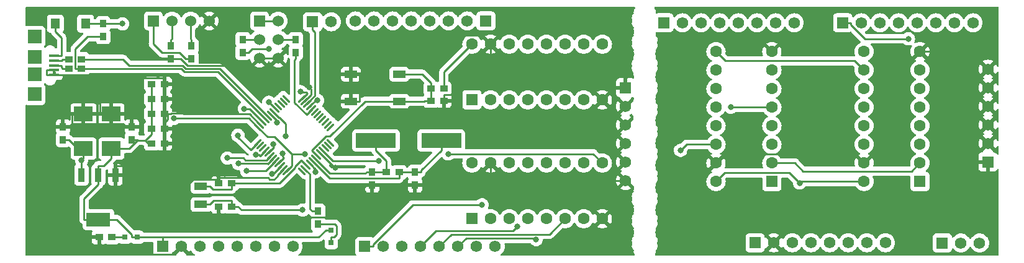
<source format=gbr>
%TF.GenerationSoftware,KiCad,Pcbnew,(6.0.4)*%
%TF.CreationDate,2022-05-03T20:53:10-03:00*%
%TF.ProjectId,PXN_2119,50584e5f-3231-4313-992e-6b696361645f,rev?*%
%TF.SameCoordinates,Original*%
%TF.FileFunction,Copper,L1,Top*%
%TF.FilePolarity,Positive*%
%FSLAX46Y46*%
G04 Gerber Fmt 4.6, Leading zero omitted, Abs format (unit mm)*
G04 Created by KiCad (PCBNEW (6.0.4)) date 2022-05-03 20:53:10*
%MOMM*%
%LPD*%
G01*
G04 APERTURE LIST*
G04 Aperture macros list*
%AMHorizOval*
0 Thick line with rounded ends*
0 $1 width*
0 $2 $3 position (X,Y) of the first rounded end (center of the circle)*
0 $4 $5 position (X,Y) of the second rounded end (center of the circle)*
0 Add line between two ends*
20,1,$1,$2,$3,$4,$5,0*
0 Add two circle primitives to create the rounded ends*
1,1,$1,$2,$3*
1,1,$1,$4,$5*%
G04 Aperture macros list end*
%TA.AperFunction,SMDPad,CuDef*%
%ADD10R,1.050000X0.950000*%
%TD*%
%TA.AperFunction,ComponentPad*%
%ADD11R,1.575000X1.575000*%
%TD*%
%TA.AperFunction,ComponentPad*%
%ADD12C,1.575000*%
%TD*%
%TA.AperFunction,ComponentPad*%
%ADD13R,1.600000X1.600000*%
%TD*%
%TA.AperFunction,ComponentPad*%
%ADD14C,1.600000*%
%TD*%
%TA.AperFunction,ComponentPad*%
%ADD15R,1.524000X1.524000*%
%TD*%
%TA.AperFunction,ComponentPad*%
%ADD16C,1.524000*%
%TD*%
%TA.AperFunction,SMDPad,CuDef*%
%ADD17R,0.950000X1.050000*%
%TD*%
%TA.AperFunction,SMDPad,CuDef*%
%ADD18R,2.500000X2.000000*%
%TD*%
%TA.AperFunction,SMDPad,CuDef*%
%ADD19R,1.900000X1.900000*%
%TD*%
%TA.AperFunction,SMDPad,CuDef*%
%ADD20R,1.350000X0.400000*%
%TD*%
%TA.AperFunction,SMDPad,CuDef*%
%ADD21R,5.500000X2.000000*%
%TD*%
%TA.AperFunction,SMDPad,CuDef*%
%ADD22R,1.800000X1.000000*%
%TD*%
%TA.AperFunction,SMDPad,CuDef*%
%ADD23R,1.270000X1.471000*%
%TD*%
%TA.AperFunction,SMDPad,CuDef*%
%ADD24R,0.800000X0.800000*%
%TD*%
%TA.AperFunction,SMDPad,CuDef*%
%ADD25HorizOval,0.270000X-0.434871X0.434871X0.434871X-0.434871X0*%
%TD*%
%TA.AperFunction,SMDPad,CuDef*%
%ADD26HorizOval,0.270000X0.434871X0.434871X-0.434871X-0.434871X0*%
%TD*%
%TA.AperFunction,SMDPad,CuDef*%
%ADD27R,0.950000X1.900000*%
%TD*%
%TA.AperFunction,SMDPad,CuDef*%
%ADD28R,3.250000X1.900000*%
%TD*%
%TA.AperFunction,SMDPad,CuDef*%
%ADD29R,1.700000X1.000000*%
%TD*%
%TA.AperFunction,ViaPad*%
%ADD30C,0.800000*%
%TD*%
%TA.AperFunction,Conductor*%
%ADD31C,0.250000*%
%TD*%
G04 APERTURE END LIST*
D10*
%TO.P,C9,1,1*%
%TO.N,GND*%
X104624000Y-105322000D03*
%TO.P,C9,2,2*%
%TO.N,PC14*%
X106374000Y-105322000D03*
%TD*%
D11*
%TO.P,H4,1,1*%
%TO.N,Net-(H4-Pad1)*%
X141059000Y-83097000D03*
D12*
%TO.P,H4,2,2*%
%TO.N,Net-(H4-Pad2)*%
X138519000Y-83097000D03*
%TO.P,H4,3,3*%
%TO.N,Net-(H4-Pad3)*%
X135979000Y-83097000D03*
%TO.P,H4,4,4*%
%TO.N,Net-(H4-Pad4)*%
X133439000Y-83097000D03*
%TO.P,H4,5,5*%
%TO.N,Net-(H4-Pad5)*%
X130899000Y-83097000D03*
%TO.P,H4,6,6*%
%TO.N,Net-(H4-Pad6)*%
X128359000Y-83097000D03*
%TO.P,H4,7,7*%
%TO.N,Net-(H4-Pad7)*%
X125819000Y-83097000D03*
%TO.P,H4,8,8*%
%TO.N,Net-(H4-Pad8)*%
X123279000Y-83097000D03*
%TD*%
D13*
%TO.P,U4,1,SH/LD#*%
%TO.N,PB6*%
X139154000Y-110148000D03*
D14*
%TO.P,U4,2,CLK*%
%TO.N,PB4*%
X141694000Y-110148000D03*
%TO.P,U4,3,E*%
%TO.N,Net-(H10-Pad8)*%
X144234000Y-110148000D03*
%TO.P,U4,4,F*%
%TO.N,Net-(H10-Pad7)*%
X146774000Y-110148000D03*
%TO.P,U4,5,G*%
%TO.N,Net-(H10-Pad6)*%
X149314000Y-110148000D03*
%TO.P,U4,6,H*%
%TO.N,Net-(H10-Pad5)*%
X151854000Y-110148000D03*
%TO.P,U4,7,QH#*%
%TO.N,unconnected-(U4-Pad7)*%
X154394000Y-110148000D03*
%TO.P,U4,8,GND*%
%TO.N,GND*%
X156934000Y-110148000D03*
%TO.P,U4,9,QH*%
%TO.N,PB5*%
X156934000Y-102528000D03*
%TO.P,U4,10,SER*%
%TO.N,Net-(U2-Pad9)*%
X154394000Y-102528000D03*
%TO.P,U4,11,A*%
%TO.N,Net-(H10-Pad4)*%
X151854000Y-102528000D03*
%TO.P,U4,12,B*%
%TO.N,Net-(H10-Pad3)*%
X149314000Y-102528000D03*
%TO.P,U4,13,C*%
%TO.N,Net-(H10-Pad2)*%
X146774000Y-102528000D03*
%TO.P,U4,14,D*%
%TO.N,Net-(H10-Pad1)*%
X144234000Y-102528000D03*
%TO.P,U4,15,CLK/INH*%
%TO.N,GND*%
X141694000Y-102528000D03*
%TO.P,U4,16,VCC*%
%TO.N,VCC*%
X139154000Y-102528000D03*
%TD*%
D15*
%TO.P,P1,1,1*%
%TO.N,VCC*%
X110198000Y-83097000D03*
D16*
%TO.P,P1,2,2*%
X112738000Y-83097000D03*
%TO.P,P1,3,3*%
%TO.N,Net-(P1-Pad3)*%
X110198000Y-85637000D03*
%TO.P,P1,4,4*%
%TO.N,Net-(P1-Pad4)*%
X112738000Y-85637000D03*
%TO.P,P1,5,5*%
%TO.N,GND*%
X110198000Y-88177000D03*
%TO.P,P1,6,6*%
X112738000Y-88177000D03*
%TD*%
D17*
%TO.P,R5,1,1*%
%TO.N,Net-(LED4-Pad2)*%
X118199000Y-110896000D03*
%TO.P,R5,2,2*%
%TO.N,PC13*%
X118199000Y-109146000D03*
%TD*%
D10*
%TO.P,C2,1,1*%
%TO.N,GND*%
X135330000Y-94019000D03*
%TO.P,C2,2,2*%
%TO.N,RESET*%
X133580000Y-94019000D03*
%TD*%
%TO.P,C3,1,1*%
%TO.N,GND*%
X97230000Y-93765000D03*
%TO.P,C3,2,2*%
%TO.N,VCC*%
X95480000Y-93765000D03*
%TD*%
D18*
%TO.P,C5,1,1*%
%TO.N,+5V*%
X86195000Y-100560000D03*
%TO.P,C5,2,2*%
%TO.N,GND*%
X86195000Y-95860000D03*
%TD*%
D11*
%TO.P,H6,1,1*%
%TO.N,Net-(H3-Pad6)*%
X203289000Y-113475000D03*
D12*
%TO.P,H6,2,2*%
%TO.N,Net-(H3-Pad7)*%
X205829000Y-113475000D03*
%TO.P,H6,3,3*%
%TO.N,Net-(H3-Pad8)*%
X208369000Y-113475000D03*
%TD*%
D10*
%TO.P,C10,1,1*%
%TO.N,GND*%
X97230000Y-97829000D03*
%TO.P,C10,2,2*%
%TO.N,VCC*%
X95480000Y-97829000D03*
%TD*%
D11*
%TO.P,H8,1,1*%
%TO.N,GND*%
X209512000Y-102401000D03*
D12*
%TO.P,H8,2,2*%
X209512000Y-99861000D03*
%TO.P,H8,3,3*%
X209512000Y-97321000D03*
%TO.P,H8,4,4*%
X209512000Y-94781000D03*
%TO.P,H8,5,5*%
X209512000Y-92241000D03*
%TO.P,H8,6,6*%
X209512000Y-89701000D03*
%TD*%
D13*
%TO.P,U5,1,SH/LD#*%
%TO.N,Net-(H3-Pad5)*%
X200241000Y-105068000D03*
D14*
%TO.P,U5,2,CLK*%
%TO.N,Net-(H3-Pad3)*%
X200241000Y-102528000D03*
%TO.P,U5,3,E*%
%TO.N,Net-(H2-Pad8)*%
X200241000Y-99988000D03*
%TO.P,U5,4,F*%
%TO.N,Net-(H2-Pad7)*%
X200241000Y-97448000D03*
%TO.P,U5,5,G*%
%TO.N,Net-(H2-Pad6)*%
X200241000Y-94908000D03*
%TO.P,U5,6,H*%
%TO.N,Net-(H2-Pad5)*%
X200241000Y-92368000D03*
%TO.P,U5,7,QH#*%
%TO.N,unconnected-(U5-Pad7)*%
X200241000Y-89828000D03*
%TO.P,U5,8,GND*%
%TO.N,GND*%
X200241000Y-87288000D03*
%TO.P,U5,9,QH*%
%TO.N,Net-(H3-Pad4)*%
X192621000Y-87288000D03*
%TO.P,U5,10,SER*%
%TO.N,Net-(U5-Pad10)*%
X192621000Y-89828000D03*
%TO.P,U5,11,A*%
%TO.N,Net-(H2-Pad4)*%
X192621000Y-92368000D03*
%TO.P,U5,12,B*%
%TO.N,Net-(H2-Pad3)*%
X192621000Y-94908000D03*
%TO.P,U5,13,C*%
%TO.N,Net-(H2-Pad2)*%
X192621000Y-97448000D03*
%TO.P,U5,14,D*%
%TO.N,Net-(H2-Pad1)*%
X192621000Y-99988000D03*
%TO.P,U5,15,CLK/INH*%
%TO.N,GND*%
X192621000Y-102528000D03*
%TO.P,U5,16,VCC*%
%TO.N,/VCC_THR*%
X192621000Y-105068000D03*
%TD*%
D19*
%TO.P,U3,0*%
%TO.N,N/C*%
X79517000Y-93143000D03*
X79517000Y-87993000D03*
X79517000Y-85243000D03*
X79517000Y-90393000D03*
D20*
%TO.P,U3,1,VCC*%
%TO.N,Net-(D1-Pad1)*%
X82192000Y-87893000D03*
%TO.P,U3,2,D-*%
%TO.N,Net-(R9-Pad1)*%
X82192000Y-88543000D03*
%TO.P,U3,3,D+*%
%TO.N,Net-(R11-Pad1)*%
X82192000Y-89193000D03*
%TO.P,U3,4,ID*%
%TO.N,GND*%
X82192000Y-89843000D03*
%TO.P,U3,5,GND*%
X82192000Y-90493000D03*
%TD*%
D10*
%TO.P,R11,1,1*%
%TO.N,Net-(R11-Pad1)*%
X84187000Y-89627000D03*
%TO.P,R11,2,2*%
%TO.N,PA12*%
X85937000Y-89627000D03*
%TD*%
D21*
%TO.P,X2,1,OSC1*%
%TO.N,OSCIN*%
X134968000Y-99480000D03*
%TO.P,X2,2,OSC2*%
%TO.N,OSCOUT*%
X126068000Y-99480000D03*
%TD*%
D10*
%TO.P,C1,1,1*%
%TO.N,GND*%
X97230000Y-99861000D03*
%TO.P,C1,2,2*%
%TO.N,VCC*%
X95480000Y-99861000D03*
%TD*%
D11*
%TO.P,H1,1,1*%
%TO.N,Net-(H1-Pad1)*%
X165316000Y-83351000D03*
D12*
%TO.P,H1,2,2*%
%TO.N,Net-(H1-Pad2)*%
X167856000Y-83351000D03*
%TO.P,H1,3,3*%
%TO.N,Net-(H1-Pad3)*%
X170396000Y-83351000D03*
%TO.P,H1,4,4*%
%TO.N,Net-(H1-Pad4)*%
X172936000Y-83351000D03*
%TO.P,H1,5,5*%
%TO.N,Net-(H1-Pad5)*%
X175476000Y-83351000D03*
%TO.P,H1,6,6*%
%TO.N,Net-(H1-Pad6)*%
X178016000Y-83351000D03*
%TO.P,H1,7,7*%
%TO.N,Net-(H1-Pad7)*%
X180556000Y-83351000D03*
%TO.P,H1,8,8*%
%TO.N,Net-(H1-Pad8)*%
X183096000Y-83351000D03*
%TD*%
D17*
%TO.P,C8,1,1*%
%TO.N,GND*%
X92799000Y-97589000D03*
%TO.P,C8,2,2*%
%TO.N,VCC*%
X92799000Y-99339000D03*
%TD*%
D10*
%TO.P,R9,1,1*%
%TO.N,Net-(R9-Pad1)*%
X84187000Y-88357000D03*
%TO.P,R9,2,2*%
%TO.N,PA11*%
X85937000Y-88357000D03*
%TD*%
D17*
%TO.P,R7,1,1*%
%TO.N,VCC*%
X100927000Y-88290000D03*
%TO.P,R7,2,2*%
%TO.N,SWCLK*%
X100927000Y-86540000D03*
%TD*%
D11*
%TO.P,H2,1,1*%
%TO.N,Net-(H2-Pad1)*%
X189700000Y-83351000D03*
D12*
%TO.P,H2,2,2*%
%TO.N,Net-(H2-Pad2)*%
X192240000Y-83351000D03*
%TO.P,H2,3,3*%
%TO.N,Net-(H2-Pad3)*%
X194780000Y-83351000D03*
%TO.P,H2,4,4*%
%TO.N,Net-(H2-Pad4)*%
X197320000Y-83351000D03*
%TO.P,H2,5,5*%
%TO.N,Net-(H2-Pad5)*%
X199860000Y-83351000D03*
%TO.P,H2,6,6*%
%TO.N,Net-(H2-Pad6)*%
X202400000Y-83351000D03*
%TO.P,H2,7,7*%
%TO.N,Net-(H2-Pad7)*%
X204940000Y-83351000D03*
%TO.P,H2,8,8*%
%TO.N,Net-(H2-Pad8)*%
X207480000Y-83351000D03*
%TD*%
D17*
%TO.P,R8,1,1*%
%TO.N,GND*%
X98133000Y-88290000D03*
%TO.P,R8,2,2*%
%TO.N,SWDIO*%
X98133000Y-86540000D03*
%TD*%
D11*
%TO.P,H9,1,1*%
%TO.N,VCC*%
X96990000Y-113958000D03*
D12*
%TO.P,H9,2,2*%
%TO.N,GND*%
X99530000Y-113958000D03*
%TO.P,H9,3,3*%
%TO.N,PB7*%
X102070000Y-113958000D03*
%TO.P,H9,4,4*%
%TO.N,PB8*%
X104610000Y-113958000D03*
%TO.P,H9,5,5*%
%TO.N,PB9*%
X107150000Y-113958000D03*
%TO.P,H9,6,6*%
%TO.N,PA8*%
X109690000Y-113958000D03*
%TO.P,H9,7,7*%
%TO.N,PA9*%
X112230000Y-113958000D03*
%TO.P,H9,8,8*%
%TO.N,PA10*%
X114770000Y-113958000D03*
%TD*%
D10*
%TO.P,C11,1,1*%
%TO.N,GND*%
X97230000Y-95797000D03*
%TO.P,C11,2,2*%
%TO.N,VCC*%
X95480000Y-95797000D03*
%TD*%
D15*
%TO.P,P2,1,1*%
%TO.N,VCC*%
X95720000Y-83097000D03*
D16*
%TO.P,P2,2,2*%
%TO.N,SWDIO*%
X98260000Y-83097000D03*
%TO.P,P2,3,3*%
%TO.N,SWCLK*%
X100800000Y-83097000D03*
%TO.P,P2,4,4*%
%TO.N,GND*%
X103340000Y-83097000D03*
%TD*%
D22*
%TO.P,X3,1,1*%
%TO.N,PC15*%
X102197000Y-108223000D03*
%TO.P,X3,2,2*%
%TO.N,PC14*%
X102197000Y-105723000D03*
%TD*%
D23*
%TO.P,D1,1,1*%
%TO.N,Net-(D1-Pad1)*%
X82360000Y-83478000D03*
%TO.P,D1,2,2*%
%TO.N,+5V*%
X86474000Y-83478000D03*
%TD*%
D17*
%TO.P,C14,1,1*%
%TO.N,GND*%
X125565000Y-105562000D03*
%TO.P,C14,2,2*%
%TO.N,OSCOUT*%
X125565000Y-103812000D03*
%TD*%
D10*
%TO.P,R1,1,1*%
%TO.N,Net-(LED3-Pad2)*%
X90080000Y-112703000D03*
%TO.P,R1,2,2*%
%TO.N,GND*%
X88330000Y-112703000D03*
%TD*%
D13*
%TO.P,U6,1,SH/LD#*%
%TO.N,Net-(H3-Pad5)*%
X180048000Y-105068000D03*
D14*
%TO.P,U6,2,CLK*%
%TO.N,Net-(H3-Pad3)*%
X180048000Y-102528000D03*
%TO.P,U6,3,E*%
%TO.N,Net-(H1-Pad8)*%
X180048000Y-99988000D03*
%TO.P,U6,4,F*%
%TO.N,Net-(H1-Pad7)*%
X180048000Y-97448000D03*
%TO.P,U6,5,G*%
%TO.N,Net-(H1-Pad6)*%
X180048000Y-94908000D03*
%TO.P,U6,6,H*%
%TO.N,Net-(H1-Pad5)*%
X180048000Y-92368000D03*
%TO.P,U6,7,QH#*%
%TO.N,unconnected-(U6-Pad7)*%
X180048000Y-89828000D03*
%TO.P,U6,8,GND*%
%TO.N,GND*%
X180048000Y-87288000D03*
%TO.P,U6,9,QH*%
%TO.N,Net-(U5-Pad10)*%
X172428000Y-87288000D03*
%TO.P,U6,10,SER*%
%TO.N,unconnected-(U6-Pad10)*%
X172428000Y-89828000D03*
%TO.P,U6,11,A*%
%TO.N,Net-(H1-Pad4)*%
X172428000Y-92368000D03*
%TO.P,U6,12,B*%
%TO.N,Net-(H1-Pad3)*%
X172428000Y-94908000D03*
%TO.P,U6,13,C*%
%TO.N,Net-(H1-Pad2)*%
X172428000Y-97448000D03*
%TO.P,U6,14,D*%
%TO.N,Net-(H1-Pad1)*%
X172428000Y-99988000D03*
%TO.P,U6,15,CLK/INH*%
%TO.N,GND*%
X172428000Y-102528000D03*
%TO.P,U6,16,VCC*%
%TO.N,/VCC_THR*%
X172428000Y-105068000D03*
%TD*%
D17*
%TO.P,R3,1,1*%
%TO.N,BOOT0*%
X107912000Y-87401000D03*
%TO.P,R3,2,2*%
%TO.N,Net-(P1-Pad3)*%
X107912000Y-85651000D03*
%TD*%
D11*
%TO.P,H10,1,1*%
%TO.N,Net-(H10-Pad1)*%
X124549000Y-113958000D03*
D12*
%TO.P,H10,2,2*%
%TO.N,Net-(H10-Pad2)*%
X127089000Y-113958000D03*
%TO.P,H10,3,3*%
%TO.N,Net-(H10-Pad3)*%
X129629000Y-113958000D03*
%TO.P,H10,4,4*%
%TO.N,Net-(H10-Pad4)*%
X132169000Y-113958000D03*
%TO.P,H10,5,5*%
%TO.N,Net-(H10-Pad5)*%
X134709000Y-113958000D03*
%TO.P,H10,6,6*%
%TO.N,Net-(H10-Pad6)*%
X137249000Y-113958000D03*
%TO.P,H10,7,7*%
%TO.N,Net-(H10-Pad7)*%
X139789000Y-113958000D03*
%TO.P,H10,8,8*%
%TO.N,Net-(H10-Pad8)*%
X142329000Y-113958000D03*
%TD*%
D24*
%TO.P,LED3,1,A*%
%TO.N,VCC*%
X93523000Y-112688000D03*
%TO.P,LED3,2,K*%
%TO.N,Net-(LED3-Pad2)*%
X91821000Y-112688000D03*
%TD*%
D17*
%TO.P,C13,1,1*%
%TO.N,GND*%
X131407000Y-105562000D03*
%TO.P,C13,2,2*%
%TO.N,OSCIN*%
X131407000Y-103812000D03*
%TD*%
%TO.P,C7,1,1*%
%TO.N,GND*%
X83401000Y-97589000D03*
%TO.P,C7,2,2*%
%TO.N,+5V*%
X83401000Y-99339000D03*
%TD*%
D13*
%TO.P,U2,1,SH/LD#*%
%TO.N,PB6*%
X139154000Y-93892000D03*
D14*
%TO.P,U2,2,CLK*%
%TO.N,PB4*%
X141694000Y-93892000D03*
%TO.P,U2,3,E*%
%TO.N,Net-(H4-Pad8)*%
X144234000Y-93892000D03*
%TO.P,U2,4,F*%
%TO.N,Net-(H4-Pad7)*%
X146774000Y-93892000D03*
%TO.P,U2,5,G*%
%TO.N,Net-(H4-Pad6)*%
X149314000Y-93892000D03*
%TO.P,U2,6,H*%
%TO.N,Net-(H4-Pad5)*%
X151854000Y-93892000D03*
%TO.P,U2,7,QH#*%
%TO.N,unconnected-(U2-Pad7)*%
X154394000Y-93892000D03*
%TO.P,U2,8,GND*%
%TO.N,GND*%
X156934000Y-93892000D03*
%TO.P,U2,9,QH*%
%TO.N,Net-(U2-Pad9)*%
X156934000Y-86272000D03*
%TO.P,U2,10,SER*%
%TO.N,unconnected-(U2-Pad10)*%
X154394000Y-86272000D03*
%TO.P,U2,11,A*%
%TO.N,Net-(H4-Pad4)*%
X151854000Y-86272000D03*
%TO.P,U2,12,B*%
%TO.N,Net-(H4-Pad3)*%
X149314000Y-86272000D03*
%TO.P,U2,13,C*%
%TO.N,Net-(H4-Pad2)*%
X146774000Y-86272000D03*
%TO.P,U2,14,D*%
%TO.N,Net-(H4-Pad1)*%
X144234000Y-86272000D03*
%TO.P,U2,15,CLK/INH*%
%TO.N,GND*%
X141694000Y-86272000D03*
%TO.P,U2,16,VCC*%
%TO.N,VCC*%
X139154000Y-86272000D03*
%TD*%
D17*
%TO.P,R10,1,1*%
%TO.N,PA12*%
X88862000Y-85242000D03*
%TO.P,R10,2,2*%
%TO.N,+5V*%
X88862000Y-83492000D03*
%TD*%
D24*
%TO.P,LED4,1,A*%
%TO.N,VCC*%
X119977000Y-111710000D03*
%TO.P,LED4,2,K*%
%TO.N,Net-(LED4-Pad2)*%
X119977000Y-113412000D03*
%TD*%
D11*
%TO.P,H7,1,1*%
%TO.N,GND*%
X160109000Y-92241000D03*
D12*
%TO.P,H7,2,2*%
X160109000Y-94781000D03*
%TO.P,H7,3,3*%
X160109000Y-97321000D03*
%TO.P,H7,4,4*%
X160109000Y-99861000D03*
%TO.P,H7,5,5*%
X160109000Y-102401000D03*
%TO.P,H7,6,6*%
X160109000Y-104941000D03*
%TD*%
D25*
%TO.P,U7,1,VBAT*%
%TO.N,VBAT*%
X115957660Y-103667747D03*
%TO.P,U7,2,PC13-TAMPER-RTC*%
%TO.N,PC13*%
X116311214Y-103314194D03*
%TO.P,U7,3,PC14-OSC32_IN*%
%TO.N,PC14*%
X116664767Y-102960641D03*
%TO.P,U7,4,PC15-OSC32_OUT*%
%TO.N,PC15*%
X117018320Y-102607087D03*
%TO.P,U7,5,PD0-OSC_IN*%
%TO.N,OSCIN*%
X117371874Y-102253534D03*
%TO.P,U7,6,PD1-OSC_OUT*%
%TO.N,OSCOUT*%
X117725427Y-101899981D03*
%TO.P,U7,7,NRST*%
%TO.N,RESET*%
X118078981Y-101546427D03*
%TO.P,U7,8,VSSA*%
%TO.N,GND*%
X118432534Y-101192874D03*
%TO.P,U7,9,VDDA*%
%TO.N,VCC*%
X118786087Y-100839320D03*
%TO.P,U7,10,PA0-WKUP*%
%TO.N,PA0*%
X119139641Y-100485767D03*
%TO.P,U7,11,PA1*%
%TO.N,PA1*%
X119493194Y-100132214D03*
%TO.P,U7,12,PA2*%
%TO.N,PA2*%
X119846747Y-99778660D03*
D26*
%TO.P,U7,13,PA3*%
%TO.N,PA3*%
X119846747Y-97657340D03*
%TO.P,U7,14,PA4*%
%TO.N,PA4*%
X119493194Y-97303786D03*
%TO.P,U7,15,PA5*%
%TO.N,PA5*%
X119139641Y-96950233D03*
%TO.P,U7,16,PA6*%
%TO.N,PA6*%
X118786087Y-96596680D03*
%TO.P,U7,17,PA7*%
%TO.N,PA7*%
X118432534Y-96243126D03*
%TO.P,U7,18,PB0*%
%TO.N,PB0*%
X118078981Y-95889573D03*
%TO.P,U7,19,PB1*%
%TO.N,PB1*%
X117725427Y-95536019D03*
%TO.P,U7,20,PB2*%
%TO.N,BOOT1*%
X117371874Y-95182466D03*
%TO.P,U7,21,PB10*%
%TO.N,PB10*%
X117018320Y-94828913D03*
%TO.P,U7,22,PB11*%
%TO.N,PB11*%
X116664767Y-94475359D03*
%TO.P,U7,23,VSS_1*%
%TO.N,GND*%
X116311214Y-94121806D03*
%TO.P,U7,24,VDD_1*%
%TO.N,VCC*%
X115957660Y-93768253D03*
D25*
%TO.P,U7,25,PB12*%
%TO.N,PB12*%
X113836340Y-93768253D03*
%TO.P,U7,26,PB13*%
%TO.N,PB13*%
X113482786Y-94121806D03*
%TO.P,U7,27,PB14*%
%TO.N,PB14*%
X113129233Y-94475359D03*
%TO.P,U7,28,PB15*%
%TO.N,PB15*%
X112775680Y-94828913D03*
%TO.P,U7,29,PA8*%
%TO.N,PA8*%
X112422126Y-95182466D03*
%TO.P,U7,30,PA9*%
%TO.N,PA9*%
X112068573Y-95536019D03*
%TO.P,U7,31,PA10*%
%TO.N,PA10*%
X111715019Y-95889573D03*
%TO.P,U7,32,PA11*%
%TO.N,PA11*%
X111361466Y-96243126D03*
%TO.P,U7,33,PA12*%
%TO.N,PA12*%
X111007913Y-96596680D03*
%TO.P,U7,34,PA13*%
%TO.N,SWDIO*%
X110654359Y-96950233D03*
%TO.P,U7,35,VSS_2*%
%TO.N,GND*%
X110300806Y-97303786D03*
%TO.P,U7,36,VDD_2*%
%TO.N,VCC*%
X109947253Y-97657340D03*
D26*
%TO.P,U7,37,PA14*%
%TO.N,SWCLK*%
X109947253Y-99778660D03*
%TO.P,U7,38,PA15*%
%TO.N,PA15*%
X110300806Y-100132214D03*
%TO.P,U7,39,PB3*%
%TO.N,PB3*%
X110654359Y-100485767D03*
%TO.P,U7,40,PB4*%
%TO.N,PB4*%
X111007913Y-100839320D03*
%TO.P,U7,41,PB5*%
%TO.N,PB5*%
X111361466Y-101192874D03*
%TO.P,U7,42,PB6*%
%TO.N,PB6*%
X111715019Y-101546427D03*
%TO.P,U7,43,PB7*%
%TO.N,PB7*%
X112068573Y-101899981D03*
%TO.P,U7,44,BOOT0*%
%TO.N,BOOT0*%
X112422126Y-102253534D03*
%TO.P,U7,45,PB8*%
%TO.N,PB8*%
X112775680Y-102607087D03*
%TO.P,U7,46,PB9*%
%TO.N,PB9*%
X113129233Y-102960641D03*
%TO.P,U7,47,VSS_3*%
%TO.N,GND*%
X113482786Y-103314194D03*
%TO.P,U7,48,VDD_3*%
%TO.N,VCC*%
X113836340Y-103667747D03*
%TD*%
D27*
%TO.P,U8,1,GND*%
%TO.N,GND*%
X90527000Y-104177000D03*
%TO.P,U8,2,Out*%
%TO.N,VCC*%
X88227000Y-104177000D03*
%TO.P,U8,3,In*%
%TO.N,+5V*%
X85927000Y-104177000D03*
D28*
%TO.P,U8,4,TAB*%
%TO.N,VCC*%
X88227000Y-110277000D03*
%TD*%
D18*
%TO.P,C6,1,1*%
%TO.N,VCC*%
X90005000Y-100560000D03*
%TO.P,C6,2,2*%
%TO.N,GND*%
X90005000Y-95860000D03*
%TD*%
D10*
%TO.P,R6,1,1*%
%TO.N,OSCOUT*%
X127484000Y-103798000D03*
%TO.P,R6,2,2*%
%TO.N,OSCIN*%
X129234000Y-103798000D03*
%TD*%
%TO.P,C12,1,1*%
%TO.N,GND*%
X104624000Y-108497000D03*
%TO.P,C12,2,2*%
%TO.N,PC15*%
X106374000Y-108497000D03*
%TD*%
D11*
%TO.P,H3,1,1*%
%TO.N,/VCC_THR*%
X177762000Y-113450000D03*
D12*
%TO.P,H3,2,2*%
%TO.N,GND*%
X180302000Y-113450000D03*
%TO.P,H3,3,3*%
%TO.N,Net-(H3-Pad3)*%
X182842000Y-113450000D03*
%TO.P,H3,4,4*%
%TO.N,Net-(H3-Pad4)*%
X185382000Y-113450000D03*
%TO.P,H3,5,5*%
%TO.N,Net-(H3-Pad5)*%
X187922000Y-113450000D03*
%TO.P,H3,6,6*%
%TO.N,Net-(H3-Pad6)*%
X190462000Y-113450000D03*
%TO.P,H3,7,7*%
%TO.N,Net-(H3-Pad7)*%
X193002000Y-113450000D03*
%TO.P,H3,8,8*%
%TO.N,Net-(H3-Pad8)*%
X195542000Y-113450000D03*
%TD*%
D17*
%TO.P,R4,1,1*%
%TO.N,BOOT1*%
X115151000Y-87401000D03*
%TO.P,R4,2,2*%
%TO.N,Net-(P1-Pad4)*%
X115151000Y-85651000D03*
%TD*%
D29*
%TO.P,SW1,1,A*%
%TO.N,GND*%
X122646000Y-90392000D03*
%TO.P,SW1,2,B*%
%TO.N,RESET*%
X129246000Y-90391000D03*
%TO.P,SW1,3,C*%
%TO.N,GND*%
X122646000Y-94091000D03*
%TO.P,SW1,4,D*%
%TO.N,RESET*%
X129246000Y-94091000D03*
%TD*%
D11*
%TO.P,H5,1,1*%
%TO.N,PB11*%
X117437000Y-83224000D03*
D12*
%TO.P,H5,2,2*%
%TO.N,PB10*%
X119977000Y-83224000D03*
%TD*%
D10*
%TO.P,C4,1,1*%
%TO.N,GND*%
X97230000Y-91733000D03*
%TO.P,C4,2,2*%
%TO.N,VCC*%
X95480000Y-91733000D03*
%TD*%
%TO.P,R2,1,1*%
%TO.N,RESET*%
X133580000Y-92368000D03*
%TO.P,R2,2,2*%
%TO.N,VCC*%
X135330000Y-92368000D03*
%TD*%
D30*
%TO.N,+5V*%
X85927000Y-102161400D03*
X91500000Y-83500000D03*
%TO.N,BOOT0*%
X108426900Y-103634800D03*
X111468100Y-86907000D03*
%TO.N,GND*%
X120505100Y-103178500D03*
X116970800Y-92205100D03*
X123723500Y-106434900D03*
X99926500Y-110056000D03*
%TO.N,Net-(H1-Pad1)*%
X167595300Y-100800300D03*
%TO.N,PA10*%
X112604500Y-97038600D03*
%TO.N,PA8*%
X111462700Y-94223100D03*
%TO.N,PA9*%
X113795000Y-98828400D03*
%TO.N,PB10*%
X118103900Y-93991900D03*
%TO.N,PB4*%
X109652700Y-101432300D03*
%TO.N,PB5*%
X112056100Y-99959800D03*
X135912000Y-101290700D03*
%TO.N,PB6*%
X105801100Y-101871000D03*
%TO.N,PB7*%
X107331500Y-102611900D03*
%TO.N,PB8*%
X113317300Y-101227800D03*
%TO.N,PB9*%
X111887600Y-104031600D03*
%TO.N,PC15*%
X117798700Y-103739700D03*
X116078400Y-108976900D03*
%TO.N,Net-(H1-Pad6)*%
X174442200Y-94908000D03*
%TO.N,Net-(H2-Pad1)*%
X198663800Y-85547500D03*
%TO.N,SWCLK*%
X107250000Y-98750000D03*
%TO.N,SWDIO*%
X108121700Y-95107200D03*
%TO.N,Net-(H10-Pad1)*%
X140528400Y-108264700D03*
%TO.N,Net-(H10-Pad4)*%
X145327100Y-111242800D03*
%TO.N,Net-(H10-Pad6)*%
X147910800Y-113017300D03*
%TO.N,VCC*%
X115780100Y-92778900D03*
X116358600Y-101316700D03*
X98495800Y-96447900D03*
X126448000Y-102226500D03*
%TO.N,/VCC_THR*%
X183844000Y-105275500D03*
%TD*%
D31*
%TO.N,+5V*%
X86084900Y-101222600D02*
X84201300Y-99339000D01*
X86474000Y-83478000D02*
X86888200Y-83478000D01*
X86195000Y-100560000D02*
X86195000Y-101222600D01*
X86195000Y-101222600D02*
X86084900Y-101222600D01*
X85927000Y-102153300D02*
X86195000Y-101885300D01*
X86888200Y-83478000D02*
X86902200Y-83492000D01*
X86195000Y-101222600D02*
X86195000Y-101885300D01*
X83401000Y-99339000D02*
X84201300Y-99339000D01*
X86902200Y-83492000D02*
X88061700Y-83492000D01*
X85927000Y-102161400D02*
X85927000Y-102153300D01*
X88862000Y-83492000D02*
X88061700Y-83492000D01*
X85927000Y-104177000D02*
X85927000Y-102161400D01*
X91500000Y-83500000D02*
X86910200Y-83500000D01*
X86910200Y-83500000D02*
X86902200Y-83492000D01*
%TO.N,BOOT0*%
X111040800Y-103634800D02*
X112422100Y-102253500D01*
X107912000Y-87401000D02*
X108712300Y-87401000D01*
X108426900Y-103634800D02*
X111040800Y-103634800D01*
X108712300Y-87401000D02*
X109206300Y-86907000D01*
X109206300Y-86907000D02*
X111468100Y-86907000D01*
%TO.N,BOOT1*%
X115151000Y-87401000D02*
X115151000Y-88251300D01*
X117371900Y-95182500D02*
X116611400Y-95943000D01*
X116611400Y-95943000D02*
X114979900Y-94311500D01*
X114979900Y-94311500D02*
X114979900Y-88422400D01*
X114979900Y-88422400D02*
X115151000Y-88251300D01*
%TO.N,Net-(D1-Pad1)*%
X82192000Y-87893000D02*
X83192300Y-87893000D01*
X82360000Y-83478000D02*
X82360000Y-84538800D01*
X83192300Y-85371100D02*
X83192300Y-87893000D01*
X82360000Y-84538800D02*
X83192300Y-85371100D01*
%TO.N,GND*%
X123891800Y-106434900D02*
X123723500Y-106434900D01*
X120418100Y-103178500D02*
X120505100Y-103178500D01*
X112738000Y-88177000D02*
X110198000Y-88177000D01*
X97230000Y-102901700D02*
X103004000Y-102901700D01*
X118432500Y-101192900D02*
X120418100Y-103178500D01*
X84619700Y-97170600D02*
X91580300Y-97170600D01*
X129118100Y-85095200D02*
X140517200Y-85095200D01*
X99903600Y-95832500D02*
X99793700Y-95722600D01*
X123821300Y-90392000D02*
X129118100Y-85095200D01*
X117197900Y-92432200D02*
X116970800Y-92205100D01*
X160109000Y-92241000D02*
X141694000Y-92241000D01*
X97230000Y-93765000D02*
X97230000Y-95797000D01*
X191430400Y-101337400D02*
X192621000Y-102528000D01*
X117197900Y-93235100D02*
X117197900Y-92432200D01*
X86195000Y-95860000D02*
X84619700Y-95860000D01*
X104624000Y-109297300D02*
X103865300Y-110056000D01*
X116311200Y-94121800D02*
X117197900Y-93235100D01*
X111352000Y-104521700D02*
X111587200Y-104756900D01*
X137060300Y-93218700D02*
X135330000Y-93218700D01*
X125565000Y-105562000D02*
X124764700Y-105562000D01*
X97230000Y-99861000D02*
X97230000Y-97829000D01*
X141694000Y-104941000D02*
X141073000Y-105562000D01*
X97230000Y-91332800D02*
X97230000Y-90932700D01*
X124764700Y-105562000D02*
X123891800Y-106434900D01*
X172428000Y-102528000D02*
X173618600Y-101337400D01*
X82104600Y-90493000D02*
X82192000Y-90493000D01*
X112612900Y-104332100D02*
X112612900Y-104184100D01*
X83401000Y-97589000D02*
X84201300Y-97589000D01*
X103004000Y-102901700D02*
X104624000Y-104521700D01*
X105323100Y-109996400D02*
X104624000Y-109297300D01*
X131407000Y-105562000D02*
X125565000Y-105562000D01*
X88425500Y-95860000D02*
X88425500Y-90932700D01*
X123723500Y-106434900D02*
X120162000Y-109996400D01*
X110300800Y-97303800D02*
X108829500Y-95832500D01*
X122646000Y-94091000D02*
X123821100Y-94091000D01*
X90005000Y-95860000D02*
X88425500Y-95860000D01*
X138038000Y-92241000D02*
X137060300Y-93218700D01*
X160109000Y-104941000D02*
X141694000Y-104941000D01*
X97230000Y-91332800D02*
X97230000Y-91733000D01*
X98154700Y-95722600D02*
X98080300Y-95797000D01*
X92799000Y-97589000D02*
X91998700Y-97589000D01*
X97230000Y-102901700D02*
X97230000Y-100661300D01*
X111587200Y-104756900D02*
X112188100Y-104756900D01*
X103865300Y-110056000D02*
X99926500Y-110056000D01*
X100351800Y-89176600D02*
X99465200Y-88290000D01*
X88425500Y-90932700D02*
X97230000Y-90932700D01*
X110198000Y-88177000D02*
X109198400Y-89176600D01*
X104624000Y-104822300D02*
X101173900Y-104822300D01*
X108829500Y-95832500D02*
X99903600Y-95832500D01*
X97230000Y-100261100D02*
X97230000Y-99861000D01*
X140517200Y-85095200D02*
X141694000Y-86272000D01*
X104624000Y-104822300D02*
X104624000Y-104521700D01*
X109198400Y-89176600D02*
X100351800Y-89176600D01*
X99530000Y-113958000D02*
X98417100Y-115070900D01*
X88330000Y-112703000D02*
X88330000Y-113503300D01*
X90527000Y-104177000D02*
X90527000Y-102901700D01*
X207099000Y-87288000D02*
X209512000Y-89701000D01*
X123821300Y-94090800D02*
X123821100Y-94091000D01*
X104624000Y-104521700D02*
X111352000Y-104521700D01*
X82192000Y-89843000D02*
X81191700Y-89843000D01*
X104624000Y-108497000D02*
X104624000Y-109297300D01*
X97655200Y-96603500D02*
X97230000Y-97028700D01*
X97230000Y-95797000D02*
X97655200Y-95797000D01*
X173618600Y-101337400D02*
X191430400Y-101337400D01*
X123821300Y-90392000D02*
X123821300Y-94090800D01*
X120162000Y-109996400D02*
X105323100Y-109996400D01*
X112188100Y-104756900D02*
X112612900Y-104332100D01*
X84619700Y-95860000D02*
X84619700Y-97170600D01*
X112612900Y-104184100D02*
X113482800Y-103314200D01*
X88425500Y-95860000D02*
X86195000Y-95860000D01*
X104624000Y-105322000D02*
X104624000Y-104822300D01*
X141694000Y-86272000D02*
X141694000Y-92241000D01*
X122646000Y-90392000D02*
X123821300Y-90392000D01*
X141073000Y-105562000D02*
X131407000Y-105562000D01*
X97655200Y-95797000D02*
X97655200Y-96603500D01*
X135330000Y-94019000D02*
X135330000Y-93218700D01*
X87985800Y-90493000D02*
X82192000Y-90493000D01*
X99793700Y-95722600D02*
X98154700Y-95722600D01*
X200241000Y-87288000D02*
X207099000Y-87288000D01*
X101173900Y-104822300D02*
X99926500Y-106069700D01*
X97230000Y-100261100D02*
X97230000Y-100661300D01*
X89897600Y-115070900D02*
X88330000Y-113503300D01*
X84619700Y-97170600D02*
X84201300Y-97589000D01*
X99465200Y-88290000D02*
X98133000Y-88290000D01*
X141694000Y-102528000D02*
X141694000Y-104941000D01*
X82104600Y-90493000D02*
X81191700Y-90493000D01*
X141694000Y-92241000D02*
X138038000Y-92241000D01*
X88425500Y-90932700D02*
X87985800Y-90493000D01*
X98417100Y-115070900D02*
X89897600Y-115070900D01*
X99926500Y-106069700D02*
X99926500Y-110056000D01*
X97230000Y-91733000D02*
X97230000Y-93765000D01*
X91580300Y-97170600D02*
X91998700Y-97589000D01*
X90527000Y-102901700D02*
X97230000Y-102901700D01*
X97230000Y-97829000D02*
X97230000Y-97028700D01*
X81191700Y-90493000D02*
X81191700Y-89843000D01*
X97655200Y-95797000D02*
X98080300Y-95797000D01*
%TO.N,Net-(H1-Pad1)*%
X168407600Y-99988000D02*
X167595300Y-100800300D01*
X172428000Y-99988000D02*
X168407600Y-99988000D01*
%TO.N,OSCIN*%
X129234000Y-104598300D02*
X129169900Y-104662400D01*
X131407000Y-103812000D02*
X130606700Y-103812000D01*
X134968000Y-99480000D02*
X134968000Y-100805300D01*
X129234000Y-103798000D02*
X129234000Y-104598300D01*
X130592700Y-103798000D02*
X129234000Y-103798000D01*
X132207300Y-103566000D02*
X132207300Y-103812000D01*
X129169900Y-104662400D02*
X119780800Y-104662400D01*
X130606700Y-103812000D02*
X130592700Y-103798000D01*
X134968000Y-100805300D02*
X132207300Y-103566000D01*
X131407000Y-103812000D02*
X132207300Y-103812000D01*
X119780800Y-104662400D02*
X117371900Y-102253500D01*
%TO.N,OSCOUT*%
X126633700Y-103798000D02*
X126619700Y-103812000D01*
X125839900Y-103812000D02*
X126365300Y-103812000D01*
X119737400Y-103912000D02*
X117725400Y-101900000D01*
X124764700Y-103812000D02*
X124664700Y-103912000D01*
X127484000Y-102221300D02*
X127484000Y-103798000D01*
X124664700Y-103912000D02*
X119737400Y-103912000D01*
X126619700Y-103812000D02*
X126365300Y-103812000D01*
X126068000Y-100805300D02*
X127484000Y-102221300D01*
X125565000Y-103812000D02*
X124764700Y-103812000D01*
X125839900Y-103812000D02*
X125565000Y-103812000D01*
X126068000Y-99480000D02*
X126068000Y-100805300D01*
X127484000Y-103798000D02*
X126633700Y-103798000D01*
%TO.N,PA10*%
X111715000Y-95889600D02*
X112604500Y-96779100D01*
X112604500Y-96779100D02*
X112604500Y-97038600D01*
%TO.N,PA11*%
X91607500Y-88357000D02*
X85937000Y-88357000D01*
X100165100Y-89626900D02*
X99714800Y-89176600D01*
X92427100Y-89176600D02*
X91607500Y-88357000D01*
X99714800Y-89176600D02*
X92427100Y-89176600D01*
X104745300Y-89626900D02*
X100165100Y-89626900D01*
X111361500Y-96243100D02*
X104745300Y-89626900D01*
%TO.N,PA12*%
X104488400Y-90077200D02*
X99978500Y-90077200D01*
X85086700Y-86913300D02*
X85086700Y-89627000D01*
X85086700Y-89627000D02*
X85937000Y-89627000D01*
X88862000Y-85242000D02*
X86758000Y-85242000D01*
X86758000Y-85242000D02*
X85086700Y-86913300D01*
X99528300Y-89627000D02*
X85937000Y-89627000D01*
X111007900Y-96596700D02*
X104488400Y-90077200D01*
X99978500Y-90077200D02*
X99528300Y-89627000D01*
%TO.N,PA8*%
X112422100Y-95182500D02*
X111462700Y-94223100D01*
%TO.N,PA9*%
X113795000Y-97169400D02*
X113795000Y-98828400D01*
X112938900Y-96313300D02*
X113795000Y-97169400D01*
X112068600Y-95536000D02*
X112845900Y-96313300D01*
X112845900Y-96313300D02*
X112938900Y-96313300D01*
%TO.N,PB10*%
X117018300Y-94828900D02*
X117855300Y-93991900D01*
X117855300Y-93991900D02*
X118103900Y-93991900D01*
%TO.N,PB11*%
X117254200Y-93815700D02*
X117704500Y-93365400D01*
X117704500Y-93365400D02*
X117704500Y-84604300D01*
X117437000Y-83224000D02*
X117437000Y-84336800D01*
X116664800Y-94475400D02*
X117254200Y-93886000D01*
X117254200Y-93886000D02*
X117254200Y-93815700D01*
X117704500Y-84604300D02*
X117437000Y-84336800D01*
%TO.N,PB4*%
X110247400Y-101599800D02*
X110079900Y-101432300D01*
X110079900Y-101432300D02*
X109652700Y-101432300D01*
X111007900Y-100839300D02*
X110247400Y-101599800D01*
%TO.N,PB5*%
X112122000Y-100432400D02*
X112056100Y-100366500D01*
X112056100Y-100366500D02*
X112056100Y-99959800D01*
X111361500Y-101192900D02*
X112122000Y-100432400D01*
X155696700Y-101290700D02*
X156934000Y-102528000D01*
X135912000Y-101290700D02*
X155696700Y-101290700D01*
%TO.N,PB6*%
X111099900Y-102161500D02*
X108275200Y-102161500D01*
X108275200Y-102161500D02*
X107984700Y-101871000D01*
X107984700Y-101871000D02*
X105801100Y-101871000D01*
X111715000Y-101546400D02*
X111099900Y-102161500D01*
%TO.N,PB7*%
X112068600Y-101900000D02*
X111308100Y-102660500D01*
X111259500Y-102611900D02*
X107331500Y-102611900D01*
X111308100Y-102660500D02*
X111259500Y-102611900D01*
%TO.N,PB8*%
X113317300Y-101627700D02*
X113317300Y-101227800D01*
X113536200Y-101846600D02*
X113317300Y-101627700D01*
X112775700Y-102607100D02*
X113536200Y-101846600D01*
%TO.N,PB9*%
X111887600Y-104031600D02*
X112058200Y-104031600D01*
X112058200Y-104031600D02*
X113129200Y-102960600D01*
%TO.N,PC13*%
X117071600Y-104074600D02*
X117071700Y-104074600D01*
X117071700Y-104074600D02*
X117071700Y-108819000D01*
X118199000Y-109146000D02*
X117398700Y-109146000D01*
X116311200Y-103314200D02*
X117071600Y-104074600D01*
X117071700Y-108819000D02*
X117398700Y-109146000D01*
%TO.N,PC14*%
X115904300Y-102200100D02*
X115047200Y-103057200D01*
X115047200Y-103057200D02*
X115047200Y-103192000D01*
X102197000Y-105723000D02*
X103422300Y-105723000D01*
X103422300Y-105723000D02*
X103821600Y-106122300D01*
X115047200Y-103192000D02*
X112917200Y-105322000D01*
X103821600Y-106122300D02*
X106374000Y-106122300D01*
X112917200Y-105322000D02*
X106374000Y-105322000D01*
X116664800Y-102960600D02*
X115904300Y-102200100D01*
X106374000Y-105322000D02*
X106374000Y-106122300D01*
%TO.N,PC15*%
X117701400Y-103290100D02*
X117778800Y-103367600D01*
X117778800Y-103367600D02*
X117778800Y-103719800D01*
X117018300Y-102607100D02*
X117660400Y-103249200D01*
X107704200Y-108976900D02*
X107224300Y-108497000D01*
X117778800Y-103719800D02*
X117798700Y-103739700D01*
X103948600Y-107696700D02*
X106374000Y-107696700D01*
X103422300Y-108223000D02*
X103948600Y-107696700D01*
X102197000Y-108223000D02*
X103422300Y-108223000D01*
X106374000Y-108497000D02*
X106374000Y-107696700D01*
X117660400Y-103249200D02*
X117701400Y-103290100D01*
X106374000Y-108497000D02*
X107224300Y-108497000D01*
X116078400Y-108976900D02*
X107704200Y-108976900D01*
%TO.N,Net-(H1-Pad6)*%
X180048000Y-94908000D02*
X174442200Y-94908000D01*
%TO.N,Net-(H2-Pad1)*%
X190812800Y-83629200D02*
X192731100Y-85547500D01*
X190812800Y-83351000D02*
X190812800Y-83629200D01*
X192731100Y-85547500D02*
X198663800Y-85547500D01*
X189700000Y-83351000D02*
X190812800Y-83351000D01*
%TO.N,Net-(H3-Pad3)*%
X184310400Y-103662300D02*
X183176100Y-102528000D01*
X199106700Y-103662300D02*
X184310400Y-103662300D01*
X200241000Y-102528000D02*
X199106700Y-103662300D01*
X183176100Y-102528000D02*
X180048000Y-102528000D01*
%TO.N,RESET*%
X119221000Y-98883400D02*
X119797700Y-98883400D01*
X133580000Y-91967800D02*
X133580000Y-92368000D01*
X133580000Y-91967800D02*
X133580000Y-91567700D01*
X124590100Y-94091000D02*
X129246000Y-94091000D01*
X129246000Y-94091000D02*
X132657700Y-94091000D01*
X133580000Y-92368000D02*
X133580000Y-94019000D01*
X129246000Y-90391000D02*
X132403300Y-90391000D01*
X132657700Y-94091000D02*
X132729700Y-94019000D01*
X119797700Y-98883400D02*
X124590100Y-94091000D01*
X118079000Y-101546400D02*
X117318500Y-100785900D01*
X117318500Y-100785900D02*
X119221000Y-98883400D01*
X133580000Y-94019000D02*
X132729700Y-94019000D01*
X132403300Y-90391000D02*
X133580000Y-91567700D01*
%TO.N,SWCLK*%
X100800000Y-85562700D02*
X100927000Y-85689700D01*
X107250000Y-99000000D02*
X107250000Y-98750000D01*
X109947253Y-99802747D02*
X109000000Y-100750000D01*
X107250000Y-98750000D02*
X107339500Y-98750000D01*
X100927000Y-86540000D02*
X100927000Y-85689700D01*
X109000000Y-100750000D02*
X107250000Y-99000000D01*
X100800000Y-83097000D02*
X100800000Y-85562700D01*
X109947253Y-99778660D02*
X109947253Y-99802747D01*
%TO.N,SWDIO*%
X109893900Y-96189700D02*
X108811400Y-95107200D01*
X110654400Y-96950200D02*
X109893900Y-96189700D01*
X98133000Y-86540000D02*
X98133000Y-85689700D01*
X98260000Y-83097000D02*
X98260000Y-85562700D01*
X98260000Y-85562700D02*
X98133000Y-85689700D01*
X108811400Y-95107200D02*
X108121700Y-95107200D01*
%TO.N,Net-(H10-Pad1)*%
X125661800Y-113958000D02*
X125661800Y-113679800D01*
X124549000Y-113958000D02*
X125661800Y-113958000D01*
X131076900Y-108264700D02*
X140528400Y-108264700D01*
X125661800Y-113679800D02*
X131076900Y-108264700D01*
%TO.N,Net-(H10-Pad4)*%
X132169000Y-113958000D02*
X134285400Y-111841600D01*
X144728300Y-111841600D02*
X145327100Y-111242800D01*
X134285400Y-111841600D02*
X144728300Y-111841600D01*
%TO.N,Net-(H10-Pad5)*%
X149710000Y-112292000D02*
X151854000Y-110148000D01*
X136375000Y-112292000D02*
X149710000Y-112292000D01*
X134709000Y-113958000D02*
X136375000Y-112292000D01*
%TO.N,Net-(H10-Pad6)*%
X137249000Y-113958000D02*
X138361900Y-112845100D01*
X138361900Y-112845100D02*
X147738600Y-112845100D01*
X147738600Y-112845100D02*
X147910800Y-113017300D01*
%TO.N,Net-(LED3-Pad2)*%
X91821000Y-112688000D02*
X90945300Y-112688000D01*
X90080000Y-112703000D02*
X90930300Y-112703000D01*
X90945300Y-112688000D02*
X90930300Y-112703000D01*
%TO.N,Net-(LED4-Pad2)*%
X118199000Y-110896000D02*
X120479000Y-110896000D01*
X119977000Y-113412000D02*
X119977000Y-112686700D01*
X120702300Y-112324100D02*
X120339700Y-112686700D01*
X120479000Y-110896000D02*
X120702300Y-111119300D01*
X120339700Y-112686700D02*
X119977000Y-112686700D01*
X120702300Y-111119300D02*
X120702300Y-112324100D01*
%TO.N,Net-(P1-Pad3)*%
X107912000Y-85651000D02*
X110184000Y-85651000D01*
X110184000Y-85651000D02*
X110198000Y-85637000D01*
%TO.N,Net-(P1-Pad4)*%
X115151000Y-85651000D02*
X112752000Y-85651000D01*
X112752000Y-85651000D02*
X112738000Y-85637000D01*
%TO.N,Net-(R9-Pad1)*%
X83192300Y-88543000D02*
X83192300Y-88501400D01*
X84187000Y-88357000D02*
X83336700Y-88357000D01*
X83192300Y-88501400D02*
X83336700Y-88357000D01*
X82192000Y-88543000D02*
X83192300Y-88543000D01*
%TO.N,Net-(R11-Pad1)*%
X84187000Y-89627000D02*
X83336700Y-89627000D01*
X83192300Y-89193000D02*
X83192300Y-89482600D01*
X82192000Y-89193000D02*
X83192300Y-89193000D01*
X83192300Y-89482600D02*
X83336700Y-89627000D01*
%TO.N,VCC*%
X135330000Y-92368000D02*
X135330000Y-90096000D01*
X118786100Y-100839300D02*
X120173300Y-102226500D01*
X114596800Y-101316700D02*
X112269900Y-98989800D01*
X93486700Y-99451600D02*
X92378300Y-100560000D01*
X113836300Y-103667700D02*
X114596800Y-102907200D01*
X114596800Y-101316700D02*
X116358600Y-101316700D01*
X95480000Y-97829000D02*
X95480000Y-95797000D01*
X95480000Y-98116500D02*
X95480000Y-98629300D01*
X92378300Y-100560000D02*
X90005000Y-100560000D01*
X96990000Y-112688000D02*
X96990000Y-112845200D01*
X108737900Y-96447900D02*
X98495800Y-96447900D01*
X95480000Y-93765000D02*
X95480000Y-95797000D01*
X115957700Y-93768300D02*
X116718100Y-93007900D01*
X99276300Y-87439600D02*
X96939600Y-87439600D01*
X114596800Y-101316700D02*
X114596800Y-102907200D01*
X95480000Y-99861000D02*
X95054900Y-99861000D01*
X94645500Y-99451600D02*
X93599300Y-99451600D01*
X90005000Y-100560000D02*
X90005000Y-101885300D01*
X95054900Y-99861000D02*
X94651600Y-99457700D01*
X116718100Y-93007900D02*
X116583200Y-92873100D01*
X88227000Y-110277000D02*
X86276700Y-110277000D01*
X118273700Y-112688000D02*
X96990000Y-112688000D01*
X88227000Y-102901700D02*
X88988600Y-102901700D01*
X95480000Y-91733000D02*
X95480000Y-93765000D01*
X109947300Y-97657300D02*
X108737900Y-96447900D01*
X86276700Y-107402600D02*
X88227000Y-105452300D01*
X95720000Y-86220000D02*
X95720000Y-83097000D01*
X90749400Y-110277000D02*
X92797700Y-112325300D01*
X116583200Y-92873100D02*
X115968400Y-92873100D01*
X93523000Y-112688000D02*
X92797700Y-112688000D01*
X88227000Y-104177000D02*
X88227000Y-105452300D01*
X135330000Y-90096000D02*
X139154000Y-86272000D01*
X93599300Y-99451600D02*
X93486700Y-99451600D01*
X100126700Y-88290000D02*
X99276300Y-87439600D01*
X119977000Y-111710000D02*
X119251700Y-111710000D01*
X96939600Y-87439600D02*
X95720000Y-86220000D01*
X94651600Y-99457700D02*
X95480000Y-98629300D01*
X88988600Y-102901700D02*
X90005000Y-101885300D01*
X88227000Y-104177000D02*
X88227000Y-102901700D01*
X96990000Y-112688000D02*
X93523000Y-112688000D01*
X112738000Y-83097000D02*
X110198000Y-83097000D01*
X86276700Y-110277000D02*
X86276700Y-107402600D01*
X120173300Y-102226500D02*
X126448000Y-102226500D01*
X95480000Y-98116500D02*
X95480000Y-97829000D01*
X96990000Y-113958000D02*
X96990000Y-112845200D01*
X92799000Y-99339000D02*
X93599300Y-99339000D01*
X112269900Y-98989800D02*
X111279800Y-98989800D01*
X88227000Y-110277000D02*
X90749400Y-110277000D01*
X94651600Y-99457700D02*
X94645500Y-99451600D01*
X119251700Y-111710000D02*
X118273700Y-112688000D01*
X111279800Y-98989800D02*
X109947300Y-97657300D01*
X93599300Y-99451600D02*
X93599300Y-99339000D01*
X115874200Y-92778900D02*
X115780100Y-92778900D01*
X100927000Y-88290000D02*
X100126700Y-88290000D01*
X92797700Y-112325300D02*
X92797700Y-112688000D01*
X115968400Y-92873100D02*
X115874200Y-92778900D01*
%TO.N,Net-(U5-Pad10)*%
X173698000Y-88558000D02*
X191351000Y-88558000D01*
X172428000Y-87288000D02*
X173698000Y-88558000D01*
X191351000Y-88558000D02*
X192621000Y-89828000D01*
%TO.N,/VCC_THR*%
X184051500Y-105068000D02*
X183844000Y-105275500D01*
X192621000Y-105068000D02*
X184051500Y-105068000D01*
X182455900Y-103887400D02*
X183844000Y-105275500D01*
X173608600Y-103887400D02*
X182455900Y-103887400D01*
X172428000Y-105068000D02*
X173608600Y-103887400D01*
%TD*%
%TA.AperFunction,Conductor*%
%TO.N,GND*%
G36*
X99281826Y-90280502D02*
G01*
X99302801Y-90297405D01*
X99474854Y-90469459D01*
X99482387Y-90477737D01*
X99486500Y-90484218D01*
X99492279Y-90489645D01*
X99492281Y-90489647D01*
X99536135Y-90530827D01*
X99538981Y-90533585D01*
X99547736Y-90542340D01*
X99558730Y-90553335D01*
X99561927Y-90555815D01*
X99570947Y-90563518D01*
X99603179Y-90593786D01*
X99610125Y-90597605D01*
X99610128Y-90597607D01*
X99620934Y-90603548D01*
X99637453Y-90614399D01*
X99653459Y-90626814D01*
X99660728Y-90629959D01*
X99660732Y-90629962D01*
X99694037Y-90644374D01*
X99704687Y-90649591D01*
X99743440Y-90670895D01*
X99751115Y-90672866D01*
X99751116Y-90672866D01*
X99763062Y-90675933D01*
X99781767Y-90682337D01*
X99800355Y-90690381D01*
X99808178Y-90691620D01*
X99808188Y-90691623D01*
X99844024Y-90697299D01*
X99855644Y-90699705D01*
X99890789Y-90708728D01*
X99898470Y-90710700D01*
X99918724Y-90710700D01*
X99938434Y-90712251D01*
X99958443Y-90715420D01*
X99966335Y-90714674D01*
X100002461Y-90711259D01*
X100014319Y-90710700D01*
X104173806Y-90710700D01*
X104241927Y-90730702D01*
X104262901Y-90747605D01*
X107657026Y-94141730D01*
X107691052Y-94204042D01*
X107685987Y-94274857D01*
X107641993Y-94332760D01*
X107599744Y-94363456D01*
X107523918Y-94418547D01*
X107510447Y-94428334D01*
X107506026Y-94433244D01*
X107506025Y-94433245D01*
X107403810Y-94546767D01*
X107382660Y-94570256D01*
X107330765Y-94660141D01*
X107291152Y-94728753D01*
X107287173Y-94735644D01*
X107228158Y-94917272D01*
X107227468Y-94923833D01*
X107227468Y-94923835D01*
X107214804Y-95044324D01*
X107208196Y-95107200D01*
X107208886Y-95113765D01*
X107226047Y-95277040D01*
X107228158Y-95297128D01*
X107287173Y-95478756D01*
X107290476Y-95484478D01*
X107290477Y-95484479D01*
X107371838Y-95625400D01*
X107388576Y-95694395D01*
X107365356Y-95761487D01*
X107309548Y-95805374D01*
X107262719Y-95814400D01*
X99204000Y-95814400D01*
X99135879Y-95794398D01*
X99116653Y-95778057D01*
X99116380Y-95778360D01*
X99111468Y-95773937D01*
X99107053Y-95769034D01*
X99066308Y-95739431D01*
X98957894Y-95660663D01*
X98957893Y-95660662D01*
X98952552Y-95656782D01*
X98946524Y-95654098D01*
X98946522Y-95654097D01*
X98784119Y-95581791D01*
X98784118Y-95581791D01*
X98778088Y-95579106D01*
X98673448Y-95556864D01*
X98597744Y-95540772D01*
X98597739Y-95540772D01*
X98591287Y-95539400D01*
X98400313Y-95539400D01*
X98399909Y-95539486D01*
X98332330Y-95527126D01*
X98280484Y-95478624D01*
X98262999Y-95414589D01*
X98262999Y-95277331D01*
X98262629Y-95270510D01*
X98257105Y-95219648D01*
X98253479Y-95204396D01*
X98208324Y-95083946D01*
X98199786Y-95068351D01*
X98123285Y-94966276D01*
X98110728Y-94953719D01*
X98014802Y-94881827D01*
X97972287Y-94824967D01*
X97967261Y-94754149D01*
X98001321Y-94691855D01*
X98014802Y-94680173D01*
X98110728Y-94608281D01*
X98123285Y-94595724D01*
X98199786Y-94493649D01*
X98208324Y-94478054D01*
X98253478Y-94357606D01*
X98257105Y-94342351D01*
X98262631Y-94291486D01*
X98263000Y-94284672D01*
X98263000Y-94037115D01*
X98258525Y-94021876D01*
X98257135Y-94020671D01*
X98249452Y-94019000D01*
X97502115Y-94019000D01*
X97486876Y-94023475D01*
X97485671Y-94024865D01*
X97484000Y-94032548D01*
X97484000Y-94729882D01*
X97487144Y-94740590D01*
X97489368Y-94802869D01*
X97484000Y-94827547D01*
X97484000Y-96761882D01*
X97487144Y-96772590D01*
X97489368Y-96834869D01*
X97484000Y-96859547D01*
X97484000Y-97556885D01*
X97488475Y-97572124D01*
X97489865Y-97573329D01*
X97497548Y-97575000D01*
X98244884Y-97575000D01*
X98260123Y-97570525D01*
X98261328Y-97569135D01*
X98262999Y-97561452D01*
X98262999Y-97481211D01*
X98283001Y-97413090D01*
X98336657Y-97366597D01*
X98399791Y-97356289D01*
X98400313Y-97356400D01*
X98591287Y-97356400D01*
X98597739Y-97355028D01*
X98597744Y-97355028D01*
X98690709Y-97335267D01*
X98778088Y-97316694D01*
X98784119Y-97314009D01*
X98946522Y-97241703D01*
X98946524Y-97241702D01*
X98952552Y-97239018D01*
X98971153Y-97225504D01*
X99101714Y-97130645D01*
X99107053Y-97126766D01*
X99111468Y-97121863D01*
X99116380Y-97117440D01*
X99117505Y-97118689D01*
X99170814Y-97085849D01*
X99204000Y-97081400D01*
X108423305Y-97081400D01*
X108491426Y-97101402D01*
X108512401Y-97118305D01*
X108743979Y-97349884D01*
X108968028Y-97573933D01*
X108987384Y-97598887D01*
X108999876Y-97620009D01*
X109955732Y-98575865D01*
X110008552Y-98616837D01*
X110050118Y-98674394D01*
X110053968Y-98745286D01*
X110018880Y-98807006D01*
X109995465Y-98824848D01*
X109984584Y-98831283D01*
X109069978Y-99745889D01*
X109007669Y-99779912D01*
X108936854Y-99774848D01*
X108891791Y-99745887D01*
X108180550Y-99034646D01*
X108146524Y-98972334D01*
X108144335Y-98932380D01*
X108145479Y-98921502D01*
X108163504Y-98750000D01*
X108154602Y-98665298D01*
X108144232Y-98566635D01*
X108144232Y-98566633D01*
X108143542Y-98560072D01*
X108084527Y-98378444D01*
X108079470Y-98369684D01*
X108029520Y-98283169D01*
X107989040Y-98213056D01*
X107946212Y-98165490D01*
X107865675Y-98076045D01*
X107865674Y-98076044D01*
X107861253Y-98071134D01*
X107733417Y-97978255D01*
X107712094Y-97962763D01*
X107712093Y-97962762D01*
X107706752Y-97958882D01*
X107700724Y-97956198D01*
X107700722Y-97956197D01*
X107538319Y-97883891D01*
X107538318Y-97883891D01*
X107532288Y-97881206D01*
X107416282Y-97856548D01*
X107351944Y-97842872D01*
X107351939Y-97842872D01*
X107345487Y-97841500D01*
X107154513Y-97841500D01*
X107148061Y-97842872D01*
X107148056Y-97842872D01*
X107083718Y-97856548D01*
X106967712Y-97881206D01*
X106961682Y-97883891D01*
X106961681Y-97883891D01*
X106799278Y-97956197D01*
X106799276Y-97956198D01*
X106793248Y-97958882D01*
X106787907Y-97962762D01*
X106787906Y-97962763D01*
X106766583Y-97978255D01*
X106638747Y-98071134D01*
X106634326Y-98076044D01*
X106634325Y-98076045D01*
X106553789Y-98165490D01*
X106510960Y-98213056D01*
X106470480Y-98283169D01*
X106420531Y-98369684D01*
X106415473Y-98378444D01*
X106356458Y-98560072D01*
X106355768Y-98566633D01*
X106355768Y-98566635D01*
X106345398Y-98665298D01*
X106336496Y-98750000D01*
X106337186Y-98756564D01*
X106337186Y-98756565D01*
X106355665Y-98932380D01*
X106356458Y-98939928D01*
X106415473Y-99121556D01*
X106418776Y-99127278D01*
X106418777Y-99127279D01*
X106426008Y-99139803D01*
X106510960Y-99286944D01*
X106515378Y-99291851D01*
X106515379Y-99291852D01*
X106631657Y-99420992D01*
X106638747Y-99428866D01*
X106721484Y-99488978D01*
X106761249Y-99517869D01*
X106793248Y-99541118D01*
X106799276Y-99543802D01*
X106799278Y-99543803D01*
X106849671Y-99566239D01*
X106934763Y-99604124D01*
X106955714Y-99613452D01*
X106993560Y-99639464D01*
X108501280Y-101147185D01*
X108516392Y-101165450D01*
X108519675Y-101170280D01*
X108541426Y-101237862D01*
X108533949Y-101265989D01*
X108573444Y-101255366D01*
X108639141Y-101276402D01*
X108641090Y-101278120D01*
X108648158Y-101281721D01*
X108648159Y-101281722D01*
X108648429Y-101281860D01*
X108668450Y-101294566D01*
X108674958Y-101299614D01*
X108673758Y-101301161D01*
X108715101Y-101345434D01*
X108727810Y-101415284D01*
X108700737Y-101480916D01*
X108642479Y-101521493D01*
X108602512Y-101528000D01*
X108589795Y-101528000D01*
X108521674Y-101507998D01*
X108500700Y-101491095D01*
X108488352Y-101478747D01*
X108480812Y-101470462D01*
X108476700Y-101463982D01*
X108472984Y-101460492D01*
X108445470Y-101396410D01*
X108451970Y-101357532D01*
X108400757Y-101366248D01*
X108354766Y-101351524D01*
X108342268Y-101344653D01*
X108325747Y-101333801D01*
X108319748Y-101329148D01*
X108309741Y-101321386D01*
X108302472Y-101318241D01*
X108302468Y-101318238D01*
X108269163Y-101303826D01*
X108258513Y-101298609D01*
X108219760Y-101277305D01*
X108206834Y-101273986D01*
X108205354Y-101273606D01*
X108200137Y-101272267D01*
X108181434Y-101265863D01*
X108170120Y-101260967D01*
X108170119Y-101260967D01*
X108162845Y-101257819D01*
X108155022Y-101256580D01*
X108155012Y-101256577D01*
X108119176Y-101250901D01*
X108107556Y-101248495D01*
X108072411Y-101239472D01*
X108072410Y-101239472D01*
X108064730Y-101237500D01*
X108044476Y-101237500D01*
X108024765Y-101235949D01*
X108012586Y-101234020D01*
X108004757Y-101232780D01*
X107996865Y-101233526D01*
X107991639Y-101234020D01*
X107969435Y-101236119D01*
X107960739Y-101236941D01*
X107948881Y-101237500D01*
X106509300Y-101237500D01*
X106441179Y-101217498D01*
X106421953Y-101201157D01*
X106421680Y-101201460D01*
X106416768Y-101197037D01*
X106412353Y-101192134D01*
X106347487Y-101145006D01*
X106263194Y-101083763D01*
X106263193Y-101083762D01*
X106257852Y-101079882D01*
X106251824Y-101077198D01*
X106251822Y-101077197D01*
X106089419Y-101004891D01*
X106089418Y-101004891D01*
X106083388Y-101002206D01*
X105971715Y-100978469D01*
X105903044Y-100963872D01*
X105903039Y-100963872D01*
X105896587Y-100962500D01*
X105705613Y-100962500D01*
X105699161Y-100963872D01*
X105699156Y-100963872D01*
X105630485Y-100978469D01*
X105518812Y-101002206D01*
X105512782Y-101004891D01*
X105512781Y-101004891D01*
X105350378Y-101077197D01*
X105350376Y-101077198D01*
X105344348Y-101079882D01*
X105339007Y-101083762D01*
X105339006Y-101083763D01*
X105295982Y-101115022D01*
X105189847Y-101192134D01*
X105185426Y-101197044D01*
X105185425Y-101197045D01*
X105068202Y-101327235D01*
X105062060Y-101334056D01*
X105026952Y-101394865D01*
X104978281Y-101479166D01*
X104966573Y-101499444D01*
X104907558Y-101681072D01*
X104906868Y-101687633D01*
X104906868Y-101687635D01*
X104893700Y-101812923D01*
X104887596Y-101871000D01*
X104888286Y-101877565D01*
X104906448Y-102050364D01*
X104907558Y-102060928D01*
X104966573Y-102242556D01*
X104969876Y-102248278D01*
X104969877Y-102248279D01*
X104996621Y-102294601D01*
X105062060Y-102407944D01*
X105066478Y-102412851D01*
X105066479Y-102412852D01*
X105170159Y-102528000D01*
X105189847Y-102549866D01*
X105344348Y-102662118D01*
X105350376Y-102664802D01*
X105350378Y-102664803D01*
X105512781Y-102737109D01*
X105518812Y-102739794D01*
X105602681Y-102757621D01*
X105699156Y-102778128D01*
X105699161Y-102778128D01*
X105705613Y-102779500D01*
X105896587Y-102779500D01*
X105903039Y-102778128D01*
X105903044Y-102778128D01*
X105999519Y-102757621D01*
X106083388Y-102739794D01*
X106092512Y-102735732D01*
X106257448Y-102662298D01*
X106327815Y-102652864D01*
X106392112Y-102682971D01*
X106429926Y-102743060D01*
X106434007Y-102764233D01*
X106434829Y-102772055D01*
X106435897Y-102782214D01*
X106437958Y-102801828D01*
X106496973Y-102983456D01*
X106500276Y-102989178D01*
X106500277Y-102989179D01*
X106529789Y-103040295D01*
X106592460Y-103148844D01*
X106596878Y-103153751D01*
X106596879Y-103153752D01*
X106683097Y-103249507D01*
X106720247Y-103290766D01*
X106874748Y-103403018D01*
X106880776Y-103405702D01*
X106880778Y-103405703D01*
X107020671Y-103467987D01*
X107049212Y-103480694D01*
X107135330Y-103498999D01*
X107229556Y-103519028D01*
X107229561Y-103519028D01*
X107236013Y-103520400D01*
X107388086Y-103520400D01*
X107456207Y-103540402D01*
X107502700Y-103594058D01*
X107511604Y-103634988D01*
X107513396Y-103634800D01*
X107532322Y-103814868D01*
X107533358Y-103824728D01*
X107592373Y-104006356D01*
X107595676Y-104012078D01*
X107595677Y-104012079D01*
X107619873Y-104053987D01*
X107687860Y-104171744D01*
X107692278Y-104176651D01*
X107692279Y-104176652D01*
X107799525Y-104295761D01*
X107815647Y-104313666D01*
X107905526Y-104378967D01*
X107958105Y-104417168D01*
X107970148Y-104425918D01*
X107976174Y-104428601D01*
X107976181Y-104428605D01*
X108018381Y-104447393D01*
X108072477Y-104493373D01*
X108093127Y-104561300D01*
X108073775Y-104629608D01*
X108020564Y-104676610D01*
X107967133Y-104688500D01*
X107470009Y-104688500D01*
X107401888Y-104668498D01*
X107355395Y-104614842D01*
X107353097Y-104609306D01*
X107352768Y-104608704D01*
X107349615Y-104600295D01*
X107262261Y-104483739D01*
X107145705Y-104396385D01*
X107009316Y-104345255D01*
X106947134Y-104338500D01*
X105800866Y-104338500D01*
X105738684Y-104345255D01*
X105602295Y-104396385D01*
X105579248Y-104413658D01*
X105574148Y-104417480D01*
X105507642Y-104442328D01*
X105438259Y-104427275D01*
X105423018Y-104417480D01*
X105402649Y-104402214D01*
X105387054Y-104393676D01*
X105266606Y-104348522D01*
X105251351Y-104344895D01*
X105200486Y-104339369D01*
X105193672Y-104339000D01*
X104896115Y-104339000D01*
X104880876Y-104343475D01*
X104879671Y-104344865D01*
X104878000Y-104352548D01*
X104878000Y-105362800D01*
X104857998Y-105430921D01*
X104804342Y-105477414D01*
X104752000Y-105488800D01*
X104496000Y-105488800D01*
X104427879Y-105468798D01*
X104381386Y-105415142D01*
X104370000Y-105362800D01*
X104370000Y-104357116D01*
X104365525Y-104341877D01*
X104364135Y-104340672D01*
X104356452Y-104339001D01*
X104054331Y-104339001D01*
X104047510Y-104339371D01*
X103996648Y-104344895D01*
X103981396Y-104348521D01*
X103860946Y-104393676D01*
X103845351Y-104402214D01*
X103743276Y-104478715D01*
X103730715Y-104491276D01*
X103654214Y-104593351D01*
X103645676Y-104608946D01*
X103600522Y-104729394D01*
X103597438Y-104742364D01*
X103562221Y-104804010D01*
X103499266Y-104836831D01*
X103428561Y-104830405D01*
X103399290Y-104814044D01*
X103343705Y-104772385D01*
X103207316Y-104721255D01*
X103145134Y-104714500D01*
X101248866Y-104714500D01*
X101186684Y-104721255D01*
X101050295Y-104772385D01*
X100933739Y-104859739D01*
X100846385Y-104976295D01*
X100795255Y-105112684D01*
X100788500Y-105174866D01*
X100788500Y-106271134D01*
X100795255Y-106333316D01*
X100846385Y-106469705D01*
X100933739Y-106586261D01*
X101050295Y-106673615D01*
X101186684Y-106724745D01*
X101248866Y-106731500D01*
X103145134Y-106731500D01*
X103207316Y-106724745D01*
X103343705Y-106673615D01*
X103350892Y-106668229D01*
X103358760Y-106663921D01*
X103360226Y-106666598D01*
X103412464Y-106647086D01*
X103485651Y-106664308D01*
X103490296Y-106667055D01*
X103496559Y-106671913D01*
X103537143Y-106689476D01*
X103547773Y-106694683D01*
X103586540Y-106715995D01*
X103594217Y-106717966D01*
X103594222Y-106717968D01*
X103606158Y-106721032D01*
X103624866Y-106727437D01*
X103643455Y-106735481D01*
X103651280Y-106736720D01*
X103651282Y-106736721D01*
X103687119Y-106742397D01*
X103698740Y-106744804D01*
X103733889Y-106753828D01*
X103741570Y-106755800D01*
X103761831Y-106755800D01*
X103781540Y-106757351D01*
X103801543Y-106760519D01*
X103809435Y-106759773D01*
X103814662Y-106759279D01*
X103845554Y-106756359D01*
X103857411Y-106755800D01*
X106302207Y-106755800D01*
X106325816Y-106758032D01*
X106326119Y-106758090D01*
X106326123Y-106758090D01*
X106333906Y-106759575D01*
X106389951Y-106756049D01*
X106397862Y-106755800D01*
X106413856Y-106755800D01*
X106429730Y-106753794D01*
X106437590Y-106753052D01*
X106465049Y-106751324D01*
X106485737Y-106750023D01*
X106485738Y-106750023D01*
X106493650Y-106749525D01*
X106501191Y-106747075D01*
X106501487Y-106746979D01*
X106524631Y-106741806D01*
X106524935Y-106741768D01*
X106524940Y-106741767D01*
X106532797Y-106740774D01*
X106540162Y-106737858D01*
X106540166Y-106737857D01*
X106585011Y-106720101D01*
X106592430Y-106717429D01*
X106645875Y-106700064D01*
X106652572Y-106695814D01*
X106652831Y-106695650D01*
X106673958Y-106684885D01*
X106674246Y-106684771D01*
X106674251Y-106684768D01*
X106681617Y-106681852D01*
X106688025Y-106677196D01*
X106688031Y-106677193D01*
X106727052Y-106648842D01*
X106733589Y-106644399D01*
X106781018Y-106614300D01*
X106786659Y-106608293D01*
X106804446Y-106592612D01*
X106804691Y-106592434D01*
X106804693Y-106592432D01*
X106811107Y-106587772D01*
X106816162Y-106581662D01*
X106846903Y-106544504D01*
X106852134Y-106538570D01*
X106885158Y-106503402D01*
X106885160Y-106503399D01*
X106890586Y-106497621D01*
X106894558Y-106490397D01*
X106907881Y-106470794D01*
X106908080Y-106470554D01*
X106908084Y-106470547D01*
X106913133Y-106464444D01*
X106937047Y-106413624D01*
X106940629Y-106406592D01*
X106967695Y-106357360D01*
X106967855Y-106356738D01*
X107009536Y-106303321D01*
X107038782Y-106287699D01*
X107137295Y-106250768D01*
X107137296Y-106250767D01*
X107145705Y-106247615D01*
X107262261Y-106160261D01*
X107349615Y-106043705D01*
X107352767Y-106035296D01*
X107357077Y-106027425D01*
X107358741Y-106028336D01*
X107394663Y-105980510D01*
X107461224Y-105955807D01*
X107470009Y-105955500D01*
X112838433Y-105955500D01*
X112849616Y-105956027D01*
X112857109Y-105957702D01*
X112865035Y-105957453D01*
X112865036Y-105957453D01*
X112925186Y-105955562D01*
X112929145Y-105955500D01*
X112957056Y-105955500D01*
X112960991Y-105955003D01*
X112961056Y-105954995D01*
X112972893Y-105954062D01*
X113005151Y-105953048D01*
X113009170Y-105952922D01*
X113017089Y-105952673D01*
X113036543Y-105947021D01*
X113055900Y-105943013D01*
X113068130Y-105941468D01*
X113068131Y-105941468D01*
X113075997Y-105940474D01*
X113083368Y-105937555D01*
X113083370Y-105937555D01*
X113117112Y-105924196D01*
X113128342Y-105920351D01*
X113163183Y-105910229D01*
X113163184Y-105910229D01*
X113170793Y-105908018D01*
X113177612Y-105903985D01*
X113177617Y-105903983D01*
X113188228Y-105897707D01*
X113205976Y-105889012D01*
X113224817Y-105881552D01*
X113234001Y-105874880D01*
X113260587Y-105855564D01*
X113270507Y-105849048D01*
X113301735Y-105830580D01*
X113301738Y-105830578D01*
X113308562Y-105826542D01*
X113322883Y-105812221D01*
X113337917Y-105799380D01*
X113347894Y-105792131D01*
X113354307Y-105787472D01*
X113382498Y-105753395D01*
X113390488Y-105744616D01*
X115168391Y-103966714D01*
X115230703Y-103932688D01*
X115301519Y-103937753D01*
X115346581Y-103966714D01*
X115966139Y-104586272D01*
X116034532Y-104639324D01*
X116054422Y-104654752D01*
X116062359Y-104660909D01*
X116069632Y-104664056D01*
X116069635Y-104664058D01*
X116144548Y-104696475D01*
X116211573Y-104725479D01*
X116268203Y-104734448D01*
X116331911Y-104744539D01*
X116396064Y-104774952D01*
X116433591Y-104835220D01*
X116438200Y-104868988D01*
X116438200Y-107968984D01*
X116418198Y-108037105D01*
X116364542Y-108083598D01*
X116294268Y-108093702D01*
X116286003Y-108092231D01*
X116180344Y-108069772D01*
X116180339Y-108069772D01*
X116173887Y-108068400D01*
X115982913Y-108068400D01*
X115976461Y-108069772D01*
X115976456Y-108069772D01*
X115889513Y-108088253D01*
X115796112Y-108108106D01*
X115790082Y-108110791D01*
X115790081Y-108110791D01*
X115627678Y-108183097D01*
X115627676Y-108183098D01*
X115621648Y-108185782D01*
X115616307Y-108189662D01*
X115616306Y-108189663D01*
X115513027Y-108264700D01*
X115467147Y-108298034D01*
X115462732Y-108302937D01*
X115457820Y-108307360D01*
X115456695Y-108306111D01*
X115403386Y-108338951D01*
X115370200Y-108343400D01*
X108018795Y-108343400D01*
X107950674Y-108323398D01*
X107929699Y-108306495D01*
X107842327Y-108219122D01*
X107727947Y-108104742D01*
X107720413Y-108096463D01*
X107716300Y-108089982D01*
X107666648Y-108043356D01*
X107663807Y-108040602D01*
X107644070Y-108020865D01*
X107640873Y-108018385D01*
X107631851Y-108010680D01*
X107605400Y-107985841D01*
X107599621Y-107980414D01*
X107592675Y-107976595D01*
X107592672Y-107976593D01*
X107581866Y-107970652D01*
X107565347Y-107959801D01*
X107564883Y-107959441D01*
X107549341Y-107947386D01*
X107542072Y-107944241D01*
X107542068Y-107944238D01*
X107508763Y-107929826D01*
X107498113Y-107924609D01*
X107459360Y-107903305D01*
X107451684Y-107901334D01*
X107444313Y-107898416D01*
X107445103Y-107896421D01*
X107393618Y-107865775D01*
X107367977Y-107824276D01*
X107352766Y-107783700D01*
X107352766Y-107783699D01*
X107349615Y-107775295D01*
X107344235Y-107768116D01*
X107344233Y-107768113D01*
X107275550Y-107676470D01*
X107262261Y-107658739D01*
X107145705Y-107571385D01*
X107137296Y-107568233D01*
X107137295Y-107568232D01*
X107035933Y-107530233D01*
X106979168Y-107487592D01*
X106960330Y-107451189D01*
X106951764Y-107424825D01*
X106947514Y-107418128D01*
X106947350Y-107417869D01*
X106936585Y-107396742D01*
X106936471Y-107396454D01*
X106936468Y-107396449D01*
X106933552Y-107389083D01*
X106928896Y-107382675D01*
X106928893Y-107382669D01*
X106900542Y-107343648D01*
X106896092Y-107337101D01*
X106866000Y-107289682D01*
X106859993Y-107284041D01*
X106844312Y-107266254D01*
X106844134Y-107266009D01*
X106844132Y-107266007D01*
X106839472Y-107259593D01*
X106820149Y-107243607D01*
X106796204Y-107223797D01*
X106790270Y-107218566D01*
X106755102Y-107185542D01*
X106755099Y-107185540D01*
X106749321Y-107180114D01*
X106742097Y-107176142D01*
X106722494Y-107162819D01*
X106722254Y-107162620D01*
X106722247Y-107162616D01*
X106716144Y-107157567D01*
X106665324Y-107133653D01*
X106658292Y-107130071D01*
X106609060Y-107103005D01*
X106601385Y-107101035D01*
X106601379Y-107101032D01*
X106601081Y-107100956D01*
X106578772Y-107092924D01*
X106578497Y-107092794D01*
X106578489Y-107092791D01*
X106571318Y-107089417D01*
X106516151Y-107078894D01*
X106508442Y-107077171D01*
X106473655Y-107068239D01*
X106461707Y-107065171D01*
X106461706Y-107065171D01*
X106454030Y-107063200D01*
X106445793Y-107063200D01*
X106422184Y-107060968D01*
X106421881Y-107060910D01*
X106421877Y-107060910D01*
X106414094Y-107059425D01*
X106358049Y-107062951D01*
X106350138Y-107063200D01*
X104027368Y-107063200D01*
X104016185Y-107062673D01*
X104008692Y-107060998D01*
X104000766Y-107061247D01*
X104000765Y-107061247D01*
X103940602Y-107063138D01*
X103936644Y-107063200D01*
X103908744Y-107063200D01*
X103904754Y-107063704D01*
X103892920Y-107064636D01*
X103848711Y-107066026D01*
X103841095Y-107068239D01*
X103841093Y-107068239D01*
X103829252Y-107071679D01*
X103809893Y-107075688D01*
X103808583Y-107075854D01*
X103789803Y-107078226D01*
X103782437Y-107081142D01*
X103782431Y-107081144D01*
X103748698Y-107094500D01*
X103737468Y-107098345D01*
X103702617Y-107108470D01*
X103695007Y-107110681D01*
X103688184Y-107114716D01*
X103677566Y-107120995D01*
X103659813Y-107129692D01*
X103658884Y-107130060D01*
X103640983Y-107137148D01*
X103634568Y-107141809D01*
X103605212Y-107163137D01*
X103595295Y-107169651D01*
X103557238Y-107192158D01*
X103542917Y-107206479D01*
X103527884Y-107219319D01*
X103511493Y-107231228D01*
X103501251Y-107243608D01*
X103442419Y-107283345D01*
X103371441Y-107284967D01*
X103347855Y-107275495D01*
X103343705Y-107272385D01*
X103207316Y-107221255D01*
X103145134Y-107214500D01*
X101248866Y-107214500D01*
X101186684Y-107221255D01*
X101050295Y-107272385D01*
X100933739Y-107359739D01*
X100846385Y-107476295D01*
X100795255Y-107612684D01*
X100788500Y-107674866D01*
X100788500Y-108771134D01*
X100795255Y-108833316D01*
X100846385Y-108969705D01*
X100933739Y-109086261D01*
X101050295Y-109173615D01*
X101186684Y-109224745D01*
X101248866Y-109231500D01*
X103145134Y-109231500D01*
X103207316Y-109224745D01*
X103343705Y-109173615D01*
X103350892Y-109168229D01*
X103434247Y-109105758D01*
X103500754Y-109080910D01*
X103570136Y-109095963D01*
X103620366Y-109146138D01*
X103627794Y-109162354D01*
X103645676Y-109210054D01*
X103654214Y-109225649D01*
X103730715Y-109327724D01*
X103743276Y-109340285D01*
X103845351Y-109416786D01*
X103860946Y-109425324D01*
X103981394Y-109470478D01*
X103996649Y-109474105D01*
X104047514Y-109479631D01*
X104054328Y-109480000D01*
X104351885Y-109480000D01*
X104367124Y-109475525D01*
X104368329Y-109474135D01*
X104370000Y-109466452D01*
X104370000Y-108456200D01*
X104390002Y-108388079D01*
X104443658Y-108341586D01*
X104496000Y-108330200D01*
X104752000Y-108330200D01*
X104820121Y-108350202D01*
X104866614Y-108403858D01*
X104878000Y-108456200D01*
X104878000Y-109461884D01*
X104882475Y-109477123D01*
X104883865Y-109478328D01*
X104891548Y-109479999D01*
X105193669Y-109479999D01*
X105200490Y-109479629D01*
X105251352Y-109474105D01*
X105266604Y-109470479D01*
X105387054Y-109425324D01*
X105402649Y-109416786D01*
X105423018Y-109401520D01*
X105489525Y-109376672D01*
X105558907Y-109391725D01*
X105574148Y-109401520D01*
X105602295Y-109422615D01*
X105738684Y-109473745D01*
X105800866Y-109480500D01*
X106947134Y-109480500D01*
X107009316Y-109473745D01*
X107145705Y-109422615D01*
X107146772Y-109425461D01*
X107201289Y-109413541D01*
X107267836Y-109438281D01*
X107278644Y-109447637D01*
X107278661Y-109447617D01*
X107280809Y-109449511D01*
X107281529Y-109450134D01*
X107284430Y-109453035D01*
X107287627Y-109455515D01*
X107296647Y-109463218D01*
X107328879Y-109493486D01*
X107335825Y-109497305D01*
X107335828Y-109497307D01*
X107346634Y-109503248D01*
X107363153Y-109514099D01*
X107379159Y-109526514D01*
X107386428Y-109529659D01*
X107386432Y-109529662D01*
X107419737Y-109544074D01*
X107430387Y-109549291D01*
X107469140Y-109570595D01*
X107476815Y-109572566D01*
X107476816Y-109572566D01*
X107488762Y-109575633D01*
X107507466Y-109582037D01*
X107514940Y-109585271D01*
X107526055Y-109590081D01*
X107533878Y-109591320D01*
X107533888Y-109591323D01*
X107569724Y-109596999D01*
X107581344Y-109599405D01*
X107616489Y-109608428D01*
X107624170Y-109610400D01*
X107644424Y-109610400D01*
X107664134Y-109611951D01*
X107684143Y-109615120D01*
X107692035Y-109614374D01*
X107728161Y-109610959D01*
X107740019Y-109610400D01*
X115370200Y-109610400D01*
X115438321Y-109630402D01*
X115457547Y-109646743D01*
X115457820Y-109646440D01*
X115462732Y-109650863D01*
X115467147Y-109655766D01*
X115476534Y-109662586D01*
X115609045Y-109758861D01*
X115621648Y-109768018D01*
X115627676Y-109770702D01*
X115627678Y-109770703D01*
X115765467Y-109832050D01*
X115796112Y-109845694D01*
X115874284Y-109862310D01*
X115976456Y-109884028D01*
X115976461Y-109884028D01*
X115982913Y-109885400D01*
X116173887Y-109885400D01*
X116180339Y-109884028D01*
X116180344Y-109884028D01*
X116282516Y-109862310D01*
X116360688Y-109845694D01*
X116391333Y-109832050D01*
X116529122Y-109770703D01*
X116529124Y-109770702D01*
X116535152Y-109768018D01*
X116547756Y-109758861D01*
X116602435Y-109719134D01*
X116689653Y-109655766D01*
X116719935Y-109622135D01*
X116753127Y-109585271D01*
X116813573Y-109548031D01*
X116884557Y-109549383D01*
X116933014Y-109577729D01*
X116940048Y-109584334D01*
X116956098Y-109599405D01*
X116956350Y-109599642D01*
X116959194Y-109602399D01*
X116978930Y-109622135D01*
X116982127Y-109624615D01*
X116991147Y-109632318D01*
X117023379Y-109662586D01*
X117030325Y-109666405D01*
X117030328Y-109666407D01*
X117041134Y-109672348D01*
X117057653Y-109683199D01*
X117073659Y-109695614D01*
X117080928Y-109698759D01*
X117080932Y-109698762D01*
X117114237Y-109713174D01*
X117124887Y-109718391D01*
X117163640Y-109739695D01*
X117164257Y-109739854D01*
X117217676Y-109781532D01*
X117233301Y-109810782D01*
X117270232Y-109909295D01*
X117273385Y-109917705D01*
X117278771Y-109924891D01*
X117294168Y-109945436D01*
X117319015Y-110011943D01*
X117303961Y-110081325D01*
X117294168Y-110096564D01*
X117273385Y-110124295D01*
X117222255Y-110260684D01*
X117215500Y-110322866D01*
X117215500Y-111469134D01*
X117222255Y-111531316D01*
X117273385Y-111667705D01*
X117360739Y-111784261D01*
X117414621Y-111824643D01*
X117418665Y-111827674D01*
X117461180Y-111884533D01*
X117466206Y-111955351D01*
X117432146Y-112017645D01*
X117369815Y-112051635D01*
X117343100Y-112054500D01*
X97061793Y-112054500D01*
X97038184Y-112052268D01*
X97037881Y-112052210D01*
X97037877Y-112052210D01*
X97030094Y-112050725D01*
X96974049Y-112054251D01*
X96966138Y-112054500D01*
X94446539Y-112054500D01*
X94378418Y-112034498D01*
X94345713Y-112004065D01*
X94291643Y-111931920D01*
X94291642Y-111931919D01*
X94286261Y-111924739D01*
X94169705Y-111837385D01*
X94033316Y-111786255D01*
X93971134Y-111779500D01*
X93199994Y-111779500D01*
X93131873Y-111759498D01*
X93110899Y-111742595D01*
X92187812Y-110819507D01*
X91253052Y-109884747D01*
X91245512Y-109876461D01*
X91241400Y-109869982D01*
X91191748Y-109823356D01*
X91188907Y-109820602D01*
X91169170Y-109800865D01*
X91165973Y-109798385D01*
X91156951Y-109790680D01*
X91124721Y-109760414D01*
X91117775Y-109756595D01*
X91117772Y-109756593D01*
X91106966Y-109750652D01*
X91090447Y-109739801D01*
X91087656Y-109737636D01*
X91074441Y-109727386D01*
X91067172Y-109724241D01*
X91067168Y-109724238D01*
X91033863Y-109709826D01*
X91023213Y-109704609D01*
X90984460Y-109683305D01*
X90964837Y-109678267D01*
X90946134Y-109671863D01*
X90934820Y-109666967D01*
X90934819Y-109666967D01*
X90927545Y-109663819D01*
X90919722Y-109662580D01*
X90919712Y-109662577D01*
X90883876Y-109656901D01*
X90872256Y-109654495D01*
X90837111Y-109645472D01*
X90837110Y-109645472D01*
X90829430Y-109643500D01*
X90809176Y-109643500D01*
X90789465Y-109641949D01*
X90777286Y-109640020D01*
X90769457Y-109638780D01*
X90761565Y-109639526D01*
X90725439Y-109642941D01*
X90713581Y-109643500D01*
X90486500Y-109643500D01*
X90418379Y-109623498D01*
X90371886Y-109569842D01*
X90360500Y-109517500D01*
X90360500Y-109278866D01*
X90353745Y-109216684D01*
X90302615Y-109080295D01*
X90215261Y-108963739D01*
X90098705Y-108876385D01*
X89962316Y-108825255D01*
X89900134Y-108818500D01*
X87036200Y-108818500D01*
X86968079Y-108798498D01*
X86921586Y-108744842D01*
X86910200Y-108692500D01*
X86910200Y-107717194D01*
X86930202Y-107649073D01*
X86947105Y-107628099D01*
X88619247Y-105955957D01*
X88627537Y-105948413D01*
X88634018Y-105944300D01*
X88680659Y-105894632D01*
X88683413Y-105891791D01*
X88703135Y-105872069D01*
X88705619Y-105868867D01*
X88713317Y-105859855D01*
X88738161Y-105833398D01*
X88743586Y-105827621D01*
X88753347Y-105809866D01*
X88764198Y-105793347D01*
X88776614Y-105777341D01*
X88786183Y-105755229D01*
X88794174Y-105736763D01*
X88799391Y-105726113D01*
X88820695Y-105687360D01*
X88822666Y-105679684D01*
X88825584Y-105672313D01*
X88827579Y-105673103D01*
X88858225Y-105621618D01*
X88899724Y-105595977D01*
X88940300Y-105580766D01*
X88940301Y-105580766D01*
X88948705Y-105577615D01*
X88955884Y-105572235D01*
X88955887Y-105572233D01*
X89058081Y-105495642D01*
X89065261Y-105490261D01*
X89152615Y-105373705D01*
X89203745Y-105237316D01*
X89210500Y-105175134D01*
X89210500Y-105171669D01*
X89544001Y-105171669D01*
X89544371Y-105178490D01*
X89549895Y-105229352D01*
X89553521Y-105244604D01*
X89598676Y-105365054D01*
X89607214Y-105380649D01*
X89683715Y-105482724D01*
X89696276Y-105495285D01*
X89798351Y-105571786D01*
X89813946Y-105580324D01*
X89934394Y-105625478D01*
X89949649Y-105629105D01*
X90000514Y-105634631D01*
X90007328Y-105635000D01*
X90254885Y-105635000D01*
X90270124Y-105630525D01*
X90271329Y-105629135D01*
X90273000Y-105621452D01*
X90273000Y-105616884D01*
X90781000Y-105616884D01*
X90785475Y-105632123D01*
X90786865Y-105633328D01*
X90794548Y-105634999D01*
X91046669Y-105634999D01*
X91053490Y-105634629D01*
X91104352Y-105629105D01*
X91119604Y-105625479D01*
X91240054Y-105580324D01*
X91255649Y-105571786D01*
X91357724Y-105495285D01*
X91370285Y-105482724D01*
X91446786Y-105380649D01*
X91455324Y-105365054D01*
X91500478Y-105244606D01*
X91504105Y-105229351D01*
X91509631Y-105178486D01*
X91510000Y-105171672D01*
X91510000Y-104449115D01*
X91505525Y-104433876D01*
X91504135Y-104432671D01*
X91496452Y-104431000D01*
X90799115Y-104431000D01*
X90783876Y-104435475D01*
X90782671Y-104436865D01*
X90781000Y-104444548D01*
X90781000Y-105616884D01*
X90273000Y-105616884D01*
X90273000Y-104449115D01*
X90268525Y-104433876D01*
X90267135Y-104432671D01*
X90259452Y-104431000D01*
X89562116Y-104431000D01*
X89546877Y-104435475D01*
X89545672Y-104436865D01*
X89544001Y-104444548D01*
X89544001Y-105171669D01*
X89210500Y-105171669D01*
X89210500Y-103580819D01*
X89230502Y-103512698D01*
X89282823Y-103469664D01*
X89281901Y-103467987D01*
X89288840Y-103464173D01*
X89296217Y-103461252D01*
X89322511Y-103442149D01*
X89331987Y-103435264D01*
X89341908Y-103428748D01*
X89353861Y-103421679D01*
X89422677Y-103404219D01*
X89490008Y-103426736D01*
X89534478Y-103482080D01*
X89544000Y-103530132D01*
X89544000Y-103904885D01*
X89548475Y-103920124D01*
X89549865Y-103921329D01*
X89557548Y-103923000D01*
X90254885Y-103923000D01*
X90270124Y-103918525D01*
X90271329Y-103917135D01*
X90273000Y-103909452D01*
X90273000Y-103904885D01*
X90781000Y-103904885D01*
X90785475Y-103920124D01*
X90786865Y-103921329D01*
X90794548Y-103923000D01*
X91491884Y-103923000D01*
X91507123Y-103918525D01*
X91508328Y-103917135D01*
X91509999Y-103909452D01*
X91509999Y-103182331D01*
X91509629Y-103175510D01*
X91504105Y-103124648D01*
X91500479Y-103109396D01*
X91455324Y-102988946D01*
X91446786Y-102973351D01*
X91370285Y-102871276D01*
X91357724Y-102858715D01*
X91255649Y-102782214D01*
X91240054Y-102773676D01*
X91119606Y-102728522D01*
X91104351Y-102724895D01*
X91053486Y-102719369D01*
X91046672Y-102719000D01*
X90799115Y-102719000D01*
X90783876Y-102723475D01*
X90782671Y-102724865D01*
X90781000Y-102732548D01*
X90781000Y-103904885D01*
X90273000Y-103904885D01*
X90273000Y-102737116D01*
X90268526Y-102721877D01*
X90261402Y-102715705D01*
X90223018Y-102655979D01*
X90223018Y-102584983D01*
X90254819Y-102531385D01*
X90397247Y-102388957D01*
X90405537Y-102381413D01*
X90412018Y-102377300D01*
X90458659Y-102327632D01*
X90461413Y-102324791D01*
X90481135Y-102305069D01*
X90483612Y-102301876D01*
X90491317Y-102292855D01*
X90506276Y-102276925D01*
X90521586Y-102260621D01*
X90528371Y-102248279D01*
X90531346Y-102242868D01*
X90542202Y-102226341D01*
X90549757Y-102216602D01*
X90549758Y-102216600D01*
X90554614Y-102210340D01*
X90572174Y-102169760D01*
X90577391Y-102159111D01*
X90579114Y-102155978D01*
X90591308Y-102133797D01*
X90641654Y-102083740D01*
X90701722Y-102068500D01*
X91303134Y-102068500D01*
X91365316Y-102061745D01*
X91501705Y-102010615D01*
X91618261Y-101923261D01*
X91705615Y-101806705D01*
X91756745Y-101670316D01*
X91763500Y-101608134D01*
X91763500Y-101319500D01*
X91783502Y-101251379D01*
X91837158Y-101204886D01*
X91889500Y-101193500D01*
X92299533Y-101193500D01*
X92310716Y-101194027D01*
X92318209Y-101195702D01*
X92326135Y-101195453D01*
X92326136Y-101195453D01*
X92386286Y-101193562D01*
X92390245Y-101193500D01*
X92418156Y-101193500D01*
X92422091Y-101193003D01*
X92422156Y-101192995D01*
X92433993Y-101192062D01*
X92466251Y-101191048D01*
X92470270Y-101190922D01*
X92478189Y-101190673D01*
X92497643Y-101185021D01*
X92517000Y-101181013D01*
X92529230Y-101179468D01*
X92529231Y-101179468D01*
X92537097Y-101178474D01*
X92544468Y-101175555D01*
X92544470Y-101175555D01*
X92578212Y-101162196D01*
X92589442Y-101158351D01*
X92624283Y-101148229D01*
X92624284Y-101148229D01*
X92631893Y-101146018D01*
X92638712Y-101141985D01*
X92638717Y-101141983D01*
X92649328Y-101135707D01*
X92667076Y-101127012D01*
X92685917Y-101119552D01*
X92695050Y-101112917D01*
X92721687Y-101093564D01*
X92731607Y-101087048D01*
X92762835Y-101068580D01*
X92762838Y-101068578D01*
X92769662Y-101064542D01*
X92783983Y-101050221D01*
X92799017Y-101037380D01*
X92808994Y-101030131D01*
X92815407Y-101025472D01*
X92843598Y-100991395D01*
X92851588Y-100982616D01*
X93509901Y-100324303D01*
X93523431Y-100312572D01*
X93563816Y-100282305D01*
X93637261Y-100227261D01*
X93645636Y-100216087D01*
X93706006Y-100135535D01*
X93762865Y-100093020D01*
X93806832Y-100085100D01*
X94320500Y-100085100D01*
X94388621Y-100105102D01*
X94435114Y-100158758D01*
X94446500Y-100211100D01*
X94446500Y-100384134D01*
X94453255Y-100446316D01*
X94504385Y-100582705D01*
X94591739Y-100699261D01*
X94708295Y-100786615D01*
X94844684Y-100837745D01*
X94906866Y-100844500D01*
X96053134Y-100844500D01*
X96115316Y-100837745D01*
X96251705Y-100786615D01*
X96279852Y-100765520D01*
X96346358Y-100740672D01*
X96415741Y-100755725D01*
X96430982Y-100765520D01*
X96451351Y-100780786D01*
X96466946Y-100789324D01*
X96587394Y-100834478D01*
X96602649Y-100838105D01*
X96653514Y-100843631D01*
X96660328Y-100844000D01*
X96957885Y-100844000D01*
X96973124Y-100839525D01*
X96974329Y-100838135D01*
X96976000Y-100830452D01*
X96976000Y-100825884D01*
X97484000Y-100825884D01*
X97488475Y-100841123D01*
X97489865Y-100842328D01*
X97497548Y-100843999D01*
X97799669Y-100843999D01*
X97806490Y-100843629D01*
X97857352Y-100838105D01*
X97872604Y-100834479D01*
X97993054Y-100789324D01*
X98008649Y-100780786D01*
X98110724Y-100704285D01*
X98123285Y-100691724D01*
X98199786Y-100589649D01*
X98208324Y-100574054D01*
X98253478Y-100453606D01*
X98257105Y-100438351D01*
X98262631Y-100387486D01*
X98263000Y-100380672D01*
X98263000Y-100133115D01*
X98258525Y-100117876D01*
X98257135Y-100116671D01*
X98249452Y-100115000D01*
X97502115Y-100115000D01*
X97486876Y-100119475D01*
X97485671Y-100120865D01*
X97484000Y-100128548D01*
X97484000Y-100825884D01*
X96976000Y-100825884D01*
X96976000Y-99588885D01*
X97484000Y-99588885D01*
X97488475Y-99604124D01*
X97489865Y-99605329D01*
X97497548Y-99607000D01*
X98244884Y-99607000D01*
X98260123Y-99602525D01*
X98261328Y-99601135D01*
X98262999Y-99593452D01*
X98262999Y-99341331D01*
X98262629Y-99334510D01*
X98257105Y-99283648D01*
X98253479Y-99268396D01*
X98208324Y-99147946D01*
X98199786Y-99132351D01*
X98123285Y-99030276D01*
X98110728Y-99017719D01*
X98014802Y-98945827D01*
X97972287Y-98888967D01*
X97967261Y-98818149D01*
X98001321Y-98755855D01*
X98014802Y-98744173D01*
X98110728Y-98672281D01*
X98123285Y-98659724D01*
X98199786Y-98557649D01*
X98208324Y-98542054D01*
X98253478Y-98421606D01*
X98257105Y-98406351D01*
X98262631Y-98355486D01*
X98263000Y-98348672D01*
X98263000Y-98101115D01*
X98258525Y-98085876D01*
X98257135Y-98084671D01*
X98249452Y-98083000D01*
X97502115Y-98083000D01*
X97486876Y-98087475D01*
X97485671Y-98088865D01*
X97484000Y-98096548D01*
X97484000Y-98793882D01*
X97487144Y-98804590D01*
X97489368Y-98866869D01*
X97484000Y-98891547D01*
X97484000Y-99588885D01*
X96976000Y-99588885D01*
X96976000Y-98896118D01*
X96972856Y-98885410D01*
X96970632Y-98823131D01*
X96976000Y-98798453D01*
X96976000Y-96864118D01*
X96972856Y-96853410D01*
X96970632Y-96791131D01*
X96976000Y-96766453D01*
X96976000Y-94832118D01*
X96972856Y-94821410D01*
X96970632Y-94759131D01*
X96976000Y-94734453D01*
X96976000Y-93492885D01*
X97484000Y-93492885D01*
X97488475Y-93508124D01*
X97489865Y-93509329D01*
X97497548Y-93511000D01*
X98244884Y-93511000D01*
X98260123Y-93506525D01*
X98261328Y-93505135D01*
X98262999Y-93497452D01*
X98262999Y-93245331D01*
X98262629Y-93238510D01*
X98257105Y-93187648D01*
X98253479Y-93172396D01*
X98208324Y-93051946D01*
X98199786Y-93036351D01*
X98123285Y-92934276D01*
X98110728Y-92921719D01*
X98014802Y-92849827D01*
X97972287Y-92792967D01*
X97967261Y-92722149D01*
X98001321Y-92659855D01*
X98014802Y-92648173D01*
X98110728Y-92576281D01*
X98123285Y-92563724D01*
X98199786Y-92461649D01*
X98208324Y-92446054D01*
X98253478Y-92325606D01*
X98257105Y-92310351D01*
X98262631Y-92259486D01*
X98263000Y-92252672D01*
X98263000Y-92005115D01*
X98258525Y-91989876D01*
X98257135Y-91988671D01*
X98249452Y-91987000D01*
X97502115Y-91987000D01*
X97486876Y-91991475D01*
X97485671Y-91992865D01*
X97484000Y-92000548D01*
X97484000Y-92697882D01*
X97487144Y-92708590D01*
X97489368Y-92770869D01*
X97484000Y-92795547D01*
X97484000Y-93492885D01*
X96976000Y-93492885D01*
X96976000Y-92800118D01*
X96972856Y-92789410D01*
X96970632Y-92727131D01*
X96976000Y-92702453D01*
X96976000Y-91460885D01*
X97484000Y-91460885D01*
X97488475Y-91476124D01*
X97489865Y-91477329D01*
X97497548Y-91479000D01*
X98244884Y-91479000D01*
X98260123Y-91474525D01*
X98261328Y-91473135D01*
X98262999Y-91465452D01*
X98262999Y-91213331D01*
X98262629Y-91206510D01*
X98257105Y-91155648D01*
X98253479Y-91140396D01*
X98208324Y-91019946D01*
X98199786Y-91004351D01*
X98123285Y-90902276D01*
X98110724Y-90889715D01*
X98008649Y-90813214D01*
X97993054Y-90804676D01*
X97872606Y-90759522D01*
X97857351Y-90755895D01*
X97806486Y-90750369D01*
X97799672Y-90750000D01*
X97502115Y-90750000D01*
X97486876Y-90754475D01*
X97485671Y-90755865D01*
X97484000Y-90763548D01*
X97484000Y-91460885D01*
X96976000Y-91460885D01*
X96976000Y-90768116D01*
X96971525Y-90752877D01*
X96970135Y-90751672D01*
X96962452Y-90750001D01*
X96660331Y-90750001D01*
X96653510Y-90750371D01*
X96602648Y-90755895D01*
X96587396Y-90759521D01*
X96466946Y-90804676D01*
X96451351Y-90813214D01*
X96430982Y-90828480D01*
X96364475Y-90853328D01*
X96295093Y-90838275D01*
X96279852Y-90828480D01*
X96261380Y-90814636D01*
X96251705Y-90807385D01*
X96115316Y-90756255D01*
X96053134Y-90749500D01*
X94906866Y-90749500D01*
X94844684Y-90756255D01*
X94708295Y-90807385D01*
X94591739Y-90894739D01*
X94504385Y-91011295D01*
X94453255Y-91147684D01*
X94446500Y-91209866D01*
X94446500Y-92256134D01*
X94453255Y-92318316D01*
X94504385Y-92454705D01*
X94591739Y-92571261D01*
X94694363Y-92648173D01*
X94694364Y-92648174D01*
X94736879Y-92705033D01*
X94741905Y-92775852D01*
X94707845Y-92838145D01*
X94694366Y-92849824D01*
X94591739Y-92926739D01*
X94504385Y-93043295D01*
X94453255Y-93179684D01*
X94446500Y-93241866D01*
X94446500Y-94288134D01*
X94453255Y-94350316D01*
X94504385Y-94486705D01*
X94591739Y-94603261D01*
X94694363Y-94680173D01*
X94694364Y-94680174D01*
X94736879Y-94737033D01*
X94741905Y-94807852D01*
X94707845Y-94870145D01*
X94694366Y-94881824D01*
X94591739Y-94958739D01*
X94504385Y-95075295D01*
X94453255Y-95211684D01*
X94446500Y-95273866D01*
X94446500Y-96320134D01*
X94453255Y-96382316D01*
X94504385Y-96518705D01*
X94591739Y-96635261D01*
X94694363Y-96712173D01*
X94694364Y-96712174D01*
X94736879Y-96769033D01*
X94741905Y-96839852D01*
X94707845Y-96902145D01*
X94694366Y-96913824D01*
X94591739Y-96990739D01*
X94504385Y-97107295D01*
X94453255Y-97243684D01*
X94446500Y-97305866D01*
X94446500Y-98352134D01*
X94453255Y-98414316D01*
X94504385Y-98550705D01*
X94509771Y-98557892D01*
X94514079Y-98565760D01*
X94511660Y-98567084D01*
X94531536Y-98620287D01*
X94516482Y-98689669D01*
X94494957Y-98718438D01*
X94432200Y-98781195D01*
X94369888Y-98815221D01*
X94343105Y-98818100D01*
X94004927Y-98818100D01*
X93941531Y-98799683D01*
X93941444Y-98799867D01*
X93940283Y-98799320D01*
X93940279Y-98799319D01*
X93890624Y-98775953D01*
X93883592Y-98772371D01*
X93834360Y-98745305D01*
X93833738Y-98745145D01*
X93780321Y-98703464D01*
X93764699Y-98674218D01*
X93727768Y-98575705D01*
X93727767Y-98575703D01*
X93724615Y-98567295D01*
X93703520Y-98539148D01*
X93678672Y-98472642D01*
X93693725Y-98403259D01*
X93703520Y-98388018D01*
X93718786Y-98367649D01*
X93727324Y-98352054D01*
X93772478Y-98231606D01*
X93776105Y-98216351D01*
X93781631Y-98165486D01*
X93782000Y-98158672D01*
X93782000Y-97861115D01*
X93777525Y-97845876D01*
X93776135Y-97844671D01*
X93768452Y-97843000D01*
X91834116Y-97843000D01*
X91818877Y-97847475D01*
X91817672Y-97848865D01*
X91816001Y-97856548D01*
X91816001Y-98158669D01*
X91816371Y-98165490D01*
X91821895Y-98216352D01*
X91825521Y-98231604D01*
X91870676Y-98352054D01*
X91879214Y-98367649D01*
X91894480Y-98388018D01*
X91919328Y-98454525D01*
X91904275Y-98523907D01*
X91894480Y-98539148D01*
X91873385Y-98567295D01*
X91822255Y-98703684D01*
X91815500Y-98765866D01*
X91815500Y-99092671D01*
X91795498Y-99160792D01*
X91741842Y-99207285D01*
X91671568Y-99217389D01*
X91613935Y-99193497D01*
X91570297Y-99160792D01*
X91501705Y-99109385D01*
X91365316Y-99058255D01*
X91303134Y-99051500D01*
X88706866Y-99051500D01*
X88644684Y-99058255D01*
X88508295Y-99109385D01*
X88391739Y-99196739D01*
X88304385Y-99313295D01*
X88253255Y-99449684D01*
X88246500Y-99511866D01*
X88246500Y-101608134D01*
X88253255Y-101670316D01*
X88304385Y-101806705D01*
X88391739Y-101923261D01*
X88508295Y-102010615D01*
X88516704Y-102013767D01*
X88516705Y-102013768D01*
X88544580Y-102024218D01*
X88601345Y-102066859D01*
X88626045Y-102133421D01*
X88610838Y-102202770D01*
X88560552Y-102252888D01*
X88500351Y-102268200D01*
X88298793Y-102268200D01*
X88275184Y-102265968D01*
X88274881Y-102265910D01*
X88274877Y-102265910D01*
X88267094Y-102264425D01*
X88211049Y-102267951D01*
X88203138Y-102268200D01*
X88187144Y-102268200D01*
X88171270Y-102270206D01*
X88163410Y-102270948D01*
X88135951Y-102272676D01*
X88115263Y-102273977D01*
X88115262Y-102273977D01*
X88107350Y-102274475D01*
X88099809Y-102276925D01*
X88099513Y-102277021D01*
X88076369Y-102282194D01*
X88076065Y-102282232D01*
X88076060Y-102282233D01*
X88068203Y-102283226D01*
X88060838Y-102286142D01*
X88060834Y-102286143D01*
X88015989Y-102303899D01*
X88008570Y-102306571D01*
X87955125Y-102323936D01*
X87948429Y-102328186D01*
X87948428Y-102328186D01*
X87948169Y-102328350D01*
X87927042Y-102339115D01*
X87926754Y-102339229D01*
X87926749Y-102339232D01*
X87919383Y-102342148D01*
X87912975Y-102346804D01*
X87912969Y-102346807D01*
X87873948Y-102375158D01*
X87867411Y-102379601D01*
X87819982Y-102409700D01*
X87814556Y-102415478D01*
X87814555Y-102415479D01*
X87814341Y-102415707D01*
X87796554Y-102431388D01*
X87796309Y-102431566D01*
X87796307Y-102431568D01*
X87789893Y-102436228D01*
X87784839Y-102442337D01*
X87784838Y-102442338D01*
X87754097Y-102479496D01*
X87748866Y-102485430D01*
X87715842Y-102520598D01*
X87715840Y-102520601D01*
X87710414Y-102526379D01*
X87706513Y-102533475D01*
X87706445Y-102533599D01*
X87693119Y-102553206D01*
X87692920Y-102553446D01*
X87692916Y-102553453D01*
X87687867Y-102559556D01*
X87684493Y-102566727D01*
X87663953Y-102610376D01*
X87660371Y-102617408D01*
X87633305Y-102666640D01*
X87631333Y-102674319D01*
X87628414Y-102681692D01*
X87626419Y-102680902D01*
X87595769Y-102732387D01*
X87554276Y-102758023D01*
X87505295Y-102776385D01*
X87498116Y-102781765D01*
X87498113Y-102781767D01*
X87418231Y-102841636D01*
X87388739Y-102863739D01*
X87301385Y-102980295D01*
X87250255Y-103116684D01*
X87243500Y-103178866D01*
X87243500Y-105175134D01*
X87250255Y-105237316D01*
X87275675Y-105305124D01*
X87301385Y-105373705D01*
X87298543Y-105374771D01*
X87310458Y-105429312D01*
X87285707Y-105495854D01*
X87273866Y-105509530D01*
X86578791Y-106204604D01*
X85884447Y-106898948D01*
X85876161Y-106906488D01*
X85869682Y-106910600D01*
X85864257Y-106916377D01*
X85823057Y-106960251D01*
X85820302Y-106963093D01*
X85800565Y-106982830D01*
X85798085Y-106986027D01*
X85790382Y-106995047D01*
X85760114Y-107027279D01*
X85756295Y-107034225D01*
X85756293Y-107034228D01*
X85750352Y-107045034D01*
X85739501Y-107061553D01*
X85727086Y-107077559D01*
X85723941Y-107084828D01*
X85723938Y-107084832D01*
X85709526Y-107118137D01*
X85704309Y-107128787D01*
X85683005Y-107167540D01*
X85681034Y-107175215D01*
X85681034Y-107175216D01*
X85677967Y-107187162D01*
X85671563Y-107205866D01*
X85663519Y-107224455D01*
X85662280Y-107232278D01*
X85662277Y-107232288D01*
X85656601Y-107268124D01*
X85654195Y-107279744D01*
X85649926Y-107296373D01*
X85643200Y-107322570D01*
X85643200Y-107342824D01*
X85641649Y-107362534D01*
X85638480Y-107382543D01*
X85639226Y-107390435D01*
X85642641Y-107426561D01*
X85643200Y-107438419D01*
X85643200Y-110205207D01*
X85640968Y-110228816D01*
X85639425Y-110236906D01*
X85640738Y-110257780D01*
X85642951Y-110292951D01*
X85643200Y-110300862D01*
X85643200Y-110316856D01*
X85645206Y-110332730D01*
X85645948Y-110340590D01*
X85649475Y-110396650D01*
X85651925Y-110404191D01*
X85652021Y-110404487D01*
X85657194Y-110427631D01*
X85657232Y-110427935D01*
X85657233Y-110427940D01*
X85658226Y-110435797D01*
X85661142Y-110443162D01*
X85661143Y-110443166D01*
X85678899Y-110488011D01*
X85681571Y-110495430D01*
X85698936Y-110548875D01*
X85703186Y-110555571D01*
X85703186Y-110555572D01*
X85703350Y-110555831D01*
X85714115Y-110576958D01*
X85714229Y-110577246D01*
X85714232Y-110577251D01*
X85717148Y-110584617D01*
X85721804Y-110591025D01*
X85721807Y-110591031D01*
X85750158Y-110630052D01*
X85754601Y-110636589D01*
X85784700Y-110684018D01*
X85790478Y-110689444D01*
X85790479Y-110689445D01*
X85790707Y-110689659D01*
X85806388Y-110707446D01*
X85811228Y-110714107D01*
X85817337Y-110719161D01*
X85817338Y-110719162D01*
X85854496Y-110749903D01*
X85860430Y-110755134D01*
X85895598Y-110788158D01*
X85895601Y-110788160D01*
X85901379Y-110793586D01*
X85908603Y-110797558D01*
X85928206Y-110810881D01*
X85928446Y-110811080D01*
X85928453Y-110811084D01*
X85934556Y-110816133D01*
X85974100Y-110834741D01*
X85985376Y-110840047D01*
X85992429Y-110843641D01*
X86028201Y-110863307D01*
X86078260Y-110913652D01*
X86093500Y-110973721D01*
X86093500Y-111275134D01*
X86100255Y-111337316D01*
X86151385Y-111473705D01*
X86238739Y-111590261D01*
X86355295Y-111677615D01*
X86491684Y-111728745D01*
X86553866Y-111735500D01*
X87287332Y-111735500D01*
X87355453Y-111755502D01*
X87401946Y-111809158D01*
X87412050Y-111879432D01*
X87388159Y-111937064D01*
X87360214Y-111974352D01*
X87351676Y-111989946D01*
X87306522Y-112110394D01*
X87302895Y-112125649D01*
X87297369Y-112176514D01*
X87297000Y-112183328D01*
X87297000Y-112430885D01*
X87301475Y-112446124D01*
X87302865Y-112447329D01*
X87310548Y-112449000D01*
X88458000Y-112449000D01*
X88526121Y-112469002D01*
X88572614Y-112522658D01*
X88584000Y-112575000D01*
X88584000Y-113667884D01*
X88588475Y-113683123D01*
X88589865Y-113684328D01*
X88597548Y-113685999D01*
X88899669Y-113685999D01*
X88906490Y-113685629D01*
X88957352Y-113680105D01*
X88972604Y-113676479D01*
X89093054Y-113631324D01*
X89108649Y-113622786D01*
X89129018Y-113607520D01*
X89195525Y-113582672D01*
X89264907Y-113597725D01*
X89280148Y-113607520D01*
X89308295Y-113628615D01*
X89444684Y-113679745D01*
X89506866Y-113686500D01*
X90653134Y-113686500D01*
X90715316Y-113679745D01*
X90851705Y-113628615D01*
X90968261Y-113541261D01*
X90973643Y-113534080D01*
X90979764Y-113527959D01*
X91042076Y-113493933D01*
X91112891Y-113498998D01*
X91144424Y-113516228D01*
X91160077Y-113527959D01*
X91174295Y-113538615D01*
X91310684Y-113589745D01*
X91372866Y-113596500D01*
X92269134Y-113596500D01*
X92331316Y-113589745D01*
X92467705Y-113538615D01*
X92584261Y-113451261D01*
X92585762Y-113449258D01*
X92645217Y-113416792D01*
X92716032Y-113421857D01*
X92757838Y-113448725D01*
X92759739Y-113451261D01*
X92876295Y-113538615D01*
X93012684Y-113589745D01*
X93074866Y-113596500D01*
X93971134Y-113596500D01*
X94033316Y-113589745D01*
X94169705Y-113538615D01*
X94286261Y-113451261D01*
X94297274Y-113436566D01*
X94345713Y-113371935D01*
X94402573Y-113329420D01*
X94446539Y-113321500D01*
X95568000Y-113321500D01*
X95636121Y-113341502D01*
X95682614Y-113395158D01*
X95694000Y-113447500D01*
X95694000Y-114793634D01*
X95700755Y-114855816D01*
X95751885Y-114992205D01*
X95787658Y-115039937D01*
X95812505Y-115106441D01*
X95797452Y-115175823D01*
X95747278Y-115226054D01*
X95686831Y-115241500D01*
X78384500Y-115241500D01*
X78316379Y-115221498D01*
X78269886Y-115167842D01*
X78258500Y-115115500D01*
X78258500Y-113222669D01*
X87297001Y-113222669D01*
X87297371Y-113229490D01*
X87302895Y-113280352D01*
X87306521Y-113295604D01*
X87351676Y-113416054D01*
X87360214Y-113431649D01*
X87436715Y-113533724D01*
X87449276Y-113546285D01*
X87551351Y-113622786D01*
X87566946Y-113631324D01*
X87687394Y-113676478D01*
X87702649Y-113680105D01*
X87753514Y-113685631D01*
X87760328Y-113686000D01*
X88057885Y-113686000D01*
X88073124Y-113681525D01*
X88074329Y-113680135D01*
X88076000Y-113672452D01*
X88076000Y-112975115D01*
X88071525Y-112959876D01*
X88070135Y-112958671D01*
X88062452Y-112957000D01*
X87315116Y-112957000D01*
X87299877Y-112961475D01*
X87298672Y-112962865D01*
X87297001Y-112970548D01*
X87297001Y-113222669D01*
X78258500Y-113222669D01*
X78258500Y-99912134D01*
X82417500Y-99912134D01*
X82424255Y-99974316D01*
X82475385Y-100110705D01*
X82562739Y-100227261D01*
X82679295Y-100314615D01*
X82815684Y-100365745D01*
X82877866Y-100372500D01*
X83924134Y-100372500D01*
X83986316Y-100365745D01*
X84122705Y-100314615D01*
X84129885Y-100309234D01*
X84137763Y-100304921D01*
X84139087Y-100307340D01*
X84192281Y-100287464D01*
X84261664Y-100302515D01*
X84290439Y-100324043D01*
X84399595Y-100433199D01*
X84433621Y-100495511D01*
X84436500Y-100522294D01*
X84436500Y-101608134D01*
X84443255Y-101670316D01*
X84494385Y-101806705D01*
X84581739Y-101923261D01*
X84698295Y-102010615D01*
X84834684Y-102061745D01*
X84896866Y-102068500D01*
X84897547Y-102068500D01*
X84963992Y-102091979D01*
X85007518Y-102148069D01*
X85015553Y-102180971D01*
X85031928Y-102336767D01*
X85033458Y-102351328D01*
X85092473Y-102532956D01*
X85095776Y-102538678D01*
X85095777Y-102538679D01*
X85111971Y-102566727D01*
X85166322Y-102660865D01*
X85168760Y-102665088D01*
X85185498Y-102734083D01*
X85162278Y-102801175D01*
X85135206Y-102828914D01*
X85088739Y-102863739D01*
X85001385Y-102980295D01*
X84950255Y-103116684D01*
X84943500Y-103178866D01*
X84943500Y-105175134D01*
X84950255Y-105237316D01*
X85001385Y-105373705D01*
X85088739Y-105490261D01*
X85205295Y-105577615D01*
X85341684Y-105628745D01*
X85403866Y-105635500D01*
X86450134Y-105635500D01*
X86512316Y-105628745D01*
X86648705Y-105577615D01*
X86765261Y-105490261D01*
X86852615Y-105373705D01*
X86903745Y-105237316D01*
X86910500Y-105175134D01*
X86910500Y-103178866D01*
X86903745Y-103116684D01*
X86852615Y-102980295D01*
X86765261Y-102863739D01*
X86718794Y-102828914D01*
X86676279Y-102772055D01*
X86671253Y-102701236D01*
X86685240Y-102665088D01*
X86687679Y-102660865D01*
X86742029Y-102566727D01*
X86758223Y-102538679D01*
X86758224Y-102538678D01*
X86761527Y-102532956D01*
X86820542Y-102351328D01*
X86822073Y-102336767D01*
X86828725Y-102273468D01*
X86838409Y-102181329D01*
X86865422Y-102115673D01*
X86923643Y-102075043D01*
X86963719Y-102068500D01*
X87493134Y-102068500D01*
X87555316Y-102061745D01*
X87691705Y-102010615D01*
X87808261Y-101923261D01*
X87895615Y-101806705D01*
X87946745Y-101670316D01*
X87953500Y-101608134D01*
X87953500Y-99511866D01*
X87946745Y-99449684D01*
X87895615Y-99313295D01*
X87808261Y-99196739D01*
X87691705Y-99109385D01*
X87555316Y-99058255D01*
X87493134Y-99051500D01*
X84896866Y-99051500D01*
X84893471Y-99051869D01*
X84893467Y-99051869D01*
X84878260Y-99053521D01*
X84808378Y-99040993D01*
X84775558Y-99017353D01*
X84704952Y-98946747D01*
X84697412Y-98938461D01*
X84693300Y-98931982D01*
X84643648Y-98885356D01*
X84640807Y-98882602D01*
X84621070Y-98862865D01*
X84617873Y-98860385D01*
X84608851Y-98852680D01*
X84590166Y-98835134D01*
X84576621Y-98822414D01*
X84569675Y-98818595D01*
X84569672Y-98818593D01*
X84558866Y-98812652D01*
X84542347Y-98801801D01*
X84541356Y-98801032D01*
X84526341Y-98789386D01*
X84519072Y-98786241D01*
X84519068Y-98786238D01*
X84485763Y-98771826D01*
X84475113Y-98766609D01*
X84436360Y-98745305D01*
X84435743Y-98745146D01*
X84382324Y-98703468D01*
X84366699Y-98674218D01*
X84329768Y-98575705D01*
X84329767Y-98575703D01*
X84326615Y-98567295D01*
X84305520Y-98539148D01*
X84280672Y-98472642D01*
X84295725Y-98403259D01*
X84305520Y-98388018D01*
X84320786Y-98367649D01*
X84329324Y-98352054D01*
X84374478Y-98231606D01*
X84378105Y-98216351D01*
X84383631Y-98165486D01*
X84384000Y-98158672D01*
X84384000Y-97861115D01*
X84379525Y-97845876D01*
X84378135Y-97844671D01*
X84370452Y-97843000D01*
X82436116Y-97843000D01*
X82420877Y-97847475D01*
X82419672Y-97848865D01*
X82418001Y-97856548D01*
X82418001Y-98158669D01*
X82418371Y-98165490D01*
X82423895Y-98216352D01*
X82427521Y-98231604D01*
X82472676Y-98352054D01*
X82481214Y-98367649D01*
X82496480Y-98388018D01*
X82521328Y-98454525D01*
X82506275Y-98523907D01*
X82496480Y-98539148D01*
X82475385Y-98567295D01*
X82424255Y-98703684D01*
X82417500Y-98765866D01*
X82417500Y-99912134D01*
X78258500Y-99912134D01*
X78258500Y-97316885D01*
X82418000Y-97316885D01*
X82422475Y-97332124D01*
X82423865Y-97333329D01*
X82431548Y-97335000D01*
X83128885Y-97335000D01*
X83144124Y-97330525D01*
X83145329Y-97329135D01*
X83147000Y-97321452D01*
X83147000Y-97316885D01*
X83655000Y-97316885D01*
X83659475Y-97332124D01*
X83660865Y-97333329D01*
X83668548Y-97335000D01*
X84365884Y-97335000D01*
X84381123Y-97330525D01*
X84382328Y-97329135D01*
X84386878Y-97308217D01*
X84389171Y-97308716D01*
X84404001Y-97258208D01*
X84457657Y-97211715D01*
X84527931Y-97201611D01*
X84585564Y-97225503D01*
X84691351Y-97304786D01*
X84706946Y-97313324D01*
X84827394Y-97358478D01*
X84842649Y-97362105D01*
X84893514Y-97367631D01*
X84900328Y-97368000D01*
X85922885Y-97368000D01*
X85938124Y-97363525D01*
X85939329Y-97362135D01*
X85941000Y-97354452D01*
X85941000Y-97349884D01*
X86449000Y-97349884D01*
X86453475Y-97365123D01*
X86454865Y-97366328D01*
X86462548Y-97367999D01*
X87489669Y-97367999D01*
X87496490Y-97367629D01*
X87547352Y-97362105D01*
X87562604Y-97358479D01*
X87683054Y-97313324D01*
X87698649Y-97304786D01*
X87800724Y-97228285D01*
X87813285Y-97215724D01*
X87889786Y-97113649D01*
X87898324Y-97098054D01*
X87943478Y-96977606D01*
X87947105Y-96962351D01*
X87952631Y-96911486D01*
X87953000Y-96904672D01*
X87953000Y-96904669D01*
X88247001Y-96904669D01*
X88247371Y-96911490D01*
X88252895Y-96962352D01*
X88256521Y-96977604D01*
X88301676Y-97098054D01*
X88310214Y-97113649D01*
X88386715Y-97215724D01*
X88399276Y-97228285D01*
X88501351Y-97304786D01*
X88516946Y-97313324D01*
X88637394Y-97358478D01*
X88652649Y-97362105D01*
X88703514Y-97367631D01*
X88710328Y-97368000D01*
X89732885Y-97368000D01*
X89748124Y-97363525D01*
X89749329Y-97362135D01*
X89751000Y-97354452D01*
X89751000Y-97349884D01*
X90259000Y-97349884D01*
X90263475Y-97365123D01*
X90264865Y-97366328D01*
X90272548Y-97367999D01*
X91299669Y-97367999D01*
X91306490Y-97367629D01*
X91357352Y-97362105D01*
X91372604Y-97358479D01*
X91493054Y-97313324D01*
X91508649Y-97304786D01*
X91614435Y-97225504D01*
X91680942Y-97200656D01*
X91750324Y-97215709D01*
X91800554Y-97265884D01*
X91809267Y-97299980D01*
X91810896Y-97299502D01*
X91820475Y-97332124D01*
X91821865Y-97333329D01*
X91829548Y-97335000D01*
X92526885Y-97335000D01*
X92542124Y-97330525D01*
X92543329Y-97329135D01*
X92545000Y-97321452D01*
X92545000Y-97316885D01*
X93053000Y-97316885D01*
X93057475Y-97332124D01*
X93058865Y-97333329D01*
X93066548Y-97335000D01*
X93763884Y-97335000D01*
X93779123Y-97330525D01*
X93780328Y-97329135D01*
X93781999Y-97321452D01*
X93781999Y-97019331D01*
X93781629Y-97012510D01*
X93776105Y-96961648D01*
X93772479Y-96946396D01*
X93727324Y-96825946D01*
X93718786Y-96810351D01*
X93642285Y-96708276D01*
X93629724Y-96695715D01*
X93527649Y-96619214D01*
X93512054Y-96610676D01*
X93391606Y-96565522D01*
X93376351Y-96561895D01*
X93325486Y-96556369D01*
X93318672Y-96556000D01*
X93071115Y-96556000D01*
X93055876Y-96560475D01*
X93054671Y-96561865D01*
X93053000Y-96569548D01*
X93053000Y-97316885D01*
X92545000Y-97316885D01*
X92545000Y-96574116D01*
X92540525Y-96558877D01*
X92539135Y-96557672D01*
X92531452Y-96556001D01*
X92279331Y-96556001D01*
X92272510Y-96556371D01*
X92221648Y-96561895D01*
X92206396Y-96565521D01*
X92085946Y-96610676D01*
X92070351Y-96619214D01*
X91964565Y-96698496D01*
X91898058Y-96723344D01*
X91828676Y-96708291D01*
X91778446Y-96658116D01*
X91763000Y-96597670D01*
X91763000Y-96132115D01*
X91758525Y-96116876D01*
X91757135Y-96115671D01*
X91749452Y-96114000D01*
X90277115Y-96114000D01*
X90261876Y-96118475D01*
X90260671Y-96119865D01*
X90259000Y-96127548D01*
X90259000Y-97349884D01*
X89751000Y-97349884D01*
X89751000Y-96132115D01*
X89746525Y-96116876D01*
X89745135Y-96115671D01*
X89737452Y-96114000D01*
X88265116Y-96114000D01*
X88249877Y-96118475D01*
X88248672Y-96119865D01*
X88247001Y-96127548D01*
X88247001Y-96904669D01*
X87953000Y-96904669D01*
X87953000Y-96132115D01*
X87948525Y-96116876D01*
X87947135Y-96115671D01*
X87939452Y-96114000D01*
X86467115Y-96114000D01*
X86451876Y-96118475D01*
X86450671Y-96119865D01*
X86449000Y-96127548D01*
X86449000Y-97349884D01*
X85941000Y-97349884D01*
X85941000Y-96132115D01*
X85936525Y-96116876D01*
X85935135Y-96115671D01*
X85927452Y-96114000D01*
X84455116Y-96114000D01*
X84439877Y-96118475D01*
X84438672Y-96119865D01*
X84437001Y-96127548D01*
X84437001Y-96597671D01*
X84416999Y-96665792D01*
X84363343Y-96712285D01*
X84293069Y-96722389D01*
X84235436Y-96698497D01*
X84129649Y-96619214D01*
X84114054Y-96610676D01*
X83993606Y-96565522D01*
X83978351Y-96561895D01*
X83927486Y-96556369D01*
X83920672Y-96556000D01*
X83673115Y-96556000D01*
X83657876Y-96560475D01*
X83656671Y-96561865D01*
X83655000Y-96569548D01*
X83655000Y-97316885D01*
X83147000Y-97316885D01*
X83147000Y-96574116D01*
X83142525Y-96558877D01*
X83141135Y-96557672D01*
X83133452Y-96556001D01*
X82881331Y-96556001D01*
X82874510Y-96556371D01*
X82823648Y-96561895D01*
X82808396Y-96565521D01*
X82687946Y-96610676D01*
X82672351Y-96619214D01*
X82570276Y-96695715D01*
X82557715Y-96708276D01*
X82481214Y-96810351D01*
X82472676Y-96825946D01*
X82427522Y-96946394D01*
X82423895Y-96961649D01*
X82418369Y-97012514D01*
X82418000Y-97019328D01*
X82418000Y-97316885D01*
X78258500Y-97316885D01*
X78258500Y-95587885D01*
X84437000Y-95587885D01*
X84441475Y-95603124D01*
X84442865Y-95604329D01*
X84450548Y-95606000D01*
X85922885Y-95606000D01*
X85938124Y-95601525D01*
X85939329Y-95600135D01*
X85941000Y-95592452D01*
X85941000Y-95587885D01*
X86449000Y-95587885D01*
X86453475Y-95603124D01*
X86454865Y-95604329D01*
X86462548Y-95606000D01*
X87934884Y-95606000D01*
X87950123Y-95601525D01*
X87951328Y-95600135D01*
X87952999Y-95592452D01*
X87952999Y-95587885D01*
X88247000Y-95587885D01*
X88251475Y-95603124D01*
X88252865Y-95604329D01*
X88260548Y-95606000D01*
X89732885Y-95606000D01*
X89748124Y-95601525D01*
X89749329Y-95600135D01*
X89751000Y-95592452D01*
X89751000Y-95587885D01*
X90259000Y-95587885D01*
X90263475Y-95603124D01*
X90264865Y-95604329D01*
X90272548Y-95606000D01*
X91744884Y-95606000D01*
X91760123Y-95601525D01*
X91761328Y-95600135D01*
X91762999Y-95592452D01*
X91762999Y-94815331D01*
X91762629Y-94808510D01*
X91757105Y-94757648D01*
X91753479Y-94742396D01*
X91708324Y-94621946D01*
X91699786Y-94606351D01*
X91623285Y-94504276D01*
X91610724Y-94491715D01*
X91508649Y-94415214D01*
X91493054Y-94406676D01*
X91372606Y-94361522D01*
X91357351Y-94357895D01*
X91306486Y-94352369D01*
X91299672Y-94352000D01*
X90277115Y-94352000D01*
X90261876Y-94356475D01*
X90260671Y-94357865D01*
X90259000Y-94365548D01*
X90259000Y-95587885D01*
X89751000Y-95587885D01*
X89751000Y-94370116D01*
X89746525Y-94354877D01*
X89745135Y-94353672D01*
X89737452Y-94352001D01*
X88710331Y-94352001D01*
X88703510Y-94352371D01*
X88652648Y-94357895D01*
X88637396Y-94361521D01*
X88516946Y-94406676D01*
X88501351Y-94415214D01*
X88399276Y-94491715D01*
X88386715Y-94504276D01*
X88310214Y-94606351D01*
X88301676Y-94621946D01*
X88256522Y-94742394D01*
X88252895Y-94757649D01*
X88247369Y-94808514D01*
X88247000Y-94815328D01*
X88247000Y-95587885D01*
X87952999Y-95587885D01*
X87952999Y-94815331D01*
X87952629Y-94808510D01*
X87947105Y-94757648D01*
X87943479Y-94742396D01*
X87898324Y-94621946D01*
X87889786Y-94606351D01*
X87813285Y-94504276D01*
X87800724Y-94491715D01*
X87698649Y-94415214D01*
X87683054Y-94406676D01*
X87562606Y-94361522D01*
X87547351Y-94357895D01*
X87496486Y-94352369D01*
X87489672Y-94352000D01*
X86467115Y-94352000D01*
X86451876Y-94356475D01*
X86450671Y-94357865D01*
X86449000Y-94365548D01*
X86449000Y-95587885D01*
X85941000Y-95587885D01*
X85941000Y-94370116D01*
X85936525Y-94354877D01*
X85935135Y-94353672D01*
X85927452Y-94352001D01*
X84900331Y-94352001D01*
X84893510Y-94352371D01*
X84842648Y-94357895D01*
X84827396Y-94361521D01*
X84706946Y-94406676D01*
X84691351Y-94415214D01*
X84589276Y-94491715D01*
X84576715Y-94504276D01*
X84500214Y-94606351D01*
X84491676Y-94621946D01*
X84446522Y-94742394D01*
X84442895Y-94757649D01*
X84437369Y-94808514D01*
X84437000Y-94815328D01*
X84437000Y-95587885D01*
X78258500Y-95587885D01*
X78258500Y-94702248D01*
X78278502Y-94634127D01*
X78332158Y-94587634D01*
X78402432Y-94577530D01*
X78428728Y-94584265D01*
X78449286Y-94591972D01*
X78449289Y-94591973D01*
X78456684Y-94594745D01*
X78518866Y-94601500D01*
X80515134Y-94601500D01*
X80577316Y-94594745D01*
X80713705Y-94543615D01*
X80830261Y-94456261D01*
X80917615Y-94339705D01*
X80968745Y-94203316D01*
X80975500Y-94141134D01*
X80975500Y-92144866D01*
X80968745Y-92082684D01*
X80917615Y-91946295D01*
X80840623Y-91843565D01*
X80815775Y-91777059D01*
X80830828Y-91707676D01*
X80840618Y-91692441D01*
X80866091Y-91658453D01*
X80922950Y-91615940D01*
X80993769Y-91610915D01*
X81056062Y-91644975D01*
X81068397Y-91659337D01*
X81103285Y-91706743D01*
X81108492Y-91713818D01*
X81114070Y-91718557D01*
X81114073Y-91718560D01*
X81237706Y-91823594D01*
X81237710Y-91823597D01*
X81243285Y-91828333D01*
X81321351Y-91868196D01*
X81394292Y-91905442D01*
X81394294Y-91905443D01*
X81400808Y-91908769D01*
X81407913Y-91910508D01*
X81407917Y-91910509D01*
X81490238Y-91930652D01*
X81572610Y-91950808D01*
X81578212Y-91951156D01*
X81578215Y-91951156D01*
X81581825Y-91951380D01*
X81581835Y-91951380D01*
X81583764Y-91951500D01*
X81711293Y-91951500D01*
X81781036Y-91943369D01*
X81835411Y-91937030D01*
X81835415Y-91937029D01*
X81842681Y-91936182D01*
X81849556Y-91933687D01*
X81849558Y-91933686D01*
X82002061Y-91878329D01*
X82002062Y-91878329D01*
X82008937Y-91875833D01*
X82015054Y-91871822D01*
X82015057Y-91871821D01*
X82150733Y-91782868D01*
X82150734Y-91782867D01*
X82156852Y-91778856D01*
X82278490Y-91650453D01*
X82367326Y-91497510D01*
X82372933Y-91479000D01*
X82414542Y-91341615D01*
X82418595Y-91328233D01*
X82419156Y-91319191D01*
X82419563Y-91318068D01*
X82420345Y-91313721D01*
X82421089Y-91313855D01*
X82443341Y-91252441D01*
X82499774Y-91209362D01*
X82544914Y-91200999D01*
X82911669Y-91200999D01*
X82918490Y-91200629D01*
X82969352Y-91195105D01*
X82984604Y-91191479D01*
X83105054Y-91146324D01*
X83120649Y-91137786D01*
X83222724Y-91061285D01*
X83235285Y-91048724D01*
X83311786Y-90946649D01*
X83320324Y-90931054D01*
X83365478Y-90810606D01*
X83369105Y-90795351D01*
X83374631Y-90744486D01*
X83375000Y-90737672D01*
X83375000Y-90719308D01*
X83395002Y-90651187D01*
X83448658Y-90604694D01*
X83518932Y-90594590D01*
X83538189Y-90599522D01*
X83544285Y-90600971D01*
X83551684Y-90603745D01*
X83613866Y-90610500D01*
X84760134Y-90610500D01*
X84822316Y-90603745D01*
X84958705Y-90552615D01*
X84986436Y-90531832D01*
X85052943Y-90506985D01*
X85122325Y-90522039D01*
X85137564Y-90531832D01*
X85165295Y-90552615D01*
X85301684Y-90603745D01*
X85363866Y-90610500D01*
X86510134Y-90610500D01*
X86572316Y-90603745D01*
X86708705Y-90552615D01*
X86825261Y-90465261D01*
X86912615Y-90348705D01*
X86915767Y-90340296D01*
X86920077Y-90332425D01*
X86921741Y-90333336D01*
X86957663Y-90285510D01*
X87024224Y-90260807D01*
X87033009Y-90260500D01*
X99213705Y-90260500D01*
X99281826Y-90280502D01*
G37*
%TD.AperFunction*%
%TA.AperFunction,Conductor*%
G36*
X210933621Y-81207502D02*
G01*
X210980114Y-81261158D01*
X210991500Y-81313500D01*
X210991500Y-89260075D01*
X210971498Y-89328196D01*
X210917842Y-89374689D01*
X210847568Y-89384793D01*
X210782988Y-89355299D01*
X210743793Y-89292686D01*
X210735445Y-89261530D01*
X210731699Y-89251238D01*
X210640546Y-89055761D01*
X210635067Y-89046271D01*
X210600515Y-88996924D01*
X210590039Y-88988550D01*
X210576592Y-88995618D01*
X209884022Y-89688188D01*
X209876408Y-89702132D01*
X209876539Y-89703965D01*
X209880790Y-89710580D01*
X210577313Y-90407103D01*
X210589087Y-90413533D01*
X210601102Y-90404237D01*
X210635067Y-90355729D01*
X210640546Y-90346239D01*
X210731699Y-90150762D01*
X210735445Y-90140470D01*
X210743793Y-90109314D01*
X210780745Y-90048691D01*
X210844605Y-90017670D01*
X210915100Y-90026098D01*
X210969847Y-90071301D01*
X210991500Y-90141925D01*
X210991500Y-91800075D01*
X210971498Y-91868196D01*
X210917842Y-91914689D01*
X210847568Y-91924793D01*
X210782988Y-91895299D01*
X210743793Y-91832686D01*
X210735445Y-91801530D01*
X210731699Y-91791238D01*
X210640546Y-91595761D01*
X210635067Y-91586271D01*
X210600515Y-91536924D01*
X210590039Y-91528550D01*
X210576592Y-91535618D01*
X209884022Y-92228188D01*
X209876408Y-92242132D01*
X209876539Y-92243965D01*
X209880790Y-92250580D01*
X210577313Y-92947103D01*
X210589087Y-92953533D01*
X210601102Y-92944237D01*
X210635067Y-92895729D01*
X210640546Y-92886239D01*
X210731699Y-92690762D01*
X210735445Y-92680470D01*
X210743793Y-92649314D01*
X210780745Y-92588691D01*
X210844605Y-92557670D01*
X210915100Y-92566098D01*
X210969847Y-92611301D01*
X210991500Y-92681925D01*
X210991500Y-94340075D01*
X210971498Y-94408196D01*
X210917842Y-94454689D01*
X210847568Y-94464793D01*
X210782988Y-94435299D01*
X210743793Y-94372686D01*
X210735445Y-94341530D01*
X210731699Y-94331238D01*
X210640546Y-94135761D01*
X210635067Y-94126271D01*
X210600515Y-94076924D01*
X210590039Y-94068550D01*
X210576592Y-94075618D01*
X209884022Y-94768188D01*
X209876408Y-94782132D01*
X209876539Y-94783965D01*
X209880790Y-94790580D01*
X210577313Y-95487103D01*
X210589087Y-95493533D01*
X210601102Y-95484237D01*
X210635067Y-95435729D01*
X210640546Y-95426239D01*
X210731699Y-95230762D01*
X210735445Y-95220470D01*
X210743793Y-95189314D01*
X210780745Y-95128691D01*
X210844605Y-95097670D01*
X210915100Y-95106098D01*
X210969847Y-95151301D01*
X210991500Y-95221925D01*
X210991500Y-96880075D01*
X210971498Y-96948196D01*
X210917842Y-96994689D01*
X210847568Y-97004793D01*
X210782988Y-96975299D01*
X210743793Y-96912686D01*
X210735445Y-96881530D01*
X210731699Y-96871238D01*
X210640546Y-96675761D01*
X210635067Y-96666271D01*
X210600515Y-96616924D01*
X210590039Y-96608550D01*
X210576592Y-96615618D01*
X209884022Y-97308188D01*
X209876408Y-97322132D01*
X209876539Y-97323965D01*
X209880790Y-97330580D01*
X210577313Y-98027103D01*
X210589087Y-98033533D01*
X210601102Y-98024237D01*
X210635067Y-97975729D01*
X210640546Y-97966239D01*
X210731699Y-97770762D01*
X210735445Y-97760470D01*
X210743793Y-97729314D01*
X210780745Y-97668691D01*
X210844605Y-97637670D01*
X210915100Y-97646098D01*
X210969847Y-97691301D01*
X210991500Y-97761925D01*
X210991500Y-99420075D01*
X210971498Y-99488196D01*
X210917842Y-99534689D01*
X210847568Y-99544793D01*
X210782988Y-99515299D01*
X210743793Y-99452686D01*
X210735445Y-99421530D01*
X210731699Y-99411238D01*
X210640546Y-99215761D01*
X210635067Y-99206271D01*
X210600515Y-99156924D01*
X210590039Y-99148550D01*
X210576592Y-99155618D01*
X209884022Y-99848188D01*
X209876408Y-99862132D01*
X209876539Y-99863965D01*
X209880790Y-99870580D01*
X210577313Y-100567103D01*
X210589087Y-100573533D01*
X210601102Y-100564237D01*
X210635067Y-100515729D01*
X210640546Y-100506239D01*
X210731699Y-100310762D01*
X210735445Y-100300470D01*
X210743793Y-100269314D01*
X210780745Y-100208691D01*
X210844605Y-100177670D01*
X210915100Y-100186098D01*
X210969847Y-100231301D01*
X210991500Y-100301925D01*
X210991500Y-101318874D01*
X210971498Y-101386995D01*
X210917842Y-101433488D01*
X210847568Y-101443592D01*
X210782988Y-101414098D01*
X210754980Y-101379383D01*
X210744288Y-101359854D01*
X210667785Y-101257776D01*
X210655224Y-101245215D01*
X210553149Y-101168714D01*
X210537554Y-101160176D01*
X210417106Y-101115022D01*
X210401851Y-101111395D01*
X210350986Y-101105869D01*
X210341459Y-101105353D01*
X210274520Y-101081695D01*
X210230997Y-101025603D01*
X210222944Y-100966565D01*
X210225572Y-100941174D01*
X210217381Y-100925591D01*
X209524812Y-100233022D01*
X209510868Y-100225408D01*
X209509035Y-100225539D01*
X209502420Y-100229790D01*
X208805897Y-100926313D01*
X208798283Y-100940257D01*
X208800453Y-100970601D01*
X208785362Y-101039975D01*
X208735160Y-101090177D01*
X208681587Y-101105406D01*
X208673011Y-101105870D01*
X208622148Y-101111395D01*
X208606896Y-101115021D01*
X208486446Y-101160176D01*
X208470851Y-101168714D01*
X208368776Y-101245215D01*
X208356215Y-101257776D01*
X208279714Y-101359851D01*
X208271176Y-101375446D01*
X208226022Y-101495894D01*
X208222395Y-101511149D01*
X208216869Y-101562014D01*
X208216500Y-101568828D01*
X208216500Y-102128885D01*
X208220975Y-102144124D01*
X208222365Y-102145329D01*
X208230048Y-102147000D01*
X209640000Y-102147000D01*
X209708121Y-102167002D01*
X209754614Y-102220658D01*
X209766000Y-102273000D01*
X209766000Y-103678384D01*
X209770475Y-103693623D01*
X209771865Y-103694828D01*
X209779548Y-103696499D01*
X210344169Y-103696499D01*
X210350990Y-103696129D01*
X210401852Y-103690605D01*
X210417104Y-103686979D01*
X210537554Y-103641824D01*
X210553149Y-103633286D01*
X210655224Y-103556785D01*
X210667785Y-103544224D01*
X210744288Y-103442146D01*
X210754980Y-103422617D01*
X210805239Y-103372471D01*
X210874630Y-103357457D01*
X210941122Y-103382343D01*
X210983605Y-103439226D01*
X210991500Y-103483126D01*
X210991500Y-115115500D01*
X210971498Y-115183621D01*
X210917842Y-115230114D01*
X210865500Y-115241500D01*
X164224660Y-115241500D01*
X164156539Y-115221498D01*
X164110046Y-115167842D01*
X164099942Y-115097568D01*
X164115704Y-115052218D01*
X164164326Y-114968510D01*
X164167587Y-114957745D01*
X164213473Y-114806239D01*
X164215595Y-114799233D01*
X164226547Y-114622702D01*
X164224877Y-114612983D01*
X164208608Y-114518301D01*
X164216785Y-114447776D01*
X164241315Y-114410310D01*
X164320456Y-114326767D01*
X164325490Y-114321453D01*
X164346295Y-114285634D01*
X176466000Y-114285634D01*
X176472755Y-114347816D01*
X176523885Y-114484205D01*
X176611239Y-114600761D01*
X176727795Y-114688115D01*
X176864184Y-114739245D01*
X176926366Y-114746000D01*
X178597634Y-114746000D01*
X178659816Y-114739245D01*
X178796205Y-114688115D01*
X178912761Y-114600761D01*
X178967977Y-114527087D01*
X179589467Y-114527087D01*
X179598764Y-114539103D01*
X179647270Y-114573067D01*
X179656756Y-114578545D01*
X179852238Y-114669699D01*
X179862530Y-114673445D01*
X180070864Y-114729268D01*
X180081659Y-114731171D01*
X180296525Y-114749970D01*
X180307475Y-114749970D01*
X180522341Y-114731171D01*
X180533136Y-114729268D01*
X180741470Y-114673445D01*
X180751762Y-114669699D01*
X180947244Y-114578545D01*
X180956730Y-114573067D01*
X181006074Y-114538517D01*
X181014449Y-114528039D01*
X181007381Y-114514591D01*
X180314812Y-113822022D01*
X180300868Y-113814408D01*
X180299035Y-113814539D01*
X180292420Y-113818790D01*
X179595897Y-114515313D01*
X179589467Y-114527087D01*
X178967977Y-114527087D01*
X179000115Y-114484205D01*
X179051245Y-114347816D01*
X179055709Y-114306724D01*
X179057633Y-114289015D01*
X179057633Y-114289010D01*
X179058000Y-114285634D01*
X179058000Y-114282239D01*
X179058148Y-114279507D01*
X179081807Y-114212569D01*
X179137900Y-114169048D01*
X179196936Y-114160996D01*
X179221826Y-114163572D01*
X179237408Y-114155382D01*
X179929978Y-113462812D01*
X179936356Y-113451132D01*
X180666408Y-113451132D01*
X180666539Y-113452965D01*
X180670790Y-113459580D01*
X181367313Y-114156103D01*
X181379087Y-114162533D01*
X181391102Y-114153237D01*
X181425067Y-114104729D01*
X181430547Y-114095239D01*
X181457529Y-114037375D01*
X181504446Y-113984090D01*
X181572724Y-113964629D01*
X181640684Y-113985171D01*
X181685919Y-114037375D01*
X181713017Y-114095488D01*
X181713020Y-114095493D01*
X181715343Y-114100475D01*
X181767414Y-114174840D01*
X181840952Y-114279862D01*
X181845414Y-114286235D01*
X182005765Y-114446586D01*
X182010274Y-114449743D01*
X182010276Y-114449745D01*
X182187020Y-114573504D01*
X182187026Y-114573508D01*
X182191524Y-114576657D01*
X182397049Y-114672494D01*
X182402353Y-114673915D01*
X182402358Y-114673917D01*
X182519474Y-114705298D01*
X182616092Y-114731187D01*
X182842000Y-114750951D01*
X183067908Y-114731187D01*
X183164526Y-114705298D01*
X183281642Y-114673917D01*
X183281647Y-114673915D01*
X183286951Y-114672494D01*
X183492476Y-114576657D01*
X183496974Y-114573508D01*
X183496980Y-114573504D01*
X183673724Y-114449745D01*
X183673726Y-114449743D01*
X183678235Y-114446586D01*
X183838586Y-114286235D01*
X183843049Y-114279862D01*
X183916586Y-114174840D01*
X183968657Y-114100475D01*
X183970980Y-114095493D01*
X183970983Y-114095488D01*
X183997805Y-114037967D01*
X184044722Y-113984682D01*
X184113000Y-113965221D01*
X184180960Y-113985763D01*
X184226195Y-114037967D01*
X184253017Y-114095488D01*
X184253020Y-114095493D01*
X184255343Y-114100475D01*
X184307414Y-114174840D01*
X184380952Y-114279862D01*
X184385414Y-114286235D01*
X184545765Y-114446586D01*
X184550274Y-114449743D01*
X184550276Y-114449745D01*
X184727020Y-114573504D01*
X184727026Y-114573508D01*
X184731524Y-114576657D01*
X184937049Y-114672494D01*
X184942353Y-114673915D01*
X184942358Y-114673917D01*
X185059474Y-114705298D01*
X185156092Y-114731187D01*
X185382000Y-114750951D01*
X185607908Y-114731187D01*
X185704526Y-114705298D01*
X185821642Y-114673917D01*
X185821647Y-114673915D01*
X185826951Y-114672494D01*
X186032476Y-114576657D01*
X186036974Y-114573508D01*
X186036980Y-114573504D01*
X186213724Y-114449745D01*
X186213726Y-114449743D01*
X186218235Y-114446586D01*
X186378586Y-114286235D01*
X186383049Y-114279862D01*
X186456586Y-114174840D01*
X186508657Y-114100475D01*
X186510980Y-114095493D01*
X186510983Y-114095488D01*
X186537805Y-114037967D01*
X186584722Y-113984682D01*
X186653000Y-113965221D01*
X186720960Y-113985763D01*
X186766195Y-114037967D01*
X186793017Y-114095488D01*
X186793020Y-114095493D01*
X186795343Y-114100475D01*
X186847414Y-114174840D01*
X186920952Y-114279862D01*
X186925414Y-114286235D01*
X187085765Y-114446586D01*
X187090274Y-114449743D01*
X187090276Y-114449745D01*
X187267020Y-114573504D01*
X187267026Y-114573508D01*
X187271524Y-114576657D01*
X187477049Y-114672494D01*
X187482353Y-114673915D01*
X187482358Y-114673917D01*
X187599474Y-114705298D01*
X187696092Y-114731187D01*
X187922000Y-114750951D01*
X188147908Y-114731187D01*
X188244526Y-114705298D01*
X188361642Y-114673917D01*
X188361647Y-114673915D01*
X188366951Y-114672494D01*
X188572476Y-114576657D01*
X188576974Y-114573508D01*
X188576980Y-114573504D01*
X188753724Y-114449745D01*
X188753726Y-114449743D01*
X188758235Y-114446586D01*
X188918586Y-114286235D01*
X188923049Y-114279862D01*
X188996586Y-114174840D01*
X189048657Y-114100475D01*
X189050980Y-114095493D01*
X189050983Y-114095488D01*
X189077805Y-114037967D01*
X189124722Y-113984682D01*
X189193000Y-113965221D01*
X189260960Y-113985763D01*
X189306195Y-114037967D01*
X189333017Y-114095488D01*
X189333020Y-114095493D01*
X189335343Y-114100475D01*
X189387414Y-114174840D01*
X189460952Y-114279862D01*
X189465414Y-114286235D01*
X189625765Y-114446586D01*
X189630274Y-114449743D01*
X189630276Y-114449745D01*
X189807020Y-114573504D01*
X189807026Y-114573508D01*
X189811524Y-114576657D01*
X190017049Y-114672494D01*
X190022353Y-114673915D01*
X190022358Y-114673917D01*
X190139474Y-114705298D01*
X190236092Y-114731187D01*
X190462000Y-114750951D01*
X190687908Y-114731187D01*
X190784526Y-114705298D01*
X190901642Y-114673917D01*
X190901647Y-114673915D01*
X190906951Y-114672494D01*
X191112476Y-114576657D01*
X191116974Y-114573508D01*
X191116980Y-114573504D01*
X191293724Y-114449745D01*
X191293726Y-114449743D01*
X191298235Y-114446586D01*
X191458586Y-114286235D01*
X191463049Y-114279862D01*
X191536586Y-114174840D01*
X191588657Y-114100475D01*
X191590980Y-114095493D01*
X191590983Y-114095488D01*
X191617805Y-114037967D01*
X191664722Y-113984682D01*
X191733000Y-113965221D01*
X191800960Y-113985763D01*
X191846195Y-114037967D01*
X191873017Y-114095488D01*
X191873020Y-114095493D01*
X191875343Y-114100475D01*
X191927414Y-114174840D01*
X192000952Y-114279862D01*
X192005414Y-114286235D01*
X192165765Y-114446586D01*
X192170274Y-114449743D01*
X192170276Y-114449745D01*
X192347020Y-114573504D01*
X192347026Y-114573508D01*
X192351524Y-114576657D01*
X192557049Y-114672494D01*
X192562353Y-114673915D01*
X192562358Y-114673917D01*
X192679474Y-114705298D01*
X192776092Y-114731187D01*
X193002000Y-114750951D01*
X193227908Y-114731187D01*
X193324526Y-114705298D01*
X193441642Y-114673917D01*
X193441647Y-114673915D01*
X193446951Y-114672494D01*
X193652476Y-114576657D01*
X193656974Y-114573508D01*
X193656980Y-114573504D01*
X193833724Y-114449745D01*
X193833726Y-114449743D01*
X193838235Y-114446586D01*
X193998586Y-114286235D01*
X194003049Y-114279862D01*
X194076586Y-114174840D01*
X194128657Y-114100475D01*
X194130980Y-114095493D01*
X194130983Y-114095488D01*
X194157805Y-114037967D01*
X194204722Y-113984682D01*
X194273000Y-113965221D01*
X194340960Y-113985763D01*
X194386195Y-114037967D01*
X194413017Y-114095488D01*
X194413020Y-114095493D01*
X194415343Y-114100475D01*
X194467414Y-114174840D01*
X194540952Y-114279862D01*
X194545414Y-114286235D01*
X194705765Y-114446586D01*
X194710274Y-114449743D01*
X194710276Y-114449745D01*
X194887020Y-114573504D01*
X194887026Y-114573508D01*
X194891524Y-114576657D01*
X195097049Y-114672494D01*
X195102353Y-114673915D01*
X195102358Y-114673917D01*
X195219474Y-114705298D01*
X195316092Y-114731187D01*
X195542000Y-114750951D01*
X195767908Y-114731187D01*
X195864526Y-114705298D01*
X195981642Y-114673917D01*
X195981647Y-114673915D01*
X195986951Y-114672494D01*
X196192476Y-114576657D01*
X196196974Y-114573508D01*
X196196980Y-114573504D01*
X196373724Y-114449745D01*
X196373726Y-114449743D01*
X196378235Y-114446586D01*
X196514187Y-114310634D01*
X201993000Y-114310634D01*
X201999755Y-114372816D01*
X202050885Y-114509205D01*
X202138239Y-114625761D01*
X202254795Y-114713115D01*
X202391184Y-114764245D01*
X202453366Y-114771000D01*
X204124634Y-114771000D01*
X204186816Y-114764245D01*
X204323205Y-114713115D01*
X204439761Y-114625761D01*
X204527115Y-114509205D01*
X204578245Y-114372816D01*
X204579098Y-114364964D01*
X204579099Y-114364960D01*
X204581970Y-114338526D01*
X204609212Y-114272964D01*
X204667574Y-114232537D01*
X204738529Y-114230081D01*
X204799547Y-114266376D01*
X204810446Y-114279862D01*
X204816867Y-114289031D01*
X204832414Y-114311235D01*
X204992765Y-114471586D01*
X204997274Y-114474743D01*
X204997276Y-114474745D01*
X205174020Y-114598504D01*
X205174026Y-114598508D01*
X205178524Y-114601657D01*
X205384049Y-114697494D01*
X205389353Y-114698915D01*
X205389358Y-114698917D01*
X205511579Y-114731666D01*
X205603092Y-114756187D01*
X205829000Y-114775951D01*
X206054908Y-114756187D01*
X206146421Y-114731666D01*
X206268642Y-114698917D01*
X206268647Y-114698915D01*
X206273951Y-114697494D01*
X206479476Y-114601657D01*
X206483974Y-114598508D01*
X206483980Y-114598504D01*
X206660724Y-114474745D01*
X206660726Y-114474743D01*
X206665235Y-114471586D01*
X206825586Y-114311235D01*
X206841134Y-114289031D01*
X206910993Y-114189261D01*
X206955657Y-114125475D01*
X206957980Y-114120493D01*
X206957983Y-114120488D01*
X206984805Y-114062967D01*
X207031722Y-114009682D01*
X207100000Y-113990221D01*
X207167960Y-114010763D01*
X207213195Y-114062967D01*
X207240017Y-114120488D01*
X207240020Y-114120493D01*
X207242343Y-114125475D01*
X207287007Y-114189261D01*
X207356867Y-114289031D01*
X207372414Y-114311235D01*
X207532765Y-114471586D01*
X207537274Y-114474743D01*
X207537276Y-114474745D01*
X207714020Y-114598504D01*
X207714026Y-114598508D01*
X207718524Y-114601657D01*
X207924049Y-114697494D01*
X207929353Y-114698915D01*
X207929358Y-114698917D01*
X208051579Y-114731666D01*
X208143092Y-114756187D01*
X208369000Y-114775951D01*
X208594908Y-114756187D01*
X208686421Y-114731666D01*
X208808642Y-114698917D01*
X208808647Y-114698915D01*
X208813951Y-114697494D01*
X209019476Y-114601657D01*
X209023974Y-114598508D01*
X209023980Y-114598504D01*
X209200724Y-114474745D01*
X209200726Y-114474743D01*
X209205235Y-114471586D01*
X209365586Y-114311235D01*
X209381134Y-114289031D01*
X209450993Y-114189261D01*
X209495657Y-114125475D01*
X209497980Y-114120493D01*
X209497983Y-114120488D01*
X209560805Y-113985763D01*
X209591494Y-113919951D01*
X209650187Y-113700908D01*
X209669951Y-113475000D01*
X209650187Y-113249092D01*
X209591494Y-113030049D01*
X209542742Y-112925500D01*
X209497983Y-112829512D01*
X209497980Y-112829507D01*
X209495657Y-112824525D01*
X209413048Y-112706547D01*
X209368745Y-112643276D01*
X209368743Y-112643273D01*
X209365586Y-112638765D01*
X209205235Y-112478414D01*
X209200724Y-112475255D01*
X209023980Y-112351496D01*
X209023974Y-112351492D01*
X209019476Y-112348343D01*
X208813951Y-112252506D01*
X208808647Y-112251085D01*
X208808642Y-112251083D01*
X208650590Y-112208733D01*
X208594908Y-112193813D01*
X208369000Y-112174049D01*
X208143092Y-112193813D01*
X207924049Y-112252506D01*
X207847329Y-112288281D01*
X207723512Y-112346017D01*
X207723509Y-112346019D01*
X207718525Y-112348343D01*
X207667779Y-112383876D01*
X207537276Y-112475255D01*
X207537273Y-112475257D01*
X207532765Y-112478414D01*
X207372414Y-112638765D01*
X207369257Y-112643273D01*
X207369255Y-112643276D01*
X207324952Y-112706547D01*
X207242343Y-112824525D01*
X207240020Y-112829507D01*
X207240017Y-112829512D01*
X207213195Y-112887033D01*
X207166278Y-112940318D01*
X207098000Y-112959779D01*
X207030040Y-112939237D01*
X206984805Y-112887033D01*
X206957983Y-112829512D01*
X206957980Y-112829507D01*
X206955657Y-112824525D01*
X206873048Y-112706547D01*
X206828745Y-112643276D01*
X206828743Y-112643273D01*
X206825586Y-112638765D01*
X206665235Y-112478414D01*
X206660724Y-112475255D01*
X206483980Y-112351496D01*
X206483974Y-112351492D01*
X206479476Y-112348343D01*
X206273951Y-112252506D01*
X206268647Y-112251085D01*
X206268642Y-112251083D01*
X206110590Y-112208733D01*
X206054908Y-112193813D01*
X205829000Y-112174049D01*
X205603092Y-112193813D01*
X205384049Y-112252506D01*
X205307329Y-112288281D01*
X205183512Y-112346017D01*
X205183509Y-112346019D01*
X205178525Y-112348343D01*
X205127779Y-112383876D01*
X204997276Y-112475255D01*
X204997273Y-112475257D01*
X204992765Y-112478414D01*
X204832414Y-112638765D01*
X204829257Y-112643273D01*
X204829255Y-112643276D01*
X204810446Y-112670138D01*
X204754988Y-112714467D01*
X204684369Y-112721775D01*
X204621008Y-112689744D01*
X204585024Y-112628542D01*
X204581970Y-112611474D01*
X204579099Y-112585040D01*
X204579098Y-112585036D01*
X204578245Y-112577184D01*
X204527115Y-112440795D01*
X204439761Y-112324239D01*
X204323205Y-112236885D01*
X204186816Y-112185755D01*
X204124634Y-112179000D01*
X202453366Y-112179000D01*
X202391184Y-112185755D01*
X202254795Y-112236885D01*
X202138239Y-112324239D01*
X202050885Y-112440795D01*
X201999755Y-112577184D01*
X201993000Y-112639366D01*
X201993000Y-114310634D01*
X196514187Y-114310634D01*
X196538586Y-114286235D01*
X196543049Y-114279862D01*
X196616586Y-114174840D01*
X196668657Y-114100475D01*
X196670980Y-114095493D01*
X196670983Y-114095488D01*
X196750109Y-113925800D01*
X196764494Y-113894951D01*
X196823187Y-113675908D01*
X196842951Y-113450000D01*
X196823187Y-113224092D01*
X196764494Y-113005049D01*
X196710640Y-112889558D01*
X196670983Y-112804512D01*
X196670980Y-112804507D01*
X196668657Y-112799525D01*
X196582733Y-112676813D01*
X196541745Y-112618276D01*
X196541743Y-112618273D01*
X196538586Y-112613765D01*
X196378235Y-112453414D01*
X196373724Y-112450255D01*
X196196980Y-112326496D01*
X196196974Y-112326492D01*
X196192476Y-112323343D01*
X195986951Y-112227506D01*
X195981647Y-112226085D01*
X195981642Y-112226083D01*
X195789236Y-112174528D01*
X195767908Y-112168813D01*
X195542000Y-112149049D01*
X195316092Y-112168813D01*
X195097049Y-112227506D01*
X195000876Y-112272352D01*
X194896512Y-112321017D01*
X194896509Y-112321019D01*
X194891525Y-112323343D01*
X194822092Y-112371961D01*
X194710276Y-112450255D01*
X194710273Y-112450257D01*
X194705765Y-112453414D01*
X194545414Y-112613765D01*
X194542257Y-112618273D01*
X194542255Y-112618276D01*
X194501267Y-112676813D01*
X194415343Y-112799525D01*
X194413020Y-112804507D01*
X194413017Y-112804512D01*
X194386195Y-112862033D01*
X194339278Y-112915318D01*
X194271000Y-112934779D01*
X194203040Y-112914237D01*
X194157805Y-112862033D01*
X194130983Y-112804512D01*
X194130980Y-112804507D01*
X194128657Y-112799525D01*
X194042733Y-112676813D01*
X194001745Y-112618276D01*
X194001743Y-112618273D01*
X193998586Y-112613765D01*
X193838235Y-112453414D01*
X193833724Y-112450255D01*
X193656980Y-112326496D01*
X193656974Y-112326492D01*
X193652476Y-112323343D01*
X193446951Y-112227506D01*
X193441647Y-112226085D01*
X193441642Y-112226083D01*
X193249236Y-112174528D01*
X193227908Y-112168813D01*
X193002000Y-112149049D01*
X192776092Y-112168813D01*
X192557049Y-112227506D01*
X192460876Y-112272352D01*
X192356512Y-112321017D01*
X192356509Y-112321019D01*
X192351525Y-112323343D01*
X192282092Y-112371961D01*
X192170276Y-112450255D01*
X192170273Y-112450257D01*
X192165765Y-112453414D01*
X192005414Y-112613765D01*
X192002257Y-112618273D01*
X192002255Y-112618276D01*
X191961267Y-112676813D01*
X191875343Y-112799525D01*
X191873020Y-112804507D01*
X191873017Y-112804512D01*
X191846195Y-112862033D01*
X191799278Y-112915318D01*
X191731000Y-112934779D01*
X191663040Y-112914237D01*
X191617805Y-112862033D01*
X191590983Y-112804512D01*
X191590980Y-112804507D01*
X191588657Y-112799525D01*
X191502733Y-112676813D01*
X191461745Y-112618276D01*
X191461743Y-112618273D01*
X191458586Y-112613765D01*
X191298235Y-112453414D01*
X191293724Y-112450255D01*
X191116980Y-112326496D01*
X191116974Y-112326492D01*
X191112476Y-112323343D01*
X190906951Y-112227506D01*
X190901647Y-112226085D01*
X190901642Y-112226083D01*
X190709236Y-112174528D01*
X190687908Y-112168813D01*
X190462000Y-112149049D01*
X190236092Y-112168813D01*
X190017049Y-112227506D01*
X189920876Y-112272352D01*
X189816512Y-112321017D01*
X189816509Y-112321019D01*
X189811525Y-112323343D01*
X189742092Y-112371961D01*
X189630276Y-112450255D01*
X189630273Y-112450257D01*
X189625765Y-112453414D01*
X189465414Y-112613765D01*
X189462257Y-112618273D01*
X189462255Y-112618276D01*
X189421267Y-112676813D01*
X189335343Y-112799525D01*
X189333020Y-112804507D01*
X189333017Y-112804512D01*
X189306195Y-112862033D01*
X189259278Y-112915318D01*
X189191000Y-112934779D01*
X189123040Y-112914237D01*
X189077805Y-112862033D01*
X189050983Y-112804512D01*
X189050980Y-112804507D01*
X189048657Y-112799525D01*
X188962733Y-112676813D01*
X188921745Y-112618276D01*
X188921743Y-112618273D01*
X188918586Y-112613765D01*
X188758235Y-112453414D01*
X188753724Y-112450255D01*
X188576980Y-112326496D01*
X188576974Y-112326492D01*
X188572476Y-112323343D01*
X188366951Y-112227506D01*
X188361647Y-112226085D01*
X188361642Y-112226083D01*
X188169236Y-112174528D01*
X188147908Y-112168813D01*
X187922000Y-112149049D01*
X187696092Y-112168813D01*
X187477049Y-112227506D01*
X187380876Y-112272352D01*
X187276512Y-112321017D01*
X187276509Y-112321019D01*
X187271525Y-112323343D01*
X187202092Y-112371961D01*
X187090276Y-112450255D01*
X187090273Y-112450257D01*
X187085765Y-112453414D01*
X186925414Y-112613765D01*
X186922257Y-112618273D01*
X186922255Y-112618276D01*
X186881267Y-112676813D01*
X186795343Y-112799525D01*
X186793020Y-112804507D01*
X186793017Y-112804512D01*
X186766195Y-112862033D01*
X186719278Y-112915318D01*
X186651000Y-112934779D01*
X186583040Y-112914237D01*
X186537805Y-112862033D01*
X186510983Y-112804512D01*
X186510980Y-112804507D01*
X186508657Y-112799525D01*
X186422733Y-112676813D01*
X186381745Y-112618276D01*
X186381743Y-112618273D01*
X186378586Y-112613765D01*
X186218235Y-112453414D01*
X186213724Y-112450255D01*
X186036980Y-112326496D01*
X186036974Y-112326492D01*
X186032476Y-112323343D01*
X185826951Y-112227506D01*
X185821647Y-112226085D01*
X185821642Y-112226083D01*
X185629236Y-112174528D01*
X185607908Y-112168813D01*
X185382000Y-112149049D01*
X185156092Y-112168813D01*
X184937049Y-112227506D01*
X184840876Y-112272352D01*
X184736512Y-112321017D01*
X184736509Y-112321019D01*
X184731525Y-112323343D01*
X184662092Y-112371961D01*
X184550276Y-112450255D01*
X184550273Y-112450257D01*
X184545765Y-112453414D01*
X184385414Y-112613765D01*
X184382257Y-112618273D01*
X184382255Y-112618276D01*
X184341267Y-112676813D01*
X184255343Y-112799525D01*
X184253020Y-112804507D01*
X184253017Y-112804512D01*
X184226195Y-112862033D01*
X184179278Y-112915318D01*
X184111000Y-112934779D01*
X184043040Y-112914237D01*
X183997805Y-112862033D01*
X183970983Y-112804512D01*
X183970980Y-112804507D01*
X183968657Y-112799525D01*
X183882733Y-112676813D01*
X183841745Y-112618276D01*
X183841743Y-112618273D01*
X183838586Y-112613765D01*
X183678235Y-112453414D01*
X183673724Y-112450255D01*
X183496980Y-112326496D01*
X183496974Y-112326492D01*
X183492476Y-112323343D01*
X183286951Y-112227506D01*
X183281647Y-112226085D01*
X183281642Y-112226083D01*
X183089236Y-112174528D01*
X183067908Y-112168813D01*
X182842000Y-112149049D01*
X182616092Y-112168813D01*
X182397049Y-112227506D01*
X182300876Y-112272352D01*
X182196512Y-112321017D01*
X182196509Y-112321019D01*
X182191525Y-112323343D01*
X182122092Y-112371961D01*
X182010276Y-112450255D01*
X182010273Y-112450257D01*
X182005765Y-112453414D01*
X181845414Y-112613765D01*
X181842257Y-112618273D01*
X181842255Y-112618276D01*
X181801267Y-112676813D01*
X181715343Y-112799525D01*
X181713020Y-112804507D01*
X181713017Y-112804512D01*
X181685919Y-112862625D01*
X181639002Y-112915910D01*
X181570724Y-112935371D01*
X181502765Y-112914829D01*
X181457529Y-112862625D01*
X181430547Y-112804761D01*
X181425067Y-112795271D01*
X181390515Y-112745924D01*
X181380039Y-112737550D01*
X181366592Y-112744618D01*
X180674022Y-113437188D01*
X180666408Y-113451132D01*
X179936356Y-113451132D01*
X179937592Y-113448868D01*
X179937461Y-113447035D01*
X179933210Y-113440420D01*
X179236687Y-112743897D01*
X179222743Y-112736283D01*
X179192901Y-112738417D01*
X179123527Y-112723326D01*
X179073325Y-112673124D01*
X179058096Y-112619554D01*
X179058000Y-112617781D01*
X179058000Y-112614366D01*
X179051245Y-112552184D01*
X179000115Y-112415795D01*
X178967263Y-112371961D01*
X179589550Y-112371961D01*
X179596618Y-112385408D01*
X180289188Y-113077978D01*
X180303132Y-113085592D01*
X180304965Y-113085461D01*
X180311580Y-113081210D01*
X181008103Y-112384687D01*
X181014533Y-112372913D01*
X181005236Y-112360897D01*
X180956730Y-112326933D01*
X180947244Y-112321455D01*
X180751762Y-112230301D01*
X180741470Y-112226555D01*
X180533136Y-112170732D01*
X180522341Y-112168829D01*
X180307475Y-112150030D01*
X180296525Y-112150030D01*
X180081659Y-112168829D01*
X180070864Y-112170732D01*
X179862530Y-112226555D01*
X179852238Y-112230301D01*
X179656761Y-112321454D01*
X179647271Y-112326933D01*
X179597924Y-112361485D01*
X179589550Y-112371961D01*
X178967263Y-112371961D01*
X178912761Y-112299239D01*
X178796205Y-112211885D01*
X178659816Y-112160755D01*
X178597634Y-112154000D01*
X176926366Y-112154000D01*
X176864184Y-112160755D01*
X176727795Y-112211885D01*
X176611239Y-112299239D01*
X176523885Y-112415795D01*
X176472755Y-112552184D01*
X176466000Y-112614366D01*
X176466000Y-114285634D01*
X164346295Y-114285634D01*
X164414326Y-114168510D01*
X164418303Y-114155382D01*
X164463473Y-114006239D01*
X164465595Y-113999233D01*
X164476547Y-113822702D01*
X164475145Y-113814539D01*
X164447834Y-113655602D01*
X164447834Y-113655601D01*
X164446594Y-113648386D01*
X164421642Y-113589745D01*
X164412715Y-113568765D01*
X164404449Y-113498251D01*
X164412236Y-113472107D01*
X164414326Y-113468510D01*
X164465595Y-113299233D01*
X164476547Y-113122702D01*
X164474471Y-113110616D01*
X164447834Y-112955602D01*
X164447834Y-112955601D01*
X164446594Y-112948386D01*
X164377343Y-112785636D01*
X164373010Y-112779748D01*
X164373007Y-112779743D01*
X164293369Y-112671529D01*
X164272508Y-112643182D01*
X164255201Y-112628479D01*
X164216237Y-112569132D01*
X164212771Y-112510144D01*
X164213474Y-112506236D01*
X164215595Y-112499233D01*
X164226547Y-112322702D01*
X164222516Y-112299239D01*
X164197834Y-112155602D01*
X164197834Y-112155601D01*
X164196594Y-112148386D01*
X164193728Y-112141650D01*
X164151690Y-112042854D01*
X164143424Y-111972340D01*
X164158676Y-111930238D01*
X164160648Y-111926843D01*
X164160649Y-111926840D01*
X164164326Y-111920510D01*
X164175223Y-111884533D01*
X164213473Y-111758239D01*
X164215595Y-111751233D01*
X164226547Y-111574702D01*
X164225307Y-111567484D01*
X164208608Y-111470301D01*
X164216785Y-111399776D01*
X164241315Y-111362310D01*
X164320456Y-111278767D01*
X164325490Y-111273453D01*
X164414326Y-111120510D01*
X164417116Y-111111301D01*
X164458827Y-110973580D01*
X164465595Y-110951233D01*
X164476547Y-110774702D01*
X164474872Y-110764951D01*
X164447834Y-110607602D01*
X164447834Y-110607601D01*
X164446594Y-110600386D01*
X164412715Y-110520765D01*
X164404449Y-110450251D01*
X164412236Y-110424107D01*
X164414326Y-110420510D01*
X164465595Y-110251233D01*
X164476547Y-110074702D01*
X164467320Y-110021000D01*
X164447834Y-109907602D01*
X164447834Y-109907601D01*
X164446594Y-109900386D01*
X164377343Y-109737636D01*
X164373010Y-109731748D01*
X164373007Y-109731743D01*
X164284849Y-109611951D01*
X164272508Y-109595182D01*
X164255201Y-109580479D01*
X164216237Y-109521132D01*
X164212771Y-109462144D01*
X164213474Y-109458236D01*
X164215595Y-109451233D01*
X164226547Y-109274702D01*
X164218110Y-109225598D01*
X164197834Y-109107602D01*
X164197834Y-109107601D01*
X164196594Y-109100386D01*
X164193728Y-109093650D01*
X164151690Y-108994854D01*
X164143424Y-108924340D01*
X164158676Y-108882238D01*
X164160648Y-108878843D01*
X164160649Y-108878840D01*
X164164326Y-108872510D01*
X164169363Y-108855881D01*
X164206688Y-108732643D01*
X164215595Y-108703233D01*
X164226547Y-108526702D01*
X164223795Y-108510684D01*
X164208608Y-108422301D01*
X164216785Y-108351776D01*
X164241315Y-108314310D01*
X164320456Y-108230767D01*
X164325490Y-108225453D01*
X164414326Y-108072510D01*
X164421998Y-108047182D01*
X164463473Y-107910239D01*
X164465595Y-107903233D01*
X164476547Y-107726702D01*
X164474914Y-107717194D01*
X164447834Y-107559602D01*
X164447834Y-107559601D01*
X164446594Y-107552386D01*
X164419024Y-107487592D01*
X164412715Y-107472765D01*
X164404449Y-107402251D01*
X164412236Y-107376107D01*
X164414326Y-107372510D01*
X164465595Y-107203233D01*
X164476547Y-107026702D01*
X164469557Y-106986019D01*
X164447834Y-106859602D01*
X164447834Y-106859601D01*
X164446594Y-106852386D01*
X164377343Y-106689636D01*
X164373010Y-106683748D01*
X164373007Y-106683743D01*
X164276846Y-106553077D01*
X164272508Y-106547182D01*
X164255201Y-106532479D01*
X164216237Y-106473132D01*
X164212771Y-106414144D01*
X164213474Y-106410236D01*
X164215595Y-106403233D01*
X164226547Y-106226702D01*
X164223308Y-106207849D01*
X164197834Y-106059602D01*
X164197834Y-106059601D01*
X164196594Y-106052386D01*
X164192900Y-106043705D01*
X164151690Y-105946854D01*
X164143424Y-105876340D01*
X164158676Y-105834238D01*
X164160648Y-105830843D01*
X164160649Y-105830840D01*
X164164326Y-105824510D01*
X164166904Y-105816000D01*
X164213473Y-105662239D01*
X164215595Y-105655233D01*
X164226547Y-105478702D01*
X164224266Y-105465428D01*
X164208608Y-105374301D01*
X164216785Y-105303776D01*
X164241315Y-105266310D01*
X164320456Y-105182767D01*
X164325490Y-105177453D01*
X164414326Y-105024510D01*
X164417224Y-105014944D01*
X164463473Y-104862239D01*
X164465595Y-104855233D01*
X164476547Y-104678702D01*
X164473263Y-104659586D01*
X164447834Y-104511602D01*
X164447834Y-104511601D01*
X164446594Y-104504386D01*
X164430442Y-104466426D01*
X164412715Y-104424765D01*
X164404449Y-104354251D01*
X164412236Y-104328107D01*
X164414326Y-104324510D01*
X164465595Y-104155233D01*
X164476547Y-103978702D01*
X164472330Y-103954157D01*
X164447834Y-103811602D01*
X164447834Y-103811601D01*
X164446594Y-103804386D01*
X164377343Y-103641636D01*
X164373010Y-103635748D01*
X164373007Y-103635743D01*
X164276846Y-103505077D01*
X164272508Y-103499182D01*
X164255201Y-103484479D01*
X164216237Y-103425132D01*
X164212771Y-103366144D01*
X164213474Y-103362236D01*
X164215595Y-103355233D01*
X164226547Y-103178702D01*
X164221417Y-103148844D01*
X164197834Y-103011602D01*
X164197834Y-103011601D01*
X164196594Y-103004386D01*
X164191279Y-102991895D01*
X164151690Y-102898854D01*
X164143424Y-102828340D01*
X164158676Y-102786238D01*
X164160648Y-102782843D01*
X164160649Y-102782840D01*
X164164326Y-102776510D01*
X164168858Y-102761549D01*
X164208053Y-102632136D01*
X164215595Y-102607233D01*
X164220171Y-102533475D01*
X171115483Y-102533475D01*
X171134472Y-102750519D01*
X171136375Y-102761312D01*
X171192764Y-102971761D01*
X171196510Y-102982053D01*
X171288586Y-103179511D01*
X171294069Y-103189006D01*
X171330509Y-103241048D01*
X171340988Y-103249424D01*
X171354434Y-103242356D01*
X172055978Y-102540812D01*
X172063592Y-102526868D01*
X172063461Y-102525035D01*
X172059210Y-102518420D01*
X171353713Y-101812923D01*
X171341938Y-101806493D01*
X171329923Y-101815789D01*
X171294069Y-101866994D01*
X171288586Y-101876489D01*
X171196510Y-102073947D01*
X171192764Y-102084239D01*
X171136375Y-102294688D01*
X171134472Y-102305481D01*
X171115483Y-102522525D01*
X171115483Y-102533475D01*
X164220171Y-102533475D01*
X164226547Y-102430702D01*
X164225307Y-102423484D01*
X164208608Y-102326301D01*
X164216785Y-102255776D01*
X164241315Y-102218310D01*
X164320456Y-102134767D01*
X164325490Y-102129453D01*
X164414326Y-101976510D01*
X164416993Y-101967706D01*
X164459413Y-101827644D01*
X164465595Y-101807233D01*
X164476547Y-101630702D01*
X164472823Y-101609026D01*
X164447834Y-101463602D01*
X164447834Y-101463601D01*
X164446594Y-101456386D01*
X164421074Y-101396410D01*
X164412715Y-101376765D01*
X164404449Y-101306251D01*
X164412236Y-101280107D01*
X164414326Y-101276510D01*
X164465595Y-101107233D01*
X164476547Y-100930702D01*
X164469932Y-100892202D01*
X164454140Y-100800300D01*
X166681796Y-100800300D01*
X166682486Y-100806865D01*
X166695502Y-100930702D01*
X166701758Y-100990228D01*
X166760773Y-101171856D01*
X166764076Y-101177578D01*
X166764077Y-101177579D01*
X166779843Y-101204886D01*
X166856260Y-101337244D01*
X166860678Y-101342151D01*
X166860679Y-101342152D01*
X166961129Y-101453713D01*
X166984047Y-101479166D01*
X167138548Y-101591418D01*
X167144576Y-101594102D01*
X167144578Y-101594103D01*
X167306981Y-101666409D01*
X167313012Y-101669094D01*
X167400240Y-101687635D01*
X167493356Y-101707428D01*
X167493361Y-101707428D01*
X167499813Y-101708800D01*
X167690787Y-101708800D01*
X167697239Y-101707428D01*
X167697244Y-101707428D01*
X167790360Y-101687635D01*
X167877588Y-101669094D01*
X167883619Y-101666409D01*
X168046022Y-101594103D01*
X168046024Y-101594102D01*
X168052052Y-101591418D01*
X168206553Y-101479166D01*
X168229471Y-101453713D01*
X168329921Y-101342152D01*
X168329922Y-101342151D01*
X168334340Y-101337244D01*
X168410757Y-101204886D01*
X168426523Y-101177579D01*
X168426524Y-101177578D01*
X168429827Y-101171856D01*
X168488842Y-100990228D01*
X168506207Y-100825006D01*
X168533220Y-100759350D01*
X168542422Y-100749082D01*
X168633099Y-100658405D01*
X168695411Y-100624379D01*
X168722194Y-100621500D01*
X171208606Y-100621500D01*
X171276727Y-100641502D01*
X171311819Y-100675229D01*
X171417309Y-100825884D01*
X171421802Y-100832300D01*
X171583700Y-100994198D01*
X171588208Y-100997355D01*
X171588211Y-100997357D01*
X171621286Y-101020516D01*
X171771251Y-101125523D01*
X171776233Y-101127846D01*
X171776238Y-101127849D01*
X171811049Y-101144081D01*
X171864334Y-101190998D01*
X171883795Y-101259275D01*
X171863253Y-101327235D01*
X171811049Y-101372471D01*
X171776489Y-101388586D01*
X171766994Y-101394069D01*
X171714952Y-101430509D01*
X171706576Y-101440988D01*
X171713644Y-101454434D01*
X172415188Y-102155978D01*
X172429132Y-102163592D01*
X172430965Y-102163461D01*
X172437580Y-102159210D01*
X173143077Y-101453713D01*
X173149507Y-101441938D01*
X173140211Y-101429923D01*
X173089006Y-101394069D01*
X173079511Y-101388586D01*
X173044951Y-101372471D01*
X172991666Y-101325554D01*
X172972205Y-101257277D01*
X172992747Y-101189317D01*
X173044951Y-101144081D01*
X173079762Y-101127849D01*
X173079767Y-101127846D01*
X173084749Y-101125523D01*
X173234714Y-101020516D01*
X173267789Y-100997357D01*
X173267792Y-100997355D01*
X173272300Y-100994198D01*
X173434198Y-100832300D01*
X173446617Y-100814565D01*
X173508137Y-100726705D01*
X173565523Y-100644749D01*
X173567846Y-100639767D01*
X173567849Y-100639762D01*
X173659961Y-100442225D01*
X173659961Y-100442224D01*
X173662284Y-100437243D01*
X173666803Y-100420380D01*
X173720119Y-100221402D01*
X173720119Y-100221400D01*
X173721543Y-100216087D01*
X173741498Y-99988000D01*
X173721543Y-99759913D01*
X173715735Y-99738238D01*
X173663707Y-99544067D01*
X173663706Y-99544065D01*
X173662284Y-99538757D01*
X173659961Y-99533775D01*
X173567849Y-99336238D01*
X173567846Y-99336233D01*
X173565523Y-99331251D01*
X173473589Y-99199956D01*
X173437357Y-99148211D01*
X173437355Y-99148208D01*
X173434198Y-99143700D01*
X173272300Y-98981802D01*
X173267792Y-98978645D01*
X173267789Y-98978643D01*
X173143403Y-98891547D01*
X173084749Y-98850477D01*
X173079767Y-98848154D01*
X173079762Y-98848151D01*
X173045543Y-98832195D01*
X172992258Y-98785278D01*
X172972797Y-98717001D01*
X172993339Y-98649041D01*
X173045543Y-98603805D01*
X173079762Y-98587849D01*
X173079767Y-98587846D01*
X173084749Y-98585523D01*
X173216988Y-98492928D01*
X173267789Y-98457357D01*
X173267792Y-98457355D01*
X173272300Y-98454198D01*
X173434198Y-98292300D01*
X173445963Y-98275499D01*
X173521518Y-98167594D01*
X173565523Y-98104749D01*
X173567846Y-98099767D01*
X173567849Y-98099762D01*
X173659961Y-97902225D01*
X173659961Y-97902224D01*
X173662284Y-97897243D01*
X173668115Y-97875484D01*
X173720119Y-97681402D01*
X173720119Y-97681400D01*
X173721543Y-97676087D01*
X173741498Y-97448000D01*
X173721543Y-97219913D01*
X173719346Y-97211715D01*
X173663707Y-97004067D01*
X173663706Y-97004065D01*
X173662284Y-96998757D01*
X173652420Y-96977604D01*
X173567849Y-96796238D01*
X173567846Y-96796233D01*
X173565523Y-96791251D01*
X173478011Y-96666271D01*
X173437357Y-96608211D01*
X173437355Y-96608208D01*
X173434198Y-96603700D01*
X173272300Y-96441802D01*
X173267792Y-96438645D01*
X173267789Y-96438643D01*
X173163003Y-96365271D01*
X173084749Y-96310477D01*
X173079767Y-96308154D01*
X173079762Y-96308151D01*
X173045543Y-96292195D01*
X172992258Y-96245278D01*
X172972797Y-96177001D01*
X172993339Y-96109041D01*
X173045543Y-96063805D01*
X173079762Y-96047849D01*
X173079767Y-96047846D01*
X173084749Y-96045523D01*
X173229070Y-95944468D01*
X173267789Y-95917357D01*
X173267792Y-95917355D01*
X173272300Y-95914198D01*
X173434198Y-95752300D01*
X173451475Y-95727627D01*
X173520982Y-95628360D01*
X173565523Y-95564749D01*
X173567847Y-95559765D01*
X173567854Y-95559753D01*
X173568840Y-95557638D01*
X173569522Y-95556864D01*
X173570599Y-95554998D01*
X173570974Y-95555215D01*
X173615759Y-95504355D01*
X173684038Y-95484897D01*
X173751997Y-95505442D01*
X173776668Y-95526583D01*
X173822725Y-95577734D01*
X173830947Y-95586866D01*
X173985448Y-95699118D01*
X173991476Y-95701802D01*
X173991478Y-95701803D01*
X174153881Y-95774109D01*
X174159912Y-95776794D01*
X174242732Y-95794398D01*
X174340256Y-95815128D01*
X174340261Y-95815128D01*
X174346713Y-95816500D01*
X174537687Y-95816500D01*
X174544139Y-95815128D01*
X174544144Y-95815128D01*
X174641668Y-95794398D01*
X174724488Y-95776794D01*
X174730519Y-95774109D01*
X174892922Y-95701803D01*
X174892924Y-95701802D01*
X174898952Y-95699118D01*
X175053453Y-95586866D01*
X175057868Y-95581963D01*
X175062780Y-95577540D01*
X175063905Y-95578789D01*
X175117214Y-95545949D01*
X175150400Y-95541500D01*
X178828606Y-95541500D01*
X178896727Y-95561502D01*
X178931819Y-95595229D01*
X179028198Y-95732872D01*
X179041802Y-95752300D01*
X179203700Y-95914198D01*
X179208208Y-95917355D01*
X179208211Y-95917357D01*
X179246930Y-95944468D01*
X179391251Y-96045523D01*
X179396233Y-96047846D01*
X179396238Y-96047849D01*
X179430457Y-96063805D01*
X179483742Y-96110722D01*
X179503203Y-96178999D01*
X179482661Y-96246959D01*
X179430457Y-96292195D01*
X179396238Y-96308151D01*
X179396233Y-96308154D01*
X179391251Y-96310477D01*
X179312997Y-96365271D01*
X179208211Y-96438643D01*
X179208208Y-96438645D01*
X179203700Y-96441802D01*
X179041802Y-96603700D01*
X179038645Y-96608208D01*
X179038643Y-96608211D01*
X178997989Y-96666271D01*
X178910477Y-96791251D01*
X178908154Y-96796233D01*
X178908151Y-96796238D01*
X178823580Y-96977604D01*
X178813716Y-96998757D01*
X178812294Y-97004065D01*
X178812293Y-97004067D01*
X178756654Y-97211715D01*
X178754457Y-97219913D01*
X178734502Y-97448000D01*
X178754457Y-97676087D01*
X178755881Y-97681400D01*
X178755881Y-97681402D01*
X178807886Y-97875484D01*
X178813716Y-97897243D01*
X178816039Y-97902224D01*
X178816039Y-97902225D01*
X178908151Y-98099762D01*
X178908154Y-98099767D01*
X178910477Y-98104749D01*
X178954482Y-98167594D01*
X179030038Y-98275499D01*
X179041802Y-98292300D01*
X179203700Y-98454198D01*
X179208208Y-98457355D01*
X179208211Y-98457357D01*
X179259012Y-98492928D01*
X179391251Y-98585523D01*
X179396233Y-98587846D01*
X179396238Y-98587849D01*
X179430457Y-98603805D01*
X179483742Y-98650722D01*
X179503203Y-98718999D01*
X179482661Y-98786959D01*
X179430457Y-98832195D01*
X179396238Y-98848151D01*
X179396233Y-98848154D01*
X179391251Y-98850477D01*
X179332597Y-98891547D01*
X179208211Y-98978643D01*
X179208208Y-98978645D01*
X179203700Y-98981802D01*
X179041802Y-99143700D01*
X179038645Y-99148208D01*
X179038643Y-99148211D01*
X179002411Y-99199956D01*
X178910477Y-99331251D01*
X178908154Y-99336233D01*
X178908151Y-99336238D01*
X178816039Y-99533775D01*
X178813716Y-99538757D01*
X178812294Y-99544065D01*
X178812293Y-99544067D01*
X178760265Y-99738238D01*
X178754457Y-99759913D01*
X178734502Y-99988000D01*
X178754457Y-100216087D01*
X178755881Y-100221400D01*
X178755881Y-100221402D01*
X178809198Y-100420380D01*
X178813716Y-100437243D01*
X178816039Y-100442224D01*
X178816039Y-100442225D01*
X178908151Y-100639762D01*
X178908154Y-100639767D01*
X178910477Y-100644749D01*
X178967863Y-100726705D01*
X179029384Y-100814565D01*
X179041802Y-100832300D01*
X179203700Y-100994198D01*
X179208208Y-100997355D01*
X179208211Y-100997357D01*
X179241286Y-101020516D01*
X179391251Y-101125523D01*
X179396233Y-101127846D01*
X179396238Y-101127849D01*
X179430457Y-101143805D01*
X179483742Y-101190722D01*
X179503203Y-101258999D01*
X179482661Y-101326959D01*
X179430457Y-101372195D01*
X179396238Y-101388151D01*
X179396233Y-101388154D01*
X179391251Y-101390477D01*
X179289609Y-101461648D01*
X179208211Y-101518643D01*
X179208208Y-101518645D01*
X179203700Y-101521802D01*
X179041802Y-101683700D01*
X179038645Y-101688208D01*
X179038643Y-101688211D01*
X179021077Y-101713298D01*
X178910477Y-101871251D01*
X178908154Y-101876233D01*
X178908151Y-101876238D01*
X178819264Y-102066859D01*
X178813716Y-102078757D01*
X178812294Y-102084065D01*
X178812293Y-102084067D01*
X178758928Y-102283226D01*
X178754457Y-102299913D01*
X178734502Y-102528000D01*
X178754457Y-102756087D01*
X178755880Y-102761398D01*
X178755881Y-102761402D01*
X178810950Y-102966919D01*
X178813716Y-102977243D01*
X178816039Y-102982225D01*
X178816041Y-102982230D01*
X178859137Y-103074651D01*
X178869798Y-103144842D01*
X178840818Y-103209655D01*
X178781398Y-103248511D01*
X178744942Y-103253900D01*
X173730506Y-103253900D01*
X173662385Y-103233898D01*
X173615892Y-103180242D01*
X173605788Y-103109968D01*
X173616311Y-103074650D01*
X173659490Y-102982053D01*
X173663236Y-102971761D01*
X173719625Y-102761312D01*
X173721528Y-102750519D01*
X173740517Y-102533475D01*
X173740517Y-102522525D01*
X173721528Y-102305481D01*
X173719625Y-102294688D01*
X173663236Y-102084239D01*
X173659490Y-102073947D01*
X173567414Y-101876489D01*
X173561931Y-101866994D01*
X173525491Y-101814952D01*
X173515012Y-101806576D01*
X173501566Y-101813644D01*
X171712923Y-103602287D01*
X171706493Y-103614062D01*
X171715789Y-103626077D01*
X171766994Y-103661931D01*
X171776489Y-103667414D01*
X171811049Y-103683529D01*
X171864334Y-103730446D01*
X171883795Y-103798723D01*
X171863253Y-103866683D01*
X171811049Y-103911919D01*
X171776238Y-103928151D01*
X171776233Y-103928154D01*
X171771251Y-103930477D01*
X171712687Y-103971484D01*
X171588211Y-104058643D01*
X171588208Y-104058645D01*
X171583700Y-104061802D01*
X171421802Y-104223700D01*
X171418645Y-104228208D01*
X171418643Y-104228211D01*
X171387457Y-104272749D01*
X171290477Y-104411251D01*
X171288154Y-104416233D01*
X171288151Y-104416238D01*
X171212358Y-104578779D01*
X171193716Y-104618757D01*
X171192294Y-104624065D01*
X171192293Y-104624067D01*
X171137005Y-104830405D01*
X171134457Y-104839913D01*
X171114502Y-105068000D01*
X171134457Y-105296087D01*
X171135881Y-105301400D01*
X171135881Y-105301402D01*
X171186095Y-105488800D01*
X171193716Y-105517243D01*
X171196039Y-105522224D01*
X171196039Y-105522225D01*
X171288151Y-105719762D01*
X171288154Y-105719767D01*
X171290477Y-105724749D01*
X171347878Y-105806726D01*
X171397008Y-105876890D01*
X171421802Y-105912300D01*
X171583700Y-106074198D01*
X171588208Y-106077355D01*
X171588211Y-106077357D01*
X171629542Y-106106297D01*
X171771251Y-106205523D01*
X171776233Y-106207846D01*
X171776238Y-106207849D01*
X171973775Y-106299961D01*
X171978757Y-106302284D01*
X171984065Y-106303706D01*
X171984067Y-106303707D01*
X172194598Y-106360119D01*
X172194600Y-106360119D01*
X172199913Y-106361543D01*
X172428000Y-106381498D01*
X172656087Y-106361543D01*
X172661400Y-106360119D01*
X172661402Y-106360119D01*
X172871933Y-106303707D01*
X172871935Y-106303706D01*
X172877243Y-106302284D01*
X172882225Y-106299961D01*
X173079762Y-106207849D01*
X173079767Y-106207846D01*
X173084749Y-106205523D01*
X173226458Y-106106297D01*
X173267789Y-106077357D01*
X173267792Y-106077355D01*
X173272300Y-106074198D01*
X173434198Y-105912300D01*
X173458993Y-105876890D01*
X173508122Y-105806726D01*
X173565523Y-105724749D01*
X173567846Y-105719767D01*
X173567849Y-105719762D01*
X173659961Y-105522225D01*
X173659961Y-105522224D01*
X173662284Y-105517243D01*
X173669906Y-105488800D01*
X173720119Y-105301402D01*
X173720119Y-105301400D01*
X173721543Y-105296087D01*
X173741498Y-105068000D01*
X173721543Y-104839913D01*
X173720119Y-104834598D01*
X173720118Y-104834591D01*
X173704541Y-104776459D01*
X173706230Y-104705483D01*
X173737152Y-104654752D01*
X173834099Y-104557805D01*
X173896411Y-104523779D01*
X173923194Y-104520900D01*
X178613500Y-104520900D01*
X178681621Y-104540902D01*
X178728114Y-104594558D01*
X178739500Y-104646900D01*
X178739500Y-105916134D01*
X178746255Y-105978316D01*
X178797385Y-106114705D01*
X178884739Y-106231261D01*
X179001295Y-106318615D01*
X179137684Y-106369745D01*
X179199866Y-106376500D01*
X180896134Y-106376500D01*
X180958316Y-106369745D01*
X181094705Y-106318615D01*
X181211261Y-106231261D01*
X181298615Y-106114705D01*
X181349745Y-105978316D01*
X181356500Y-105916134D01*
X181356500Y-104646900D01*
X181376502Y-104578779D01*
X181430158Y-104532286D01*
X181482500Y-104520900D01*
X182141306Y-104520900D01*
X182209427Y-104540902D01*
X182230401Y-104557805D01*
X182896878Y-105224282D01*
X182930904Y-105286594D01*
X182933092Y-105300203D01*
X182950458Y-105465428D01*
X183009473Y-105647056D01*
X183012776Y-105652778D01*
X183012777Y-105652779D01*
X183036198Y-105693345D01*
X183104960Y-105812444D01*
X183109378Y-105817351D01*
X183109379Y-105817352D01*
X183225983Y-105946854D01*
X183232747Y-105954366D01*
X183387248Y-106066618D01*
X183393276Y-106069302D01*
X183393278Y-106069303D01*
X183555681Y-106141609D01*
X183561712Y-106144294D01*
X183638891Y-106160699D01*
X183742056Y-106182628D01*
X183742061Y-106182628D01*
X183748513Y-106184000D01*
X183939487Y-106184000D01*
X183945939Y-106182628D01*
X183945944Y-106182628D01*
X184049109Y-106160699D01*
X184126288Y-106144294D01*
X184132319Y-106141609D01*
X184294722Y-106069303D01*
X184294724Y-106069302D01*
X184300752Y-106066618D01*
X184455253Y-105954366D01*
X184462017Y-105946854D01*
X184578621Y-105817352D01*
X184578622Y-105817351D01*
X184583040Y-105812444D01*
X184610722Y-105764498D01*
X184662104Y-105715506D01*
X184719840Y-105701500D01*
X191401606Y-105701500D01*
X191469727Y-105721502D01*
X191504819Y-105755229D01*
X191605044Y-105898364D01*
X191614802Y-105912300D01*
X191776700Y-106074198D01*
X191781208Y-106077355D01*
X191781211Y-106077357D01*
X191822542Y-106106297D01*
X191964251Y-106205523D01*
X191969233Y-106207846D01*
X191969238Y-106207849D01*
X192166775Y-106299961D01*
X192171757Y-106302284D01*
X192177065Y-106303706D01*
X192177067Y-106303707D01*
X192387598Y-106360119D01*
X192387600Y-106360119D01*
X192392913Y-106361543D01*
X192621000Y-106381498D01*
X192849087Y-106361543D01*
X192854400Y-106360119D01*
X192854402Y-106360119D01*
X193064933Y-106303707D01*
X193064935Y-106303706D01*
X193070243Y-106302284D01*
X193075225Y-106299961D01*
X193272762Y-106207849D01*
X193272767Y-106207846D01*
X193277749Y-106205523D01*
X193419458Y-106106297D01*
X193460789Y-106077357D01*
X193460792Y-106077355D01*
X193465300Y-106074198D01*
X193627198Y-105912300D01*
X193651993Y-105876890D01*
X193701122Y-105806726D01*
X193758523Y-105724749D01*
X193760846Y-105719767D01*
X193760849Y-105719762D01*
X193852961Y-105522225D01*
X193852961Y-105522224D01*
X193855284Y-105517243D01*
X193862906Y-105488800D01*
X193913119Y-105301402D01*
X193913119Y-105301400D01*
X193914543Y-105296087D01*
X193934498Y-105068000D01*
X193914543Y-104839913D01*
X193911995Y-104830405D01*
X193856707Y-104624067D01*
X193856706Y-104624065D01*
X193855284Y-104618757D01*
X193852959Y-104613770D01*
X193788273Y-104475049D01*
X193777612Y-104404858D01*
X193806592Y-104340045D01*
X193866012Y-104301189D01*
X193902468Y-104295800D01*
X198806500Y-104295800D01*
X198874621Y-104315802D01*
X198921114Y-104369458D01*
X198932500Y-104421800D01*
X198932500Y-105916134D01*
X198939255Y-105978316D01*
X198990385Y-106114705D01*
X199077739Y-106231261D01*
X199194295Y-106318615D01*
X199330684Y-106369745D01*
X199392866Y-106376500D01*
X201089134Y-106376500D01*
X201151316Y-106369745D01*
X201287705Y-106318615D01*
X201404261Y-106231261D01*
X201491615Y-106114705D01*
X201542745Y-105978316D01*
X201549500Y-105916134D01*
X201549500Y-104219866D01*
X201542745Y-104157684D01*
X201491615Y-104021295D01*
X201404261Y-103904739D01*
X201287705Y-103817385D01*
X201151316Y-103766255D01*
X201140526Y-103765083D01*
X201138394Y-103764197D01*
X201135778Y-103763575D01*
X201135879Y-103763152D01*
X201074965Y-103737845D01*
X201034537Y-103679483D01*
X201032078Y-103608529D01*
X201068371Y-103547510D01*
X201077031Y-103540511D01*
X201080793Y-103537354D01*
X201085300Y-103534198D01*
X201247198Y-103372300D01*
X201251509Y-103366144D01*
X201325182Y-103260927D01*
X201344621Y-103233165D01*
X208216501Y-103233165D01*
X208216871Y-103239990D01*
X208222395Y-103290852D01*
X208226021Y-103306104D01*
X208271176Y-103426554D01*
X208279714Y-103442149D01*
X208356215Y-103544224D01*
X208368776Y-103556785D01*
X208470851Y-103633286D01*
X208486446Y-103641824D01*
X208606894Y-103686978D01*
X208622149Y-103690605D01*
X208673014Y-103696131D01*
X208679828Y-103696500D01*
X209239885Y-103696500D01*
X209255124Y-103692025D01*
X209256329Y-103690635D01*
X209258000Y-103682952D01*
X209258000Y-102673115D01*
X209253525Y-102657876D01*
X209252135Y-102656671D01*
X209244452Y-102655000D01*
X208234616Y-102655000D01*
X208219377Y-102659475D01*
X208218172Y-102660865D01*
X208216501Y-102668548D01*
X208216501Y-103233165D01*
X201344621Y-103233165D01*
X201378523Y-103184749D01*
X201380846Y-103179767D01*
X201380849Y-103179762D01*
X201472961Y-102982225D01*
X201472961Y-102982224D01*
X201475284Y-102977243D01*
X201478051Y-102966919D01*
X201533119Y-102761402D01*
X201533120Y-102761398D01*
X201534543Y-102756087D01*
X201554498Y-102528000D01*
X201534543Y-102299913D01*
X201530072Y-102283226D01*
X201476707Y-102084067D01*
X201476706Y-102084065D01*
X201475284Y-102078757D01*
X201469736Y-102066859D01*
X201380849Y-101876238D01*
X201380846Y-101876233D01*
X201378523Y-101871251D01*
X201267923Y-101713298D01*
X201250357Y-101688211D01*
X201250355Y-101688208D01*
X201247198Y-101683700D01*
X201085300Y-101521802D01*
X201080792Y-101518645D01*
X201080789Y-101518643D01*
X200999391Y-101461648D01*
X200897749Y-101390477D01*
X200892767Y-101388154D01*
X200892762Y-101388151D01*
X200858543Y-101372195D01*
X200805258Y-101325278D01*
X200785797Y-101257001D01*
X200806339Y-101189041D01*
X200858543Y-101143805D01*
X200892762Y-101127849D01*
X200892767Y-101127846D01*
X200897749Y-101125523D01*
X201047714Y-101020516D01*
X201080789Y-100997357D01*
X201080792Y-100997355D01*
X201085300Y-100994198D01*
X201247198Y-100832300D01*
X201259617Y-100814565D01*
X201321137Y-100726705D01*
X201378523Y-100644749D01*
X201380846Y-100639767D01*
X201380849Y-100639762D01*
X201472961Y-100442225D01*
X201472961Y-100442224D01*
X201475284Y-100437243D01*
X201479803Y-100420380D01*
X201533119Y-100221402D01*
X201533119Y-100221400D01*
X201534543Y-100216087D01*
X201554498Y-99988000D01*
X201543866Y-99866475D01*
X208212030Y-99866475D01*
X208230829Y-100081341D01*
X208232732Y-100092136D01*
X208288555Y-100300470D01*
X208292301Y-100310762D01*
X208383454Y-100506239D01*
X208388933Y-100515729D01*
X208423485Y-100565076D01*
X208433961Y-100573450D01*
X208447408Y-100566382D01*
X209139978Y-99873812D01*
X209147592Y-99859868D01*
X209147461Y-99858035D01*
X209143210Y-99851420D01*
X208446687Y-99154897D01*
X208434913Y-99148467D01*
X208422898Y-99157763D01*
X208388933Y-99206271D01*
X208383454Y-99215761D01*
X208292301Y-99411238D01*
X208288555Y-99421530D01*
X208232732Y-99629864D01*
X208230829Y-99640659D01*
X208212030Y-99855525D01*
X208212030Y-99866475D01*
X201543866Y-99866475D01*
X201534543Y-99759913D01*
X201528735Y-99738238D01*
X201476707Y-99544067D01*
X201476706Y-99544065D01*
X201475284Y-99538757D01*
X201472961Y-99533775D01*
X201380849Y-99336238D01*
X201380846Y-99336233D01*
X201378523Y-99331251D01*
X201286589Y-99199956D01*
X201250357Y-99148211D01*
X201250355Y-99148208D01*
X201247198Y-99143700D01*
X201085300Y-98981802D01*
X201080792Y-98978645D01*
X201080789Y-98978643D01*
X200956403Y-98891547D01*
X200897749Y-98850477D01*
X200892767Y-98848154D01*
X200892762Y-98848151D01*
X200858543Y-98832195D01*
X200805258Y-98785278D01*
X200785797Y-98717001D01*
X200806339Y-98649041D01*
X200858543Y-98603805D01*
X200892762Y-98587849D01*
X200892767Y-98587846D01*
X200897749Y-98585523D01*
X201029988Y-98492928D01*
X201080789Y-98457357D01*
X201080792Y-98457355D01*
X201085300Y-98454198D01*
X201141411Y-98398087D01*
X208799467Y-98398087D01*
X208808764Y-98410103D01*
X208857270Y-98444067D01*
X208866760Y-98449547D01*
X208925216Y-98476805D01*
X208978502Y-98523722D01*
X208997963Y-98591999D01*
X208977422Y-98659959D01*
X208925217Y-98705195D01*
X208866761Y-98732454D01*
X208857271Y-98737933D01*
X208807924Y-98772485D01*
X208799550Y-98782961D01*
X208806618Y-98796408D01*
X209499188Y-99488978D01*
X209513132Y-99496592D01*
X209514965Y-99496461D01*
X209521580Y-99492210D01*
X210218103Y-98795687D01*
X210224533Y-98783913D01*
X210215236Y-98771897D01*
X210166730Y-98737933D01*
X210157244Y-98732455D01*
X210098784Y-98705195D01*
X210045499Y-98658278D01*
X210026038Y-98590000D01*
X210046580Y-98522041D01*
X210098784Y-98476805D01*
X210157244Y-98449545D01*
X210166730Y-98444067D01*
X210216074Y-98409517D01*
X210224449Y-98399039D01*
X210217381Y-98385591D01*
X209524812Y-97693022D01*
X209510868Y-97685408D01*
X209509035Y-97685539D01*
X209502420Y-97689790D01*
X208805897Y-98386313D01*
X208799467Y-98398087D01*
X201141411Y-98398087D01*
X201247198Y-98292300D01*
X201258963Y-98275499D01*
X201334518Y-98167594D01*
X201378523Y-98104749D01*
X201380846Y-98099767D01*
X201380849Y-98099762D01*
X201472961Y-97902225D01*
X201472961Y-97902224D01*
X201475284Y-97897243D01*
X201481115Y-97875484D01*
X201533119Y-97681402D01*
X201533119Y-97681400D01*
X201534543Y-97676087D01*
X201554498Y-97448000D01*
X201543866Y-97326475D01*
X208212030Y-97326475D01*
X208230829Y-97541341D01*
X208232732Y-97552136D01*
X208288555Y-97760470D01*
X208292301Y-97770762D01*
X208383454Y-97966239D01*
X208388933Y-97975729D01*
X208423485Y-98025076D01*
X208433961Y-98033450D01*
X208447408Y-98026382D01*
X209139978Y-97333812D01*
X209147592Y-97319868D01*
X209147461Y-97318035D01*
X209143210Y-97311420D01*
X208446687Y-96614897D01*
X208434913Y-96608467D01*
X208422898Y-96617763D01*
X208388933Y-96666271D01*
X208383454Y-96675761D01*
X208292301Y-96871238D01*
X208288555Y-96881530D01*
X208232732Y-97089864D01*
X208230829Y-97100659D01*
X208212030Y-97315525D01*
X208212030Y-97326475D01*
X201543866Y-97326475D01*
X201534543Y-97219913D01*
X201532346Y-97211715D01*
X201476707Y-97004067D01*
X201476706Y-97004065D01*
X201475284Y-96998757D01*
X201465420Y-96977604D01*
X201380849Y-96796238D01*
X201380846Y-96796233D01*
X201378523Y-96791251D01*
X201291011Y-96666271D01*
X201250357Y-96608211D01*
X201250355Y-96608208D01*
X201247198Y-96603700D01*
X201085300Y-96441802D01*
X201080792Y-96438645D01*
X201080789Y-96438643D01*
X200976003Y-96365271D01*
X200897749Y-96310477D01*
X200892767Y-96308154D01*
X200892762Y-96308151D01*
X200858543Y-96292195D01*
X200805258Y-96245278D01*
X200785797Y-96177001D01*
X200806339Y-96109041D01*
X200858543Y-96063805D01*
X200892762Y-96047849D01*
X200892767Y-96047846D01*
X200897749Y-96045523D01*
X201042070Y-95944468D01*
X201080789Y-95917357D01*
X201080792Y-95917355D01*
X201085300Y-95914198D01*
X201141411Y-95858087D01*
X208799467Y-95858087D01*
X208808764Y-95870103D01*
X208857270Y-95904067D01*
X208866760Y-95909547D01*
X208925216Y-95936805D01*
X208978502Y-95983722D01*
X208997963Y-96051999D01*
X208977422Y-96119959D01*
X208925217Y-96165195D01*
X208866761Y-96192454D01*
X208857271Y-96197933D01*
X208807924Y-96232485D01*
X208799550Y-96242961D01*
X208806618Y-96256408D01*
X209499188Y-96948978D01*
X209513132Y-96956592D01*
X209514965Y-96956461D01*
X209521580Y-96952210D01*
X210218103Y-96255687D01*
X210224533Y-96243913D01*
X210215236Y-96231897D01*
X210166730Y-96197933D01*
X210157244Y-96192455D01*
X210098784Y-96165195D01*
X210045499Y-96118278D01*
X210026038Y-96050000D01*
X210046580Y-95982041D01*
X210098784Y-95936805D01*
X210157244Y-95909545D01*
X210166730Y-95904067D01*
X210216074Y-95869517D01*
X210224449Y-95859039D01*
X210217381Y-95845591D01*
X209524812Y-95153022D01*
X209510868Y-95145408D01*
X209509035Y-95145539D01*
X209502420Y-95149790D01*
X208805897Y-95846313D01*
X208799467Y-95858087D01*
X201141411Y-95858087D01*
X201247198Y-95752300D01*
X201264475Y-95727627D01*
X201333982Y-95628360D01*
X201378523Y-95564749D01*
X201380846Y-95559767D01*
X201380849Y-95559762D01*
X201472961Y-95362225D01*
X201472961Y-95362224D01*
X201475284Y-95357243D01*
X201493151Y-95290565D01*
X201533119Y-95141402D01*
X201533119Y-95141400D01*
X201534543Y-95136087D01*
X201554498Y-94908000D01*
X201543866Y-94786475D01*
X208212030Y-94786475D01*
X208230829Y-95001341D01*
X208232732Y-95012136D01*
X208288555Y-95220470D01*
X208292301Y-95230762D01*
X208383454Y-95426239D01*
X208388933Y-95435729D01*
X208423485Y-95485076D01*
X208433961Y-95493450D01*
X208447408Y-95486382D01*
X209139978Y-94793812D01*
X209147592Y-94779868D01*
X209147461Y-94778035D01*
X209143210Y-94771420D01*
X208446687Y-94074897D01*
X208434913Y-94068467D01*
X208422898Y-94077763D01*
X208388933Y-94126271D01*
X208383454Y-94135761D01*
X208292301Y-94331238D01*
X208288555Y-94341530D01*
X208232732Y-94549864D01*
X208230829Y-94560659D01*
X208212030Y-94775525D01*
X208212030Y-94786475D01*
X201543866Y-94786475D01*
X201534543Y-94679913D01*
X201533119Y-94674598D01*
X201476707Y-94464067D01*
X201476706Y-94464065D01*
X201475284Y-94458757D01*
X201464474Y-94435575D01*
X201380849Y-94256238D01*
X201380846Y-94256233D01*
X201378523Y-94251251D01*
X201282782Y-94114519D01*
X201250357Y-94068211D01*
X201250355Y-94068208D01*
X201247198Y-94063700D01*
X201085300Y-93901802D01*
X201080792Y-93898645D01*
X201080789Y-93898643D01*
X200973405Y-93823452D01*
X200897749Y-93770477D01*
X200892767Y-93768154D01*
X200892762Y-93768151D01*
X200858543Y-93752195D01*
X200805258Y-93705278D01*
X200785797Y-93637001D01*
X200806339Y-93569041D01*
X200858543Y-93523805D01*
X200892762Y-93507849D01*
X200892767Y-93507846D01*
X200897749Y-93505523D01*
X201021332Y-93418989D01*
X201080789Y-93377357D01*
X201080792Y-93377355D01*
X201085300Y-93374198D01*
X201141411Y-93318087D01*
X208799467Y-93318087D01*
X208808764Y-93330103D01*
X208857270Y-93364067D01*
X208866760Y-93369547D01*
X208925216Y-93396805D01*
X208978502Y-93443722D01*
X208997963Y-93511999D01*
X208977422Y-93579959D01*
X208925217Y-93625195D01*
X208866761Y-93652454D01*
X208857271Y-93657933D01*
X208807924Y-93692485D01*
X208799550Y-93702961D01*
X208806618Y-93716408D01*
X209499188Y-94408978D01*
X209513132Y-94416592D01*
X209514965Y-94416461D01*
X209521580Y-94412210D01*
X210218103Y-93715687D01*
X210224533Y-93703913D01*
X210215236Y-93691897D01*
X210166730Y-93657933D01*
X210157244Y-93652455D01*
X210098784Y-93625195D01*
X210045499Y-93578278D01*
X210026038Y-93510000D01*
X210046580Y-93442041D01*
X210098784Y-93396805D01*
X210157244Y-93369545D01*
X210166730Y-93364067D01*
X210216074Y-93329517D01*
X210224449Y-93319039D01*
X210217381Y-93305591D01*
X209524812Y-92613022D01*
X209510868Y-92605408D01*
X209509035Y-92605539D01*
X209502420Y-92609790D01*
X208805897Y-93306313D01*
X208799467Y-93318087D01*
X201141411Y-93318087D01*
X201247198Y-93212300D01*
X201257145Y-93198095D01*
X201333936Y-93088425D01*
X201378523Y-93024749D01*
X201380846Y-93019767D01*
X201380849Y-93019762D01*
X201472961Y-92822225D01*
X201472961Y-92822224D01*
X201475284Y-92817243D01*
X201481098Y-92795547D01*
X201533119Y-92601402D01*
X201533119Y-92601400D01*
X201534543Y-92596087D01*
X201554498Y-92368000D01*
X201543866Y-92246475D01*
X208212030Y-92246475D01*
X208230829Y-92461341D01*
X208232732Y-92472136D01*
X208288555Y-92680470D01*
X208292301Y-92690762D01*
X208383454Y-92886239D01*
X208388933Y-92895729D01*
X208423485Y-92945076D01*
X208433961Y-92953450D01*
X208447408Y-92946382D01*
X209139978Y-92253812D01*
X209147592Y-92239868D01*
X209147461Y-92238035D01*
X209143210Y-92231420D01*
X208446687Y-91534897D01*
X208434913Y-91528467D01*
X208422898Y-91537763D01*
X208388933Y-91586271D01*
X208383454Y-91595761D01*
X208292301Y-91791238D01*
X208288555Y-91801530D01*
X208232732Y-92009864D01*
X208230829Y-92020659D01*
X208212030Y-92235525D01*
X208212030Y-92246475D01*
X201543866Y-92246475D01*
X201534543Y-92139913D01*
X201525171Y-92104937D01*
X201476707Y-91924067D01*
X201476706Y-91924065D01*
X201475284Y-91918757D01*
X201466297Y-91899484D01*
X201380849Y-91716238D01*
X201380846Y-91716233D01*
X201378523Y-91711251D01*
X201279363Y-91569636D01*
X201250357Y-91528211D01*
X201250355Y-91528208D01*
X201247198Y-91523700D01*
X201085300Y-91361802D01*
X201080792Y-91358645D01*
X201080789Y-91358643D01*
X200973092Y-91283233D01*
X200897749Y-91230477D01*
X200892767Y-91228154D01*
X200892762Y-91228151D01*
X200858543Y-91212195D01*
X200805258Y-91165278D01*
X200785797Y-91097001D01*
X200806339Y-91029041D01*
X200858543Y-90983805D01*
X200892762Y-90967849D01*
X200892767Y-90967846D01*
X200897749Y-90965523D01*
X201072030Y-90843490D01*
X201080789Y-90837357D01*
X201080792Y-90837355D01*
X201085300Y-90834198D01*
X201141411Y-90778087D01*
X208799467Y-90778087D01*
X208808764Y-90790103D01*
X208857270Y-90824067D01*
X208866760Y-90829547D01*
X208925216Y-90856805D01*
X208978502Y-90903722D01*
X208997963Y-90971999D01*
X208977422Y-91039959D01*
X208925217Y-91085195D01*
X208866761Y-91112454D01*
X208857271Y-91117933D01*
X208807924Y-91152485D01*
X208799550Y-91162961D01*
X208806618Y-91176408D01*
X209499188Y-91868978D01*
X209513132Y-91876592D01*
X209514965Y-91876461D01*
X209521580Y-91872210D01*
X210218103Y-91175687D01*
X210224533Y-91163913D01*
X210215236Y-91151897D01*
X210166730Y-91117933D01*
X210157244Y-91112455D01*
X210098784Y-91085195D01*
X210045499Y-91038278D01*
X210026038Y-90970000D01*
X210046580Y-90902041D01*
X210098784Y-90856805D01*
X210157244Y-90829545D01*
X210166730Y-90824067D01*
X210216074Y-90789517D01*
X210224449Y-90779039D01*
X210217381Y-90765591D01*
X209524812Y-90073022D01*
X209510868Y-90065408D01*
X209509035Y-90065539D01*
X209502420Y-90069790D01*
X208805897Y-90766313D01*
X208799467Y-90778087D01*
X201141411Y-90778087D01*
X201247198Y-90672300D01*
X201252930Y-90664115D01*
X201328767Y-90555808D01*
X201378523Y-90484749D01*
X201380846Y-90479767D01*
X201380849Y-90479762D01*
X201472961Y-90282225D01*
X201472961Y-90282224D01*
X201475284Y-90277243D01*
X201481432Y-90254301D01*
X201533119Y-90061402D01*
X201533119Y-90061400D01*
X201534543Y-90056087D01*
X201554498Y-89828000D01*
X201543866Y-89706475D01*
X208212030Y-89706475D01*
X208230829Y-89921341D01*
X208232732Y-89932136D01*
X208288555Y-90140470D01*
X208292301Y-90150762D01*
X208383454Y-90346239D01*
X208388933Y-90355729D01*
X208423485Y-90405076D01*
X208433961Y-90413450D01*
X208447408Y-90406382D01*
X209139978Y-89713812D01*
X209147592Y-89699868D01*
X209147461Y-89698035D01*
X209143210Y-89691420D01*
X208446687Y-88994897D01*
X208434913Y-88988467D01*
X208422898Y-88997763D01*
X208388933Y-89046271D01*
X208383454Y-89055761D01*
X208292301Y-89251238D01*
X208288555Y-89261530D01*
X208232732Y-89469864D01*
X208230829Y-89480659D01*
X208212030Y-89695525D01*
X208212030Y-89706475D01*
X201543866Y-89706475D01*
X201534543Y-89599913D01*
X201532516Y-89592348D01*
X201476707Y-89384067D01*
X201476706Y-89384065D01*
X201475284Y-89378757D01*
X201471552Y-89370753D01*
X201380849Y-89176238D01*
X201380846Y-89176233D01*
X201378523Y-89171251D01*
X201255371Y-88995372D01*
X201250357Y-88988211D01*
X201250355Y-88988208D01*
X201247198Y-88983700D01*
X201085300Y-88821802D01*
X201080792Y-88818645D01*
X201080789Y-88818643D01*
X200916266Y-88703443D01*
X200897749Y-88690477D01*
X200892767Y-88688154D01*
X200892762Y-88688151D01*
X200857951Y-88671919D01*
X200804666Y-88625002D01*
X200804084Y-88622961D01*
X208799550Y-88622961D01*
X208806618Y-88636408D01*
X209499188Y-89328978D01*
X209513132Y-89336592D01*
X209514965Y-89336461D01*
X209521580Y-89332210D01*
X210218103Y-88635687D01*
X210224533Y-88623913D01*
X210215236Y-88611897D01*
X210166730Y-88577933D01*
X210157244Y-88572455D01*
X209961762Y-88481301D01*
X209951470Y-88477555D01*
X209743136Y-88421732D01*
X209732341Y-88419829D01*
X209517475Y-88401030D01*
X209506525Y-88401030D01*
X209291659Y-88419829D01*
X209280864Y-88421732D01*
X209072530Y-88477555D01*
X209062238Y-88481301D01*
X208866761Y-88572454D01*
X208857271Y-88577933D01*
X208807924Y-88612485D01*
X208799550Y-88622961D01*
X200804084Y-88622961D01*
X200785205Y-88556725D01*
X200805747Y-88488765D01*
X200857951Y-88443529D01*
X200892511Y-88427414D01*
X200902006Y-88421931D01*
X200954048Y-88385491D01*
X200962424Y-88375012D01*
X200955356Y-88361566D01*
X200253812Y-87660022D01*
X200239868Y-87652408D01*
X200238035Y-87652539D01*
X200231420Y-87656790D01*
X199525923Y-88362287D01*
X199519493Y-88374062D01*
X199528789Y-88386077D01*
X199579994Y-88421931D01*
X199589489Y-88427414D01*
X199624049Y-88443529D01*
X199677334Y-88490446D01*
X199696795Y-88558723D01*
X199676253Y-88626683D01*
X199624049Y-88671919D01*
X199589238Y-88688151D01*
X199589233Y-88688154D01*
X199584251Y-88690477D01*
X199565734Y-88703443D01*
X199401211Y-88818643D01*
X199401208Y-88818645D01*
X199396700Y-88821802D01*
X199234802Y-88983700D01*
X199231645Y-88988208D01*
X199231643Y-88988211D01*
X199226629Y-88995372D01*
X199103477Y-89171251D01*
X199101154Y-89176233D01*
X199101151Y-89176238D01*
X199010448Y-89370753D01*
X199006716Y-89378757D01*
X199005294Y-89384065D01*
X199005293Y-89384067D01*
X198949484Y-89592348D01*
X198947457Y-89599913D01*
X198927502Y-89828000D01*
X198947457Y-90056087D01*
X198948881Y-90061400D01*
X198948881Y-90061402D01*
X199000569Y-90254301D01*
X199006716Y-90277243D01*
X199009039Y-90282224D01*
X199009039Y-90282225D01*
X199101151Y-90479762D01*
X199101154Y-90479767D01*
X199103477Y-90484749D01*
X199153233Y-90555808D01*
X199229071Y-90664115D01*
X199234802Y-90672300D01*
X199396700Y-90834198D01*
X199401208Y-90837355D01*
X199401211Y-90837357D01*
X199409970Y-90843490D01*
X199584251Y-90965523D01*
X199589233Y-90967846D01*
X199589238Y-90967849D01*
X199623457Y-90983805D01*
X199676742Y-91030722D01*
X199696203Y-91098999D01*
X199675661Y-91166959D01*
X199623457Y-91212195D01*
X199589238Y-91228151D01*
X199589233Y-91228154D01*
X199584251Y-91230477D01*
X199508908Y-91283233D01*
X199401211Y-91358643D01*
X199401208Y-91358645D01*
X199396700Y-91361802D01*
X199234802Y-91523700D01*
X199231645Y-91528208D01*
X199231643Y-91528211D01*
X199202637Y-91569636D01*
X199103477Y-91711251D01*
X199101154Y-91716233D01*
X199101151Y-91716238D01*
X199015703Y-91899484D01*
X199006716Y-91918757D01*
X199005294Y-91924065D01*
X199005293Y-91924067D01*
X198956829Y-92104937D01*
X198947457Y-92139913D01*
X198927502Y-92368000D01*
X198947457Y-92596087D01*
X198948881Y-92601400D01*
X198948881Y-92601402D01*
X199000903Y-92795547D01*
X199006716Y-92817243D01*
X199009039Y-92822224D01*
X199009039Y-92822225D01*
X199101151Y-93019762D01*
X199101154Y-93019767D01*
X199103477Y-93024749D01*
X199148064Y-93088425D01*
X199224856Y-93198095D01*
X199234802Y-93212300D01*
X199396700Y-93374198D01*
X199401208Y-93377355D01*
X199401211Y-93377357D01*
X199460668Y-93418989D01*
X199584251Y-93505523D01*
X199589233Y-93507846D01*
X199589238Y-93507849D01*
X199623457Y-93523805D01*
X199676742Y-93570722D01*
X199696203Y-93638999D01*
X199675661Y-93706959D01*
X199623457Y-93752195D01*
X199589238Y-93768151D01*
X199589233Y-93768154D01*
X199584251Y-93770477D01*
X199508595Y-93823452D01*
X199401211Y-93898643D01*
X199401208Y-93898645D01*
X199396700Y-93901802D01*
X199234802Y-94063700D01*
X199231645Y-94068208D01*
X199231643Y-94068211D01*
X199199218Y-94114519D01*
X199103477Y-94251251D01*
X199101154Y-94256233D01*
X199101151Y-94256238D01*
X199017526Y-94435575D01*
X199006716Y-94458757D01*
X199005294Y-94464065D01*
X199005293Y-94464067D01*
X198948881Y-94674598D01*
X198947457Y-94679913D01*
X198927502Y-94908000D01*
X198947457Y-95136087D01*
X198948881Y-95141400D01*
X198948881Y-95141402D01*
X198988850Y-95290565D01*
X199006716Y-95357243D01*
X199009039Y-95362224D01*
X199009039Y-95362225D01*
X199101151Y-95559762D01*
X199101154Y-95559767D01*
X199103477Y-95564749D01*
X199148018Y-95628360D01*
X199217526Y-95727627D01*
X199234802Y-95752300D01*
X199396700Y-95914198D01*
X199401208Y-95917355D01*
X199401211Y-95917357D01*
X199439930Y-95944468D01*
X199584251Y-96045523D01*
X199589233Y-96047846D01*
X199589238Y-96047849D01*
X199623457Y-96063805D01*
X199676742Y-96110722D01*
X199696203Y-96178999D01*
X199675661Y-96246959D01*
X199623457Y-96292195D01*
X199589238Y-96308151D01*
X199589233Y-96308154D01*
X199584251Y-96310477D01*
X199505997Y-96365271D01*
X199401211Y-96438643D01*
X199401208Y-96438645D01*
X199396700Y-96441802D01*
X199234802Y-96603700D01*
X199231645Y-96608208D01*
X199231643Y-96608211D01*
X199190989Y-96666271D01*
X199103477Y-96791251D01*
X199101154Y-96796233D01*
X199101151Y-96796238D01*
X199016580Y-96977604D01*
X199006716Y-96998757D01*
X199005294Y-97004065D01*
X199005293Y-97004067D01*
X198949654Y-97211715D01*
X198947457Y-97219913D01*
X198927502Y-97448000D01*
X198947457Y-97676087D01*
X198948881Y-97681400D01*
X198948881Y-97681402D01*
X199000886Y-97875484D01*
X199006716Y-97897243D01*
X199009039Y-97902224D01*
X199009039Y-97902225D01*
X199101151Y-98099762D01*
X199101154Y-98099767D01*
X199103477Y-98104749D01*
X199147482Y-98167594D01*
X199223038Y-98275499D01*
X199234802Y-98292300D01*
X199396700Y-98454198D01*
X199401208Y-98457355D01*
X199401211Y-98457357D01*
X199452012Y-98492928D01*
X199584251Y-98585523D01*
X199589233Y-98587846D01*
X199589238Y-98587849D01*
X199623457Y-98603805D01*
X199676742Y-98650722D01*
X199696203Y-98718999D01*
X199675661Y-98786959D01*
X199623457Y-98832195D01*
X199589238Y-98848151D01*
X199589233Y-98848154D01*
X199584251Y-98850477D01*
X199525597Y-98891547D01*
X199401211Y-98978643D01*
X199401208Y-98978645D01*
X199396700Y-98981802D01*
X199234802Y-99143700D01*
X199231645Y-99148208D01*
X199231643Y-99148211D01*
X199195411Y-99199956D01*
X199103477Y-99331251D01*
X199101154Y-99336233D01*
X199101151Y-99336238D01*
X199009039Y-99533775D01*
X199006716Y-99538757D01*
X199005294Y-99544065D01*
X199005293Y-99544067D01*
X198953265Y-99738238D01*
X198947457Y-99759913D01*
X198927502Y-99988000D01*
X198947457Y-100216087D01*
X198948881Y-100221400D01*
X198948881Y-100221402D01*
X199002198Y-100420380D01*
X199006716Y-100437243D01*
X199009039Y-100442224D01*
X199009039Y-100442225D01*
X199101151Y-100639762D01*
X199101154Y-100639767D01*
X199103477Y-100644749D01*
X199160863Y-100726705D01*
X199222384Y-100814565D01*
X199234802Y-100832300D01*
X199396700Y-100994198D01*
X199401208Y-100997355D01*
X199401211Y-100997357D01*
X199434286Y-101020516D01*
X199584251Y-101125523D01*
X199589233Y-101127846D01*
X199589238Y-101127849D01*
X199623457Y-101143805D01*
X199676742Y-101190722D01*
X199696203Y-101258999D01*
X199675661Y-101326959D01*
X199623457Y-101372195D01*
X199589238Y-101388151D01*
X199589233Y-101388154D01*
X199584251Y-101390477D01*
X199482609Y-101461648D01*
X199401211Y-101518643D01*
X199401208Y-101518645D01*
X199396700Y-101521802D01*
X199234802Y-101683700D01*
X199231645Y-101688208D01*
X199231643Y-101688211D01*
X199214077Y-101713298D01*
X199103477Y-101871251D01*
X199101154Y-101876233D01*
X199101151Y-101876238D01*
X199012264Y-102066859D01*
X199006716Y-102078757D01*
X199005294Y-102084065D01*
X199005293Y-102084067D01*
X198951928Y-102283226D01*
X198947457Y-102299913D01*
X198927502Y-102528000D01*
X198947457Y-102756087D01*
X198962566Y-102812474D01*
X198964460Y-102819541D01*
X198962770Y-102890518D01*
X198931848Y-102941247D01*
X198881200Y-102991895D01*
X198818888Y-103025921D01*
X198792105Y-103028800D01*
X194005159Y-103028800D01*
X193937038Y-103008798D01*
X193890545Y-102955142D01*
X193880441Y-102884868D01*
X193883452Y-102870189D01*
X193912625Y-102761312D01*
X193914528Y-102750519D01*
X193933517Y-102533475D01*
X193933517Y-102522525D01*
X193914528Y-102305481D01*
X193912625Y-102294688D01*
X193856236Y-102084239D01*
X193852490Y-102073947D01*
X193760414Y-101876489D01*
X193754931Y-101866994D01*
X193718491Y-101814952D01*
X193708012Y-101806576D01*
X193694566Y-101813644D01*
X192710095Y-102798115D01*
X192647783Y-102832141D01*
X192576968Y-102827076D01*
X192531905Y-102798115D01*
X191546713Y-101812923D01*
X191534938Y-101806493D01*
X191522923Y-101815789D01*
X191487069Y-101866994D01*
X191481586Y-101876489D01*
X191389510Y-102073947D01*
X191385764Y-102084239D01*
X191329375Y-102294688D01*
X191327472Y-102305481D01*
X191308483Y-102522525D01*
X191308483Y-102533475D01*
X191327472Y-102750519D01*
X191329375Y-102761312D01*
X191358548Y-102870189D01*
X191356858Y-102941165D01*
X191317064Y-102999961D01*
X191251799Y-103027909D01*
X191236841Y-103028800D01*
X184624995Y-103028800D01*
X184556874Y-103008798D01*
X184535900Y-102991895D01*
X183679752Y-102135747D01*
X183672212Y-102127461D01*
X183668100Y-102120982D01*
X183660445Y-102113793D01*
X183618449Y-102074357D01*
X183615607Y-102071602D01*
X183595870Y-102051865D01*
X183592673Y-102049385D01*
X183583651Y-102041680D01*
X183557200Y-102016841D01*
X183551421Y-102011414D01*
X183544475Y-102007595D01*
X183544472Y-102007593D01*
X183533666Y-102001652D01*
X183517147Y-101990801D01*
X183516683Y-101990441D01*
X183501141Y-101978386D01*
X183493872Y-101975241D01*
X183493868Y-101975238D01*
X183460563Y-101960826D01*
X183449913Y-101955609D01*
X183411160Y-101934305D01*
X183391537Y-101929267D01*
X183372834Y-101922863D01*
X183361520Y-101917967D01*
X183361519Y-101917967D01*
X183354245Y-101914819D01*
X183346422Y-101913580D01*
X183346412Y-101913577D01*
X183310576Y-101907901D01*
X183298956Y-101905495D01*
X183263811Y-101896472D01*
X183263810Y-101896472D01*
X183256130Y-101894500D01*
X183235876Y-101894500D01*
X183216165Y-101892949D01*
X183203986Y-101891020D01*
X183196157Y-101889780D01*
X183188265Y-101890526D01*
X183152139Y-101893941D01*
X183140281Y-101894500D01*
X181267394Y-101894500D01*
X181199273Y-101874498D01*
X181164181Y-101840771D01*
X181057357Y-101688211D01*
X181057355Y-101688208D01*
X181054198Y-101683700D01*
X180892300Y-101521802D01*
X180887792Y-101518645D01*
X180887789Y-101518643D01*
X180806391Y-101461648D01*
X180704749Y-101390477D01*
X180699767Y-101388154D01*
X180699762Y-101388151D01*
X180665543Y-101372195D01*
X180612258Y-101325278D01*
X180592797Y-101257001D01*
X180613339Y-101189041D01*
X180665543Y-101143805D01*
X180699762Y-101127849D01*
X180699767Y-101127846D01*
X180704749Y-101125523D01*
X180854714Y-101020516D01*
X180887789Y-100997357D01*
X180887792Y-100997355D01*
X180892300Y-100994198D01*
X181054198Y-100832300D01*
X181066617Y-100814565D01*
X181128137Y-100726705D01*
X181185523Y-100644749D01*
X181187846Y-100639767D01*
X181187849Y-100639762D01*
X181279961Y-100442225D01*
X181279961Y-100442224D01*
X181282284Y-100437243D01*
X181286803Y-100420380D01*
X181340119Y-100221402D01*
X181340119Y-100221400D01*
X181341543Y-100216087D01*
X181361498Y-99988000D01*
X181341543Y-99759913D01*
X181335735Y-99738238D01*
X181283707Y-99544067D01*
X181283706Y-99544065D01*
X181282284Y-99538757D01*
X181279961Y-99533775D01*
X181187849Y-99336238D01*
X181187846Y-99336233D01*
X181185523Y-99331251D01*
X181093589Y-99199956D01*
X181057357Y-99148211D01*
X181057355Y-99148208D01*
X181054198Y-99143700D01*
X180892300Y-98981802D01*
X180887792Y-98978645D01*
X180887789Y-98978643D01*
X180763403Y-98891547D01*
X180704749Y-98850477D01*
X180699767Y-98848154D01*
X180699762Y-98848151D01*
X180665543Y-98832195D01*
X180612258Y-98785278D01*
X180592797Y-98717001D01*
X180613339Y-98649041D01*
X180665543Y-98603805D01*
X180699762Y-98587849D01*
X180699767Y-98587846D01*
X180704749Y-98585523D01*
X180836988Y-98492928D01*
X180887789Y-98457357D01*
X180887792Y-98457355D01*
X180892300Y-98454198D01*
X181054198Y-98292300D01*
X181065963Y-98275499D01*
X181141518Y-98167594D01*
X181185523Y-98104749D01*
X181187846Y-98099767D01*
X181187849Y-98099762D01*
X181279961Y-97902225D01*
X181279961Y-97902224D01*
X181282284Y-97897243D01*
X181288115Y-97875484D01*
X181340119Y-97681402D01*
X181340119Y-97681400D01*
X181341543Y-97676087D01*
X181361498Y-97448000D01*
X181341543Y-97219913D01*
X181339346Y-97211715D01*
X181283707Y-97004067D01*
X181283706Y-97004065D01*
X181282284Y-96998757D01*
X181272420Y-96977604D01*
X181187849Y-96796238D01*
X181187846Y-96796233D01*
X181185523Y-96791251D01*
X181098011Y-96666271D01*
X181057357Y-96608211D01*
X181057355Y-96608208D01*
X181054198Y-96603700D01*
X180892300Y-96441802D01*
X180887792Y-96438645D01*
X180887789Y-96438643D01*
X180783003Y-96365271D01*
X180704749Y-96310477D01*
X180699767Y-96308154D01*
X180699762Y-96308151D01*
X180665543Y-96292195D01*
X180612258Y-96245278D01*
X180592797Y-96177001D01*
X180613339Y-96109041D01*
X180665543Y-96063805D01*
X180699762Y-96047849D01*
X180699767Y-96047846D01*
X180704749Y-96045523D01*
X180849070Y-95944468D01*
X180887789Y-95917357D01*
X180887792Y-95917355D01*
X180892300Y-95914198D01*
X181054198Y-95752300D01*
X181071475Y-95727627D01*
X181140982Y-95628360D01*
X181185523Y-95564749D01*
X181187846Y-95559767D01*
X181187849Y-95559762D01*
X181279961Y-95362225D01*
X181279961Y-95362224D01*
X181282284Y-95357243D01*
X181300151Y-95290565D01*
X181340119Y-95141402D01*
X181340119Y-95141400D01*
X181341543Y-95136087D01*
X181361498Y-94908000D01*
X181341543Y-94679913D01*
X181340119Y-94674598D01*
X181283707Y-94464067D01*
X181283706Y-94464065D01*
X181282284Y-94458757D01*
X181271474Y-94435575D01*
X181187849Y-94256238D01*
X181187846Y-94256233D01*
X181185523Y-94251251D01*
X181089782Y-94114519D01*
X181057357Y-94068211D01*
X181057355Y-94068208D01*
X181054198Y-94063700D01*
X180892300Y-93901802D01*
X180887792Y-93898645D01*
X180887789Y-93898643D01*
X180780405Y-93823452D01*
X180704749Y-93770477D01*
X180699767Y-93768154D01*
X180699762Y-93768151D01*
X180665543Y-93752195D01*
X180612258Y-93705278D01*
X180592797Y-93637001D01*
X180613339Y-93569041D01*
X180665543Y-93523805D01*
X180699762Y-93507849D01*
X180699767Y-93507846D01*
X180704749Y-93505523D01*
X180828332Y-93418989D01*
X180887789Y-93377357D01*
X180887792Y-93377355D01*
X180892300Y-93374198D01*
X181054198Y-93212300D01*
X181064145Y-93198095D01*
X181140936Y-93088425D01*
X181185523Y-93024749D01*
X181187846Y-93019767D01*
X181187849Y-93019762D01*
X181279961Y-92822225D01*
X181279961Y-92822224D01*
X181282284Y-92817243D01*
X181288098Y-92795547D01*
X181340119Y-92601402D01*
X181340119Y-92601400D01*
X181341543Y-92596087D01*
X181361498Y-92368000D01*
X181341543Y-92139913D01*
X181332171Y-92104937D01*
X181283707Y-91924067D01*
X181283706Y-91924065D01*
X181282284Y-91918757D01*
X181273297Y-91899484D01*
X181187849Y-91716238D01*
X181187846Y-91716233D01*
X181185523Y-91711251D01*
X181086363Y-91569636D01*
X181057357Y-91528211D01*
X181057355Y-91528208D01*
X181054198Y-91523700D01*
X180892300Y-91361802D01*
X180887792Y-91358645D01*
X180887789Y-91358643D01*
X180780092Y-91283233D01*
X180704749Y-91230477D01*
X180699767Y-91228154D01*
X180699762Y-91228151D01*
X180665543Y-91212195D01*
X180612258Y-91165278D01*
X180592797Y-91097001D01*
X180613339Y-91029041D01*
X180665543Y-90983805D01*
X180699762Y-90967849D01*
X180699767Y-90967846D01*
X180704749Y-90965523D01*
X180879030Y-90843490D01*
X180887789Y-90837357D01*
X180887792Y-90837355D01*
X180892300Y-90834198D01*
X181054198Y-90672300D01*
X181059930Y-90664115D01*
X181135767Y-90555808D01*
X181185523Y-90484749D01*
X181187846Y-90479767D01*
X181187849Y-90479762D01*
X181279961Y-90282225D01*
X181279961Y-90282224D01*
X181282284Y-90277243D01*
X181288432Y-90254301D01*
X181340119Y-90061402D01*
X181340119Y-90061400D01*
X181341543Y-90056087D01*
X181361498Y-89828000D01*
X181341543Y-89599913D01*
X181339516Y-89592348D01*
X181283707Y-89384067D01*
X181283706Y-89384065D01*
X181282284Y-89378757D01*
X181278552Y-89370753D01*
X181278331Y-89369296D01*
X181278078Y-89368602D01*
X181278218Y-89368551D01*
X181267889Y-89300562D01*
X181296867Y-89235748D01*
X181356285Y-89196890D01*
X181392745Y-89191500D01*
X191036406Y-89191500D01*
X191104527Y-89211502D01*
X191125501Y-89228405D01*
X191311848Y-89414752D01*
X191345874Y-89477064D01*
X191344459Y-89536459D01*
X191328882Y-89594591D01*
X191328881Y-89594598D01*
X191327457Y-89599913D01*
X191307502Y-89828000D01*
X191327457Y-90056087D01*
X191328881Y-90061400D01*
X191328881Y-90061402D01*
X191380569Y-90254301D01*
X191386716Y-90277243D01*
X191389039Y-90282224D01*
X191389039Y-90282225D01*
X191481151Y-90479762D01*
X191481154Y-90479767D01*
X191483477Y-90484749D01*
X191533233Y-90555808D01*
X191609071Y-90664115D01*
X191614802Y-90672300D01*
X191776700Y-90834198D01*
X191781208Y-90837355D01*
X191781211Y-90837357D01*
X191789970Y-90843490D01*
X191964251Y-90965523D01*
X191969233Y-90967846D01*
X191969238Y-90967849D01*
X192003457Y-90983805D01*
X192056742Y-91030722D01*
X192076203Y-91098999D01*
X192055661Y-91166959D01*
X192003457Y-91212195D01*
X191969238Y-91228151D01*
X191969233Y-91228154D01*
X191964251Y-91230477D01*
X191888908Y-91283233D01*
X191781211Y-91358643D01*
X191781208Y-91358645D01*
X191776700Y-91361802D01*
X191614802Y-91523700D01*
X191611645Y-91528208D01*
X191611643Y-91528211D01*
X191582637Y-91569636D01*
X191483477Y-91711251D01*
X191481154Y-91716233D01*
X191481151Y-91716238D01*
X191395703Y-91899484D01*
X191386716Y-91918757D01*
X191385294Y-91924065D01*
X191385293Y-91924067D01*
X191336829Y-92104937D01*
X191327457Y-92139913D01*
X191307502Y-92368000D01*
X191327457Y-92596087D01*
X191328881Y-92601400D01*
X191328881Y-92601402D01*
X191380903Y-92795547D01*
X191386716Y-92817243D01*
X191389039Y-92822224D01*
X191389039Y-92822225D01*
X191481151Y-93019762D01*
X191481154Y-93019767D01*
X191483477Y-93024749D01*
X191528064Y-93088425D01*
X191604856Y-93198095D01*
X191614802Y-93212300D01*
X191776700Y-93374198D01*
X191781208Y-93377355D01*
X191781211Y-93377357D01*
X191840668Y-93418989D01*
X191964251Y-93505523D01*
X191969233Y-93507846D01*
X191969238Y-93507849D01*
X192003457Y-93523805D01*
X192056742Y-93570722D01*
X192076203Y-93638999D01*
X192055661Y-93706959D01*
X192003457Y-93752195D01*
X191969238Y-93768151D01*
X191969233Y-93768154D01*
X191964251Y-93770477D01*
X191888595Y-93823452D01*
X191781211Y-93898643D01*
X191781208Y-93898645D01*
X191776700Y-93901802D01*
X191614802Y-94063700D01*
X191611645Y-94068208D01*
X191611643Y-94068211D01*
X191579218Y-94114519D01*
X191483477Y-94251251D01*
X191481154Y-94256233D01*
X191481151Y-94256238D01*
X191397526Y-94435575D01*
X191386716Y-94458757D01*
X191385294Y-94464065D01*
X191385293Y-94464067D01*
X191328881Y-94674598D01*
X191327457Y-94679913D01*
X191307502Y-94908000D01*
X191327457Y-95136087D01*
X191328881Y-95141400D01*
X191328881Y-95141402D01*
X191368850Y-95290565D01*
X191386716Y-95357243D01*
X191389039Y-95362224D01*
X191389039Y-95362225D01*
X191481151Y-95559762D01*
X191481154Y-95559767D01*
X191483477Y-95564749D01*
X191528018Y-95628360D01*
X191597526Y-95727627D01*
X191614802Y-95752300D01*
X191776700Y-95914198D01*
X191781208Y-95917355D01*
X191781211Y-95917357D01*
X191819930Y-95944468D01*
X191964251Y-96045523D01*
X191969233Y-96047846D01*
X191969238Y-96047849D01*
X192003457Y-96063805D01*
X192056742Y-96110722D01*
X192076203Y-96178999D01*
X192055661Y-96246959D01*
X192003457Y-96292195D01*
X191969238Y-96308151D01*
X191969233Y-96308154D01*
X191964251Y-96310477D01*
X191885997Y-96365271D01*
X191781211Y-96438643D01*
X191781208Y-96438645D01*
X191776700Y-96441802D01*
X191614802Y-96603700D01*
X191611645Y-96608208D01*
X191611643Y-96608211D01*
X191570989Y-96666271D01*
X191483477Y-96791251D01*
X191481154Y-96796233D01*
X191481151Y-96796238D01*
X191396580Y-96977604D01*
X191386716Y-96998757D01*
X191385294Y-97004065D01*
X191385293Y-97004067D01*
X191329654Y-97211715D01*
X191327457Y-97219913D01*
X191307502Y-97448000D01*
X191327457Y-97676087D01*
X191328881Y-97681400D01*
X191328881Y-97681402D01*
X191380886Y-97875484D01*
X191386716Y-97897243D01*
X191389039Y-97902224D01*
X191389039Y-97902225D01*
X191481151Y-98099762D01*
X191481154Y-98099767D01*
X191483477Y-98104749D01*
X191527482Y-98167594D01*
X191603038Y-98275499D01*
X191614802Y-98292300D01*
X191776700Y-98454198D01*
X191781208Y-98457355D01*
X191781211Y-98457357D01*
X191832012Y-98492928D01*
X191964251Y-98585523D01*
X191969233Y-98587846D01*
X191969238Y-98587849D01*
X192003457Y-98603805D01*
X192056742Y-98650722D01*
X192076203Y-98718999D01*
X192055661Y-98786959D01*
X192003457Y-98832195D01*
X191969238Y-98848151D01*
X191969233Y-98848154D01*
X191964251Y-98850477D01*
X191905597Y-98891547D01*
X191781211Y-98978643D01*
X191781208Y-98978645D01*
X191776700Y-98981802D01*
X191614802Y-99143700D01*
X191611645Y-99148208D01*
X191611643Y-99148211D01*
X191575411Y-99199956D01*
X191483477Y-99331251D01*
X191481154Y-99336233D01*
X191481151Y-99336238D01*
X191389039Y-99533775D01*
X191386716Y-99538757D01*
X191385294Y-99544065D01*
X191385293Y-99544067D01*
X191333265Y-99738238D01*
X191327457Y-99759913D01*
X191307502Y-99988000D01*
X191327457Y-100216087D01*
X191328881Y-100221400D01*
X191328881Y-100221402D01*
X191382198Y-100420380D01*
X191386716Y-100437243D01*
X191389039Y-100442224D01*
X191389039Y-100442225D01*
X191481151Y-100639762D01*
X191481154Y-100639767D01*
X191483477Y-100644749D01*
X191540863Y-100726705D01*
X191602384Y-100814565D01*
X191614802Y-100832300D01*
X191776700Y-100994198D01*
X191781208Y-100997355D01*
X191781211Y-100997357D01*
X191814286Y-101020516D01*
X191964251Y-101125523D01*
X191969233Y-101127846D01*
X191969238Y-101127849D01*
X192004049Y-101144081D01*
X192057334Y-101190998D01*
X192076795Y-101259275D01*
X192056253Y-101327235D01*
X192004049Y-101372471D01*
X191969489Y-101388586D01*
X191959994Y-101394069D01*
X191907952Y-101430509D01*
X191899576Y-101440988D01*
X191906644Y-101454434D01*
X192608188Y-102155978D01*
X192622132Y-102163592D01*
X192623965Y-102163461D01*
X192630580Y-102159210D01*
X193336077Y-101453713D01*
X193342507Y-101441938D01*
X193333211Y-101429923D01*
X193282006Y-101394069D01*
X193272511Y-101388586D01*
X193237951Y-101372471D01*
X193184666Y-101325554D01*
X193165205Y-101257277D01*
X193185747Y-101189317D01*
X193237951Y-101144081D01*
X193272762Y-101127849D01*
X193272767Y-101127846D01*
X193277749Y-101125523D01*
X193427714Y-101020516D01*
X193460789Y-100997357D01*
X193460792Y-100997355D01*
X193465300Y-100994198D01*
X193627198Y-100832300D01*
X193639617Y-100814565D01*
X193701137Y-100726705D01*
X193758523Y-100644749D01*
X193760846Y-100639767D01*
X193760849Y-100639762D01*
X193852961Y-100442225D01*
X193852961Y-100442224D01*
X193855284Y-100437243D01*
X193859803Y-100420380D01*
X193913119Y-100221402D01*
X193913119Y-100221400D01*
X193914543Y-100216087D01*
X193934498Y-99988000D01*
X193914543Y-99759913D01*
X193908735Y-99738238D01*
X193856707Y-99544067D01*
X193856706Y-99544065D01*
X193855284Y-99538757D01*
X193852961Y-99533775D01*
X193760849Y-99336238D01*
X193760846Y-99336233D01*
X193758523Y-99331251D01*
X193666589Y-99199956D01*
X193630357Y-99148211D01*
X193630355Y-99148208D01*
X193627198Y-99143700D01*
X193465300Y-98981802D01*
X193460792Y-98978645D01*
X193460789Y-98978643D01*
X193336403Y-98891547D01*
X193277749Y-98850477D01*
X193272767Y-98848154D01*
X193272762Y-98848151D01*
X193238543Y-98832195D01*
X193185258Y-98785278D01*
X193165797Y-98717001D01*
X193186339Y-98649041D01*
X193238543Y-98603805D01*
X193272762Y-98587849D01*
X193272767Y-98587846D01*
X193277749Y-98585523D01*
X193409988Y-98492928D01*
X193460789Y-98457357D01*
X193460792Y-98457355D01*
X193465300Y-98454198D01*
X193627198Y-98292300D01*
X193638963Y-98275499D01*
X193714518Y-98167594D01*
X193758523Y-98104749D01*
X193760846Y-98099767D01*
X193760849Y-98099762D01*
X193852961Y-97902225D01*
X193852961Y-97902224D01*
X193855284Y-97897243D01*
X193861115Y-97875484D01*
X193913119Y-97681402D01*
X193913119Y-97681400D01*
X193914543Y-97676087D01*
X193934498Y-97448000D01*
X193914543Y-97219913D01*
X193912346Y-97211715D01*
X193856707Y-97004067D01*
X193856706Y-97004065D01*
X193855284Y-96998757D01*
X193845420Y-96977604D01*
X193760849Y-96796238D01*
X193760846Y-96796233D01*
X193758523Y-96791251D01*
X193671011Y-96666271D01*
X193630357Y-96608211D01*
X193630355Y-96608208D01*
X193627198Y-96603700D01*
X193465300Y-96441802D01*
X193460792Y-96438645D01*
X193460789Y-96438643D01*
X193356003Y-96365271D01*
X193277749Y-96310477D01*
X193272767Y-96308154D01*
X193272762Y-96308151D01*
X193238543Y-96292195D01*
X193185258Y-96245278D01*
X193165797Y-96177001D01*
X193186339Y-96109041D01*
X193238543Y-96063805D01*
X193272762Y-96047849D01*
X193272767Y-96047846D01*
X193277749Y-96045523D01*
X193422070Y-95944468D01*
X193460789Y-95917357D01*
X193460792Y-95917355D01*
X193465300Y-95914198D01*
X193627198Y-95752300D01*
X193644475Y-95727627D01*
X193713982Y-95628360D01*
X193758523Y-95564749D01*
X193760846Y-95559767D01*
X193760849Y-95559762D01*
X193852961Y-95362225D01*
X193852961Y-95362224D01*
X193855284Y-95357243D01*
X193873151Y-95290565D01*
X193913119Y-95141402D01*
X193913119Y-95141400D01*
X193914543Y-95136087D01*
X193934498Y-94908000D01*
X193914543Y-94679913D01*
X193913119Y-94674598D01*
X193856707Y-94464067D01*
X193856706Y-94464065D01*
X193855284Y-94458757D01*
X193844474Y-94435575D01*
X193760849Y-94256238D01*
X193760846Y-94256233D01*
X193758523Y-94251251D01*
X193662782Y-94114519D01*
X193630357Y-94068211D01*
X193630355Y-94068208D01*
X193627198Y-94063700D01*
X193465300Y-93901802D01*
X193460792Y-93898645D01*
X193460789Y-93898643D01*
X193353405Y-93823452D01*
X193277749Y-93770477D01*
X193272767Y-93768154D01*
X193272762Y-93768151D01*
X193238543Y-93752195D01*
X193185258Y-93705278D01*
X193165797Y-93637001D01*
X193186339Y-93569041D01*
X193238543Y-93523805D01*
X193272762Y-93507849D01*
X193272767Y-93507846D01*
X193277749Y-93505523D01*
X193401332Y-93418989D01*
X193460789Y-93377357D01*
X193460792Y-93377355D01*
X193465300Y-93374198D01*
X193627198Y-93212300D01*
X193637145Y-93198095D01*
X193713936Y-93088425D01*
X193758523Y-93024749D01*
X193760846Y-93019767D01*
X193760849Y-93019762D01*
X193852961Y-92822225D01*
X193852961Y-92822224D01*
X193855284Y-92817243D01*
X193861098Y-92795547D01*
X193913119Y-92601402D01*
X193913119Y-92601400D01*
X193914543Y-92596087D01*
X193934498Y-92368000D01*
X193914543Y-92139913D01*
X193905171Y-92104937D01*
X193856707Y-91924067D01*
X193856706Y-91924065D01*
X193855284Y-91918757D01*
X193846297Y-91899484D01*
X193760849Y-91716238D01*
X193760846Y-91716233D01*
X193758523Y-91711251D01*
X193659363Y-91569636D01*
X193630357Y-91528211D01*
X193630355Y-91528208D01*
X193627198Y-91523700D01*
X193465300Y-91361802D01*
X193460792Y-91358645D01*
X193460789Y-91358643D01*
X193353092Y-91283233D01*
X193277749Y-91230477D01*
X193272767Y-91228154D01*
X193272762Y-91228151D01*
X193238543Y-91212195D01*
X193185258Y-91165278D01*
X193165797Y-91097001D01*
X193186339Y-91029041D01*
X193238543Y-90983805D01*
X193272762Y-90967849D01*
X193272767Y-90967846D01*
X193277749Y-90965523D01*
X193452030Y-90843490D01*
X193460789Y-90837357D01*
X193460792Y-90837355D01*
X193465300Y-90834198D01*
X193627198Y-90672300D01*
X193632930Y-90664115D01*
X193708767Y-90555808D01*
X193758523Y-90484749D01*
X193760846Y-90479767D01*
X193760849Y-90479762D01*
X193852961Y-90282225D01*
X193852961Y-90282224D01*
X193855284Y-90277243D01*
X193861432Y-90254301D01*
X193913119Y-90061402D01*
X193913119Y-90061400D01*
X193914543Y-90056087D01*
X193934498Y-89828000D01*
X193914543Y-89599913D01*
X193912516Y-89592348D01*
X193856707Y-89384067D01*
X193856706Y-89384065D01*
X193855284Y-89378757D01*
X193851552Y-89370753D01*
X193760849Y-89176238D01*
X193760846Y-89176233D01*
X193758523Y-89171251D01*
X193635371Y-88995372D01*
X193630357Y-88988211D01*
X193630355Y-88988208D01*
X193627198Y-88983700D01*
X193465300Y-88821802D01*
X193460792Y-88818645D01*
X193460789Y-88818643D01*
X193296266Y-88703443D01*
X193277749Y-88690477D01*
X193272767Y-88688154D01*
X193272762Y-88688151D01*
X193238543Y-88672195D01*
X193185258Y-88625278D01*
X193165797Y-88557001D01*
X193186339Y-88489041D01*
X193238543Y-88443805D01*
X193272762Y-88427849D01*
X193272767Y-88427846D01*
X193277749Y-88425523D01*
X193392636Y-88345078D01*
X193460789Y-88297357D01*
X193460792Y-88297355D01*
X193465300Y-88294198D01*
X193627198Y-88132300D01*
X193665346Y-88077820D01*
X193713441Y-88009133D01*
X193758523Y-87944749D01*
X193760846Y-87939767D01*
X193760849Y-87939762D01*
X193852961Y-87742225D01*
X193852961Y-87742224D01*
X193855284Y-87737243D01*
X193858967Y-87723500D01*
X193913119Y-87521402D01*
X193913120Y-87521398D01*
X193914543Y-87516087D01*
X193934498Y-87288000D01*
X193914543Y-87059913D01*
X193904380Y-87021984D01*
X193856707Y-86844067D01*
X193856706Y-86844065D01*
X193855284Y-86838757D01*
X193852961Y-86833775D01*
X193760849Y-86636238D01*
X193760846Y-86636233D01*
X193758523Y-86631251D01*
X193666314Y-86499563D01*
X193630357Y-86448211D01*
X193630355Y-86448208D01*
X193627198Y-86443700D01*
X193579593Y-86396095D01*
X193545567Y-86333783D01*
X193550632Y-86262968D01*
X193593179Y-86206132D01*
X193659699Y-86181321D01*
X193668688Y-86181000D01*
X197955600Y-86181000D01*
X198023721Y-86201002D01*
X198042947Y-86217343D01*
X198043220Y-86217040D01*
X198048132Y-86221463D01*
X198052547Y-86226366D01*
X198057886Y-86230245D01*
X198163515Y-86306989D01*
X198207048Y-86338618D01*
X198213076Y-86341302D01*
X198213078Y-86341303D01*
X198375479Y-86413608D01*
X198381512Y-86416294D01*
X198470420Y-86435192D01*
X198561856Y-86454628D01*
X198561861Y-86454628D01*
X198568313Y-86456000D01*
X198759287Y-86456000D01*
X198765739Y-86454628D01*
X198765744Y-86454628D01*
X198857180Y-86435192D01*
X198946088Y-86416294D01*
X198952115Y-86413611D01*
X198952123Y-86413608D01*
X198979285Y-86401514D01*
X199049652Y-86392079D01*
X199113950Y-86422185D01*
X199151763Y-86482273D01*
X199151088Y-86553267D01*
X199133749Y-86588890D01*
X199107068Y-86626995D01*
X199101586Y-86636489D01*
X199009510Y-86833947D01*
X199005764Y-86844239D01*
X198949375Y-87054688D01*
X198947472Y-87065481D01*
X198928483Y-87282525D01*
X198928483Y-87293475D01*
X198947472Y-87510519D01*
X198949375Y-87521312D01*
X199005764Y-87731761D01*
X199009510Y-87742053D01*
X199101586Y-87939511D01*
X199107069Y-87949006D01*
X199143509Y-88001048D01*
X199153988Y-88009424D01*
X199167434Y-88002356D01*
X199880658Y-87289132D01*
X200605408Y-87289132D01*
X200605539Y-87290965D01*
X200609790Y-87297580D01*
X201315287Y-88003077D01*
X201327062Y-88009507D01*
X201339077Y-88000211D01*
X201374931Y-87949006D01*
X201380414Y-87939511D01*
X201472490Y-87742053D01*
X201476236Y-87731761D01*
X201532625Y-87521312D01*
X201534528Y-87510519D01*
X201553517Y-87293475D01*
X201553517Y-87282525D01*
X201534528Y-87065481D01*
X201532625Y-87054688D01*
X201476236Y-86844239D01*
X201472490Y-86833947D01*
X201380414Y-86636489D01*
X201374931Y-86626994D01*
X201338491Y-86574952D01*
X201328012Y-86566576D01*
X201314566Y-86573644D01*
X200613022Y-87275188D01*
X200605408Y-87289132D01*
X199880658Y-87289132D01*
X200956077Y-86213713D01*
X200962507Y-86201938D01*
X200953211Y-86189923D01*
X200902006Y-86154069D01*
X200892511Y-86148586D01*
X200695053Y-86056510D01*
X200684761Y-86052764D01*
X200474312Y-85996375D01*
X200463519Y-85994472D01*
X200246475Y-85975483D01*
X200235525Y-85975483D01*
X200018481Y-85994472D01*
X200007688Y-85996375D01*
X199797239Y-86052764D01*
X199786947Y-86056510D01*
X199645581Y-86122430D01*
X199575389Y-86133091D01*
X199510576Y-86104111D01*
X199471720Y-86044691D01*
X199471157Y-85973697D01*
X199483211Y-85945237D01*
X199498327Y-85919056D01*
X199557342Y-85737428D01*
X199558355Y-85727795D01*
X199576614Y-85554065D01*
X199577304Y-85547500D01*
X199571869Y-85495793D01*
X199558032Y-85364135D01*
X199558032Y-85364133D01*
X199557342Y-85357572D01*
X199498327Y-85175944D01*
X199492397Y-85165672D01*
X199441862Y-85078144D01*
X199402840Y-85010556D01*
X199381239Y-84986565D01*
X199279475Y-84873545D01*
X199279474Y-84873544D01*
X199275053Y-84868634D01*
X199151631Y-84778962D01*
X199125894Y-84760263D01*
X199125893Y-84760262D01*
X199120552Y-84756382D01*
X199114524Y-84753698D01*
X199114522Y-84753697D01*
X198952119Y-84681391D01*
X198952118Y-84681391D01*
X198946088Y-84678706D01*
X198841453Y-84656465D01*
X198765744Y-84640372D01*
X198765739Y-84640372D01*
X198759287Y-84639000D01*
X198568313Y-84639000D01*
X198561861Y-84640372D01*
X198561856Y-84640372D01*
X198486147Y-84656465D01*
X198381512Y-84678706D01*
X198375482Y-84681391D01*
X198375481Y-84681391D01*
X198213078Y-84753697D01*
X198213076Y-84753698D01*
X198207048Y-84756382D01*
X198201707Y-84760262D01*
X198201706Y-84760263D01*
X198109043Y-84827587D01*
X198052547Y-84868634D01*
X198048132Y-84873537D01*
X198043220Y-84877960D01*
X198042095Y-84876711D01*
X197988786Y-84909551D01*
X197955600Y-84914000D01*
X193045695Y-84914000D01*
X192977574Y-84893998D01*
X192956600Y-84877095D01*
X192790402Y-84710897D01*
X192756376Y-84648585D01*
X192761441Y-84577770D01*
X192803988Y-84520934D01*
X192826247Y-84507607D01*
X192827245Y-84507142D01*
X192890476Y-84
... [224629 chars truncated]
</source>
